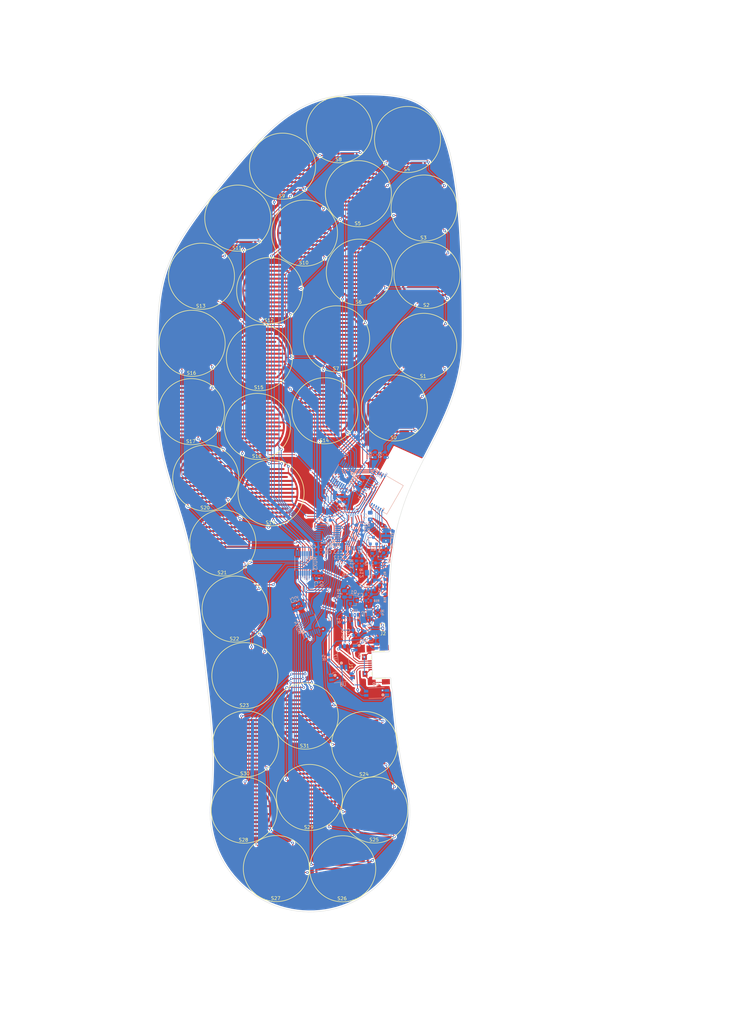
<source format=kicad_pcb>
(kicad_pcb (version 20171130) (host pcbnew "(5.0.0)")
  (layers (0 F.Cu signal) (31 B.Cu signal) (34 B.Paste user hide) (35 F.Paste user hide) (36 B.SilkS user) (37 F.SilkS user) (38 B.Mask user) (39 F.Mask user) (44 Edge.Cuts user))
  (net 0 "")
  (net 1 GND)
  (net 2 +3V3)
  (net 3 +5V)
  (net 4 +BATT)
  (net 5 /U1_A7)
  (net 6 /U1_A6)
  (net 7 /U1_A5)
  (net 8 /U1_A4)
  (net 9 /U1_A3)
  (net 10 /U1_A2)
  (net 11 /U1_A1)
  (net 12 /U1_A0)
  (net 13 /U2_A7)
  (net 14 /U2_A6)
  (net 15 /U2_A5)
  (net 16 /U2_A4)
  (net 17 /U2_A3)
  (net 18 /U2_A2)
  (net 19 /U2_A1)
  (net 20 /U2_A0)
  (net 21 /U1_Data)
  (net 22 /U2_Data)
  (net 23 /U3_Data)
  (net 24 /U4_Data)
  (net 25 /U3_A7)
  (net 26 /U3_A6)
  (net 27 /U3_A5)
  (net 28 /U3_A4)
  (net 29 /U3_A3)
  (net 30 /U3_A2)
  (net 31 /U3_A1)
  (net 32 /U3_A0)
  (net 33 /U4_A7)
  (net 34 /U4_A6)
  (net 35 /U4_A5)
  (net 36 /U4_A4)
  (net 37 /U4_A3)
  (net 38 /U4_A2)
  (net 39 /U4_A1)
  (net 40 /U4_A0)
  (net 41 "Net-(L3-Pad1)")
  (net 42 "Net-(R1-Pad1)")
  (net 43 /S0)
  (net 44 /S1)
  (net 45 /S2)
  (net 46 /MUX_E)
  (net 47 -BATT)
  (net 48 "Net-(C1-Pad1)")
  (net 49 Analog_Batt_Lvl)
  (net 50 Enable_Batt_Lvl)
  (net 51 "Net-(R5-Pad1)")
  (net 52 "Net-(R5-Pad2)")
  (net 53 "Net-(R10-Pad1)")
  (net 54 "Net-(R11-Pad1)")
  (net 55 XRES)
  (net 56 P0.6)
  (net 57 P0.7)
  (net 58 /P0.7_USB)
  (net 59 /P0.6_USB)
  (net 60 /XRES_USB)
  (net 61 "Net-(Q2-Pad3)")
  (net 62 /+3V3_VDDR)
  (net 63 /+3V3_VDD)
  (net 64 /+BATT_CUT)
  (net 65 "Net-(JP2-Pad2)")
  (net 66 "Net-(JP3-Pad1)")
  (net 67 /SCL)
  (net 68 /SDA)
  (net 69 "Net-(JP5-Pad1)")
  (net 70 P4.0)
  (net 71 P4.1)
  (module Connector_PinHeader_1.00mm:PinHeader_1x02_P1.00mm_Vertical (layer F.Cu) (at 191.779453 186.650707 4)
    (fp_text reference J2 (at 0 1.56 4) (layer F.SilkS))
    (fp_text value 3V7_Battery)
    (pad 2 thru_hole oval (at 0 -1 4) (size 0.85 0.85) (drill 0.5) (layers *.Cu *.Mask) (net 4 +BATT))
    (pad 1 thru_hole rect (at 0 0 4) (size 0.85 0.85) (drill 0.5) (layers *.Cu *.Mask) (net 47 -BATT))
  )
  (module Package_LGA:Bosch_LGA-14_3x2.5mm_P0.5mm (layer B.Cu) (at 182.889453 161.000707)
    (fp_text reference U2 (at 0 -2.5) (layer B.SilkS) (effects (justify mirror)))
    (fp_text value ISM330DLC)
    (pad 11 smd rect (at 1.2625 -0.75) (size 0.675 0.25) (layers B.Cu B.Paste B.Mask))
    (pad 10 smd rect (at 1.2625 -0.25) (size 0.675 0.25) (layers B.Cu B.Paste B.Mask))
    (pad 9 smd rect (at 1.2625 0.25) (size 0.675 0.25) (layers B.Cu B.Paste B.Mask))
    (pad 8 smd rect (at 1.2625 0.75) (size 0.675 0.25) (layers B.Cu B.Paste B.Mask) (net 2 +3V3))
    (pad 4 smd rect (at -1.2625 0.75) (size 0.675 0.25) (layers B.Cu B.Paste B.Mask))
    (pad 3 smd rect (at -1.2625 0.25) (size 0.675 0.25) (layers B.Cu B.Paste B.Mask) (net 1 GND))
    (pad 2 smd rect (at -1.2625 -0.25) (size 0.675 0.25) (layers B.Cu B.Paste B.Mask) (net 1 GND))
    (pad 1 smd rect (at -1.2625 -0.75) (size 0.675 0.25) (layers B.Cu B.Paste B.Mask) (net 1 GND))
    (pad 7 smd rect (at 0.5 1.0125) (size 0.25 0.675) (layers B.Cu B.Paste B.Mask) (net 1 GND))
    (pad 6 smd rect (at 0 1.0125) (size 0.25 0.675) (layers B.Cu B.Paste B.Mask) (net 1 GND))
    (pad 5 smd rect (at -0.5 1.0125) (size 0.25 0.675) (layers B.Cu B.Paste B.Mask) (net 2 +3V3))
    (pad 12 smd rect (at 0.5 -1.0125) (size 0.25 0.675) (layers B.Cu B.Paste B.Mask))
    (pad 14 smd rect (at -0.5 -1.0125) (size 0.25 0.675) (layers B.Cu B.Paste B.Mask) (net 68 /SDA))
    (pad 13 smd rect (at 0 -1.0125) (size 0.25 0.675) (layers B.Cu B.Paste B.Mask) (net 67 /SCL))
  )
  (module Capacitor_SMD:C_0603_1608Metric (layer B.Cu) (at 186.189453 186.700707 274)
    (fp_text reference C1 (at 0 -1.43 274) (layer B.SilkS) (effects (justify mirror)))
    (fp_text value 0.1uF)
    (pad 2 smd roundrect (at 0.7875 0 274) (size 0.875 0.95) (layers B.Cu B.Paste B.Mask) (net 47 -BATT))
    (pad 1 smd roundrect (at -0.7875 0 274) (size 0.875 0.95) (layers B.Cu B.Paste B.Mask) (net 48 "Net-(C1-Pad1)"))
  )
  (module Capacitor_SMD:C_0603_1608Metric (layer B.Cu) (at 165.239453 180.450707 290)
    (fp_text reference C2 (at -2.498995 -0.005009 290) (layer B.SilkS) (effects (justify mirror)))
    (fp_text value 1uF)
    (pad 2 smd roundrect (at 0.7875 0 290) (size 0.875 0.95) (layers B.Cu B.Paste B.Mask) (net 2 +3V3))
    (pad 1 smd roundrect (at -0.7875 0 290) (size 0.875 0.95) (layers B.Cu B.Paste B.Mask) (net 1 GND))
  )
  (module Capacitor_SMD:C_0603_1608Metric (layer B.Cu) (at 187.519453 176.320707 183)
    (fp_text reference C3 (at 2.530154 -0.127757 183) (layer B.SilkS) (effects (justify mirror)))
    (fp_text value 4.7uF)
    (pad 2 smd roundrect (at 0.7875 0 183) (size 0.875 0.95) (layers B.Cu B.Paste B.Mask) (net 64 /+BATT_CUT))
    (pad 1 smd roundrect (at -0.7875 0 183) (size 0.875 0.95) (layers B.Cu B.Paste B.Mask) (net 1 GND))
  )
  (module Capacitor_SMD:C_0603_1608Metric (layer B.Cu) (at 190.701453 172.788707 274)
    (fp_text reference C4 (at 2.313902 0.05354 274) (layer B.SilkS) (effects (font (size 0.6 0.6)) (justify mirror)))
    (fp_text value 10uF)
    (pad 2 smd roundrect (at 0.7875 0 274) (size 0.875 0.95) (layers B.Cu B.Paste B.Mask) (net 1 GND))
    (pad 1 smd roundrect (at -0.7875 0 274) (size 0.875 0.95) (layers B.Cu B.Paste B.Mask) (net 2 +3V3))
  )
  (module Capacitor_SMD:C_0603_1608Metric (layer B.Cu) (at 166.689453 179.900707 290)
    (fp_text reference C5 (at -2.392243 0.140264 290) (layer B.SilkS) (effects (justify mirror)))
    (fp_text value 0.1uF)
    (pad 2 smd roundrect (at 0.7875 0 290) (size 0.875 0.95) (layers B.Cu B.Paste B.Mask) (net 2 +3V3))
    (pad 1 smd roundrect (at -0.7875 0 290) (size 0.875 0.95) (layers B.Cu B.Paste B.Mask) (net 1 GND))
  )
  (module Capacitor_SMD:C_0603_1608Metric (layer B.Cu) (at 173.289453 170.688207 90)
    (fp_text reference C6 (at -2.5125 0 90) (layer B.SilkS) (effects (justify mirror)))
    (fp_text value 1uF)
    (pad 2 smd roundrect (at 0.7875 0 90) (size 0.875 0.95) (layers B.Cu B.Paste B.Mask) (net 2 +3V3))
    (pad 1 smd roundrect (at -0.7875 0 90) (size 0.875 0.95) (layers B.Cu B.Paste B.Mask) (net 1 GND))
  )
  (module Capacitor_SMD:C_0603_1608Metric (layer B.Cu) (at 171.689453 170.700707 90)
    (fp_text reference C7 (at -2.5 0 90) (layer B.SilkS) (effects (justify mirror)))
    (fp_text value 0.1uF)
    (pad 2 smd roundrect (at 0.7875 0 90) (size 0.875 0.95) (layers B.Cu B.Paste B.Mask) (net 2 +3V3))
    (pad 1 smd roundrect (at -0.7875 0 90) (size 0.875 0.95) (layers B.Cu B.Paste B.Mask) (net 1 GND))
  )
  (module Capacitor_SMD:C_0603_1608Metric (layer B.Cu) (at 173.076953 163.600707 180)
    (fp_text reference C8 (at -2.3125 0 180) (layer B.SilkS) (effects (justify mirror)))
    (fp_text value 1uF)
    (pad 2 smd roundrect (at 0.7875 0 180) (size 0.875 0.95) (layers B.Cu B.Paste B.Mask) (net 2 +3V3))
    (pad 1 smd roundrect (at -0.7875 0 180) (size 0.875 0.95) (layers B.Cu B.Paste B.Mask) (net 1 GND))
  )
  (module Capacitor_SMD:C_0603_1608Metric (layer B.Cu) (at 173.076953 162.000707 180)
    (fp_text reference C9 (at 2.3875 0 180) (layer B.SilkS) (effects (justify mirror)))
    (fp_text value 0.1uF)
    (pad 2 smd roundrect (at 0.7875 0 180) (size 0.875 0.95) (layers B.Cu B.Paste B.Mask) (net 2 +3V3))
    (pad 1 smd roundrect (at -0.7875 0 180) (size 0.875 0.95) (layers B.Cu B.Paste B.Mask) (net 1 GND))
  )
  (module Capacitor_SMD:C_0603_1608Metric (layer B.Cu) (at 178.664453 147.563207 90)
    (fp_text reference C10 (at -2.9375 -0.075 90) (layer B.SilkS) (effects (justify mirror)))
    (fp_text value 1uF)
    (pad 2 smd roundrect (at 0.7875 0 90) (size 0.875 0.95) (layers B.Cu B.Paste B.Mask) (net 2 +3V3))
    (pad 1 smd roundrect (at -0.7875 0 90) (size 0.875 0.95) (layers B.Cu B.Paste B.Mask) (net 1 GND))
  )
  (module Capacitor_SMD:C_0603_1608Metric (layer B.Cu) (at 180.289453 147.575707 90)
    (fp_text reference C11 (at -2.95 -0.075 90) (layer B.SilkS) (effects (justify mirror)))
    (fp_text value 0.1uF)
    (pad 2 smd roundrect (at 0.7875 0 90) (size 0.875 0.95) (layers B.Cu B.Paste B.Mask) (net 2 +3V3))
    (pad 1 smd roundrect (at -0.7875 0 90) (size 0.875 0.95) (layers B.Cu B.Paste B.Mask) (net 1 GND))
  )
  (module Capacitor_SMD:C_0603_1608Metric (layer B.Cu) (at 181.201953 165.100707)
    (fp_text reference C12 (at -2.9125 0.1) (layer B.SilkS) (effects (justify mirror)))
    (fp_text value 1uF)
    (pad 2 smd roundrect (at 0.7875 0) (size 0.875 0.95) (layers B.Cu B.Paste B.Mask) (net 2 +3V3))
    (pad 1 smd roundrect (at -0.7875 0) (size 0.875 0.95) (layers B.Cu B.Paste B.Mask) (net 1 GND))
  )
  (module Capacitor_SMD:C_0603_1608Metric (layer B.Cu) (at 181.201953 163.500707)
    (fp_text reference C13 (at -2.9225 0.03) (layer B.SilkS) (effects (justify mirror)))
    (fp_text value 0.1uF)
    (pad 2 smd roundrect (at 0.7875 0) (size 0.875 0.95) (layers B.Cu B.Paste B.Mask) (net 2 +3V3))
    (pad 1 smd roundrect (at -0.7875 0) (size 0.875 0.95) (layers B.Cu B.Paste B.Mask) (net 1 GND))
  )
  (module Capacitor_SMD:C_0603_1608Metric (layer B.Cu) (at 184.689453 164.700707 180)
    (fp_text reference C14 (at 0.22 1.35 180) (layer B.SilkS) (effects (justify mirror)))
    (fp_text value 0.1uF)
    (pad 2 smd roundrect (at 0.7875 0 180) (size 0.875 0.95) (layers B.Cu B.Paste B.Mask) (net 1 GND))
    (pad 1 smd roundrect (at -0.7875 0 180) (size 0.875 0.95) (layers B.Cu B.Paste B.Mask) (net 49 Analog_Batt_Lvl))
  )
  (module Inductor_SMD:L_0805_2012Metric_Pad1.15x1.40mm_HandSolder (layer B.Cu) (at 188.019453 152.645707 90)
    (fp_text reference L1 (at 0 -1.65 90) (layer B.SilkS) (effects (justify mirror)))
    (fp_text value "300ohm 100MHz")
    (pad 2 smd roundrect (at 1.025 0 90) (size 1.15 1.4) (layers B.Cu B.Paste B.Mask) (roundrect_rratio 0.217391) (net 62 /+3V3_VDDR))
    (pad 1 smd roundrect (at -1.025 0 90) (size 1.15 1.4) (layers B.Cu B.Paste B.Mask) (roundrect_rratio 0.217391) (net 2 +3V3))
  )
  (module Inductor_SMD:L_0805_2012Metric_Pad1.15x1.40mm_HandSolder (layer B.Cu) (at 185.339453 141.810707 60)
    (fp_text reference L2 (at 0 -1.65 60) (layer B.SilkS) (effects (justify mirror)))
    (fp_text value "300ohm 100MHz")
    (pad 2 smd roundrect (at 1.025 0 60) (size 1.15 1.4) (layers B.Cu B.Paste B.Mask) (roundrect_rratio 0.217391) (net 63 /+3V3_VDD))
    (pad 1 smd roundrect (at -1.025 0 60) (size 1.15 1.4) (layers B.Cu B.Paste B.Mask) (roundrect_rratio 0.217391) (net 2 +3V3))
  )
  (module Package_SO:TSSOP-16_4.4x5mm_P0.65mm (layer B.Cu) (at 179.789453 140.200707 240)
    (fp_text reference MUX1 (at 0 -3.55 240) (layer B.SilkS) (effects (justify mirror)))
    (fp_text value CD74HC4051)
    (pad 16 smd rect (at 2.95 -2.275 240) (size 1.5 0.45) (layers B.Cu B.Paste B.Mask) (net 2 +3V3))
    (pad 15 smd rect (at 2.95 -1.625 240) (size 1.5 0.45) (layers B.Cu B.Paste B.Mask) (net 10 /U1_A2))
    (pad 14 smd rect (at 2.95 -0.975 240) (size 1.5 0.45) (layers B.Cu B.Paste B.Mask) (net 11 /U1_A1))
    (pad 13 smd rect (at 2.95 -0.325 240) (size 1.5 0.45) (layers B.Cu B.Paste B.Mask) (net 12 /U1_A0))
    (pad 12 smd rect (at 2.95 0.325 240) (size 1.5 0.45) (layers B.Cu B.Paste B.Mask) (net 9 /U1_A3))
    (pad 11 smd rect (at 2.95 0.975 240) (size 1.5 0.45) (layers B.Cu B.Paste B.Mask) (net 43 /S0))
    (pad 10 smd rect (at 2.95 1.625 240) (size 1.5 0.45) (layers B.Cu B.Paste B.Mask) (net 44 /S1))
    (pad 9 smd rect (at 2.95 2.275 240) (size 1.5 0.45) (layers B.Cu B.Paste B.Mask) (net 45 /S2))
    (pad 8 smd rect (at -2.95 2.275 240) (size 1.5 0.45) (layers B.Cu B.Paste B.Mask) (net 1 GND))
    (pad 7 smd rect (at -2.95 1.625 240) (size 1.5 0.45) (layers B.Cu B.Paste B.Mask) (net 1 GND))
    (pad 6 smd rect (at -2.95 0.975 240) (size 1.5 0.45) (layers B.Cu B.Paste B.Mask) (net 46 /MUX_E))
    (pad 5 smd rect (at -2.95 0.325 240) (size 1.5 0.45) (layers B.Cu B.Paste B.Mask) (net 7 /U1_A5))
    (pad 4 smd rect (at -2.95 -0.325 240) (size 1.5 0.45) (layers B.Cu B.Paste B.Mask) (net 5 /U1_A7))
    (pad 3 smd rect (at -2.95 -0.975 240) (size 1.5 0.45) (layers B.Cu B.Paste B.Mask) (net 2 +3V3))
    (pad 2 smd rect (at -2.95 -1.625 240) (size 1.5 0.45) (layers B.Cu B.Paste B.Mask) (net 6 /U1_A6))
    (pad 1 smd rect (at -2.95 -2.275 240) (size 1.5 0.45) (layers B.Cu B.Paste B.Mask) (net 8 /U1_A4))
  )
  (module Package_SO:TSSOP-16_4.4x5mm_P0.65mm (layer B.Cu) (at 175.189453 158.000707 180)
    (fp_text reference MUX2 (at -1.7 -3.6 180) (layer B.SilkS) (effects (justify mirror)))
    (fp_text value CD74HC4051)
    (pad 16 smd rect (at 2.95 -2.275 180) (size 1.5 0.45) (layers B.Cu B.Paste B.Mask) (net 2 +3V3))
    (pad 15 smd rect (at 2.95 -1.625 180) (size 1.5 0.45) (layers B.Cu B.Paste B.Mask) (net 18 /U2_A2))
    (pad 14 smd rect (at 2.95 -0.975 180) (size 1.5 0.45) (layers B.Cu B.Paste B.Mask) (net 19 /U2_A1))
    (pad 13 smd rect (at 2.95 -0.325 180) (size 1.5 0.45) (layers B.Cu B.Paste B.Mask) (net 20 /U2_A0))
    (pad 12 smd rect (at 2.95 0.325 180) (size 1.5 0.45) (layers B.Cu B.Paste B.Mask) (net 17 /U2_A3))
    (pad 11 smd rect (at 2.95 0.975 180) (size 1.5 0.45) (layers B.Cu B.Paste B.Mask) (net 43 /S0))
    (pad 10 smd rect (at 2.95 1.625 180) (size 1.5 0.45) (layers B.Cu B.Paste B.Mask) (net 44 /S1))
    (pad 9 smd rect (at 2.95 2.275 180) (size 1.5 0.45) (layers B.Cu B.Paste B.Mask) (net 45 /S2))
    (pad 8 smd rect (at -2.95 2.275 180) (size 1.5 0.45) (layers B.Cu B.Paste B.Mask) (net 1 GND))
    (pad 7 smd rect (at -2.95 1.625 180) (size 1.5 0.45) (layers B.Cu B.Paste B.Mask) (net 1 GND))
    (pad 6 smd rect (at -2.95 0.975 180) (size 1.5 0.45) (layers B.Cu B.Paste B.Mask) (net 46 /MUX_E))
    (pad 5 smd rect (at -2.95 0.325 180) (size 1.5 0.45) (layers B.Cu B.Paste B.Mask) (net 15 /U2_A5))
    (pad 4 smd rect (at -2.95 -0.325 180) (size 1.5 0.45) (layers B.Cu B.Paste B.Mask) (net 13 /U2_A7))
    (pad 3 smd rect (at -2.95 -0.975 180) (size 1.5 0.45) (layers B.Cu B.Paste B.Mask) (net 2 +3V3))
    (pad 2 smd rect (at -2.95 -1.625 180) (size 1.5 0.45) (layers B.Cu B.Paste B.Mask) (net 14 /U2_A6))
    (pad 1 smd rect (at -2.95 -2.275 180) (size 1.5 0.45) (layers B.Cu B.Paste B.Mask) (net 16 /U2_A4))
  )
  (module Package_SO:TSSOP-16_4.4x5mm_P0.65mm (layer B.Cu) (at 167.889453 166.950707 270)
    (fp_text reference MUX3 (at 0 -3.55 270) (layer B.SilkS) (effects (justify mirror)))
    (fp_text value CD74HC4051)
    (pad 16 smd rect (at 2.95 -2.275 270) (size 1.5 0.45) (layers B.Cu B.Paste B.Mask) (net 2 +3V3))
    (pad 15 smd rect (at 2.95 -1.625 270) (size 1.5 0.45) (layers B.Cu B.Paste B.Mask) (net 30 /U3_A2))
    (pad 14 smd rect (at 2.95 -0.975 270) (size 1.5 0.45) (layers B.Cu B.Paste B.Mask) (net 31 /U3_A1))
    (pad 13 smd rect (at 2.95 -0.325 270) (size 1.5 0.45) (layers B.Cu B.Paste B.Mask) (net 32 /U3_A0))
    (pad 12 smd rect (at 2.95 0.325 270) (size 1.5 0.45) (layers B.Cu B.Paste B.Mask) (net 29 /U3_A3))
    (pad 11 smd rect (at 2.95 0.975 270) (size 1.5 0.45) (layers B.Cu B.Paste B.Mask) (net 43 /S0))
    (pad 10 smd rect (at 2.95 1.625 270) (size 1.5 0.45) (layers B.Cu B.Paste B.Mask) (net 44 /S1))
    (pad 9 smd rect (at 2.95 2.275 270) (size 1.5 0.45) (layers B.Cu B.Paste B.Mask) (net 45 /S2))
    (pad 8 smd rect (at -2.95 2.275 270) (size 1.5 0.45) (layers B.Cu B.Paste B.Mask) (net 1 GND))
    (pad 7 smd rect (at -2.95 1.625 270) (size 1.5 0.45) (layers B.Cu B.Paste B.Mask) (net 1 GND))
    (pad 6 smd rect (at -2.95 0.975 270) (size 1.5 0.45) (layers B.Cu B.Paste B.Mask) (net 46 /MUX_E))
    (pad 5 smd rect (at -2.95 0.325 270) (size 1.5 0.45) (layers B.Cu B.Paste B.Mask) (net 27 /U3_A5))
    (pad 4 smd rect (at -2.95 -0.325 270) (size 1.5 0.45) (layers B.Cu B.Paste B.Mask) (net 25 /U3_A7))
    (pad 3 smd rect (at -2.95 -0.975 270) (size 1.5 0.45) (layers B.Cu B.Paste B.Mask) (net 2 +3V3))
    (pad 2 smd rect (at -2.95 -1.625 270) (size 1.5 0.45) (layers B.Cu B.Paste B.Mask) (net 26 /U3_A6))
    (pad 1 smd rect (at -2.95 -2.275 270) (size 1.5 0.45) (layers B.Cu B.Paste B.Mask) (net 28 /U3_A4))
  )
  (module Package_SO:TSSOP-16_4.4x5mm_P0.65mm (layer B.Cu) (at 169.339453 185.250707 110)
    (fp_text reference MUX4 (at 0 -3.55 110) (layer B.SilkS) (effects (justify mirror)))
    (fp_text value CD74HC4051)
    (pad 16 smd rect (at 2.95 -2.275 110) (size 1.5 0.45) (layers B.Cu B.Paste B.Mask) (net 2 +3V3))
    (pad 15 smd rect (at 2.95 -1.625 110) (size 1.5 0.45) (layers B.Cu B.Paste B.Mask) (net 38 /U4_A2))
    (pad 14 smd rect (at 2.95 -0.975 110) (size 1.5 0.45) (layers B.Cu B.Paste B.Mask) (net 39 /U4_A1))
    (pad 13 smd rect (at 2.95 -0.325 110) (size 1.5 0.45) (layers B.Cu B.Paste B.Mask) (net 40 /U4_A0))
    (pad 12 smd rect (at 2.95 0.325 110) (size 1.5 0.45) (layers B.Cu B.Paste B.Mask) (net 37 /U4_A3))
    (pad 11 smd rect (at 2.95 0.975 110) (size 1.5 0.45) (layers B.Cu B.Paste B.Mask) (net 43 /S0))
    (pad 10 smd rect (at 2.95 1.625 110) (size 1.5 0.45) (layers B.Cu B.Paste B.Mask) (net 44 /S1))
    (pad 9 smd rect (at 2.95 2.275 110) (size 1.5 0.45) (layers B.Cu B.Paste B.Mask) (net 45 /S2))
    (pad 8 smd rect (at -2.95 2.275 110) (size 1.5 0.45) (layers B.Cu B.Paste B.Mask) (net 1 GND))
    (pad 7 smd rect (at -2.95 1.625 110) (size 1.5 0.45) (layers B.Cu B.Paste B.Mask) (net 1 GND))
    (pad 6 smd rect (at -2.95 0.975 110) (size 1.5 0.45) (layers B.Cu B.Paste B.Mask) (net 46 /MUX_E))
    (pad 5 smd rect (at -2.95 0.325 110) (size 1.5 0.45) (layers B.Cu B.Paste B.Mask) (net 35 /U4_A5))
    (pad 4 smd rect (at -2.95 -0.325 110) (size 1.5 0.45) (layers B.Cu B.Paste B.Mask) (net 33 /U4_A7))
    (pad 3 smd rect (at -2.95 -0.975 110) (size 1.5 0.45) (layers B.Cu B.Paste B.Mask) (net 2 +3V3))
    (pad 2 smd rect (at -2.95 -1.625 110) (size 1.5 0.45) (layers B.Cu B.Paste B.Mask) (net 34 /U4_A6))
    (pad 1 smd rect (at -2.95 -2.275 110) (size 1.5 0.45) (layers B.Cu B.Paste B.Mask) (net 36 /U4_A4))
  )
  (module Package_TO_SOT_SMD:SOT-23 (layer B.Cu) (at 188.989453 160.100707 90)
    (fp_text reference Q2 (at -2.43 -0.03) (layer B.SilkS) (effects (justify mirror)))
    (fp_text value Q_PMOS_GSD)
    (pad 3 smd rect (at 1 0 90) (size 0.9 0.8) (layers B.Cu B.Paste B.Mask) (net 61 "Net-(Q2-Pad3)"))
    (pad 2 smd rect (at -1 0.95 90) (size 0.9 0.8) (layers B.Cu B.Paste B.Mask) (net 64 /+BATT_CUT))
    (pad 1 smd rect (at -1 -0.95 90) (size 0.9 0.8) (layers B.Cu B.Paste B.Mask) (net 50 Enable_Batt_Lvl))
  )
  (module Resistor_SMD:R_0603_1608Metric (layer B.Cu) (at 179.808238 184.184286 93)
    (fp_text reference R1 (at 0 -1.43 93) (layer B.SilkS) (effects (justify mirror)))
    (fp_text value 10k)
    (pad 2 smd roundrect (at 0.7875 0 93) (size 0.875 0.95) (layers B.Cu B.Paste B.Mask) (net 47 -BATT))
    (pad 1 smd roundrect (at -0.7875 0 93) (size 0.875 0.95) (layers B.Cu B.Paste B.Mask) (net 42 "Net-(R1-Pad1)"))
  )
  (module Resistor_SMD:R_0603_1608Metric (layer B.Cu) (at 184.601953 155.400707 180)
    (fp_text reference R2 (at -2.4875 -0.1 180) (layer B.SilkS) (effects (justify mirror)))
    (fp_text value 10k)
    (pad 2 smd roundrect (at 0.7875 0 180) (size 0.875 0.95) (layers B.Cu B.Paste B.Mask) (net 68 /SDA))
    (pad 1 smd roundrect (at -0.7875 0 180) (size 0.875 0.95) (layers B.Cu B.Paste B.Mask) (net 2 +3V3))
  )
  (module Resistor_SMD:R_0603_1608Metric (layer B.Cu) (at 184.589453 157.000707 180)
    (fp_text reference R3 (at -2.4 0 180) (layer B.SilkS) (effects (justify mirror)))
    (fp_text value 10k)
    (pad 2 smd roundrect (at 0.7875 0 180) (size 0.875 0.95) (layers B.Cu B.Paste B.Mask) (net 67 /SCL))
    (pad 1 smd roundrect (at -0.7875 0 180) (size 0.875 0.95) (layers B.Cu B.Paste B.Mask) (net 2 +3V3))
  )
  (module Resistor_SMD:R_0603_1608Metric (layer B.Cu) (at 190.299453 181.870707 270)
    (fp_text reference R4 (at 0 -1.43 270) (layer B.SilkS) (effects (justify mirror)))
    (fp_text value "390 ohm")
    (pad 2 smd roundrect (at 0.7875 0 270) (size 0.875 0.95) (layers B.Cu B.Paste B.Mask) (net 48 "Net-(C1-Pad1)"))
    (pad 1 smd roundrect (at -0.7875 0 270) (size 0.875 0.95) (layers B.Cu B.Paste B.Mask) (net 4 +BATT))
  )
  (module Resistor_SMD:R_0603_1608Metric (layer B.Cu) (at 175.389453 195.400707 94)
    (fp_text reference R5 (at 0 -1.43 94) (layer B.SilkS) (effects (justify mirror)))
    (fp_text value 0-1k)
    (pad 2 smd roundrect (at 0.7875 0 94) (size 0.875 0.95) (layers B.Cu B.Paste B.Mask) (net 52 "Net-(R5-Pad2)"))
    (pad 1 smd roundrect (at -0.7875 0 94) (size 0.875 0.95) (layers B.Cu B.Paste B.Mask) (net 51 "Net-(R5-Pad1)"))
  )
  (module Resistor_SMD:R_0603_1608Metric (layer B.Cu) (at 183.001953 170.300707 180)
    (fp_text reference R6 (at 2.5125 0 180) (layer B.SilkS) (effects (justify mirror)))
    (fp_text value 10k)
    (pad 2 smd roundrect (at 0.7875 0 180) (size 0.875 0.95) (layers B.Cu B.Paste B.Mask) (net 24 /U4_Data))
    (pad 1 smd roundrect (at -0.7875 0 180) (size 0.875 0.95) (layers B.Cu B.Paste B.Mask) (net 1 GND))
  )
  (module Resistor_SMD:R_0603_1608Metric (layer B.Cu) (at 175.089453 153.850707 180)
    (fp_text reference R7 (at 2.5 -0.05 180) (layer B.SilkS) (effects (justify mirror)))
    (fp_text value 10k)
    (pad 2 smd roundrect (at 0.7875 0 180) (size 0.875 0.95) (layers B.Cu B.Paste B.Mask) (net 23 /U3_Data))
    (pad 1 smd roundrect (at -0.7875 0 180) (size 0.875 0.95) (layers B.Cu B.Paste B.Mask) (net 1 GND))
  )
  (module Resistor_SMD:R_0603_1608Metric (layer B.Cu) (at 189.489453 134.088207 90)
    (fp_text reference R8 (at 0 -1.43 90) (layer B.SilkS) (effects (justify mirror)))
    (fp_text value 10k)
    (pad 2 smd roundrect (at 0.7875 0 90) (size 0.875 0.95) (layers B.Cu B.Paste B.Mask) (net 22 /U2_Data))
    (pad 1 smd roundrect (at -0.7875 0 90) (size 0.875 0.95) (layers B.Cu B.Paste B.Mask) (net 1 GND))
  )
  (module Resistor_SMD:R_0603_1608Metric (layer B.Cu) (at 192.489453 134.100707 90)
    (fp_text reference R9 (at 0 -1.43 90) (layer B.SilkS) (effects (justify mirror)))
    (fp_text value 10k)
    (pad 2 smd roundrect (at 0.7875 0 90) (size 0.875 0.95) (layers B.Cu B.Paste B.Mask) (net 21 /U1_Data))
    (pad 1 smd roundrect (at -0.7875 0 90) (size 0.875 0.95) (layers B.Cu B.Paste B.Mask) (net 1 GND))
  )
  (module Resistor_SMD:R_0603_1608Metric (layer B.Cu) (at 187.454953 178.242707 180)
    (fp_text reference R10 (at -2.4645 -0.058 180) (layer B.SilkS) (effects (font (size 0.6 0.6)) (justify mirror)))
    (fp_text value 2.7k)
    (pad 2 smd roundrect (at 0.7875 0 180) (size 0.875 0.95) (layers B.Cu B.Paste B.Mask) (net 1 GND))
    (pad 1 smd roundrect (at -0.7875 0 180) (size 0.875 0.95) (layers B.Cu B.Paste B.Mask) (net 53 "Net-(R10-Pad1)"))
  )
  (module Resistor_SMD:R_0603_1608Metric (layer B.Cu) (at 188.90495 189.600707 5)
    (fp_text reference R11 (at -2.848361 0.252711 5) (layer B.SilkS) (effects (justify mirror)))
    (fp_text value "100-500 ohm")
    (pad 2 smd roundrect (at 0.7875 0 5) (size 0.875 0.95) (layers B.Cu B.Paste B.Mask) (net 2 +3V3))
    (pad 1 smd roundrect (at -0.7875 0 5) (size 0.875 0.95) (layers B.Cu B.Paste B.Mask) (net 54 "Net-(R11-Pad1)"))
  )
  (module Resistor_SMD:R_0603_1608Metric (layer B.Cu) (at 185.489453 166.988207 90)
    (fp_text reference R12 (at -2.9125 -0.1 90) (layer B.SilkS) (effects (justify mirror)))
    (fp_text value 10k)
    (pad 2 smd roundrect (at 0.7875 0 90) (size 0.875 0.95) (layers B.Cu B.Paste B.Mask) (net 49 Analog_Batt_Lvl))
    (pad 1 smd roundrect (at -0.7875 0 90) (size 0.875 0.95) (layers B.Cu B.Paste B.Mask) (net 61 "Net-(Q2-Pad3)"))
  )
  (module Resistor_SMD:R_0603_1608Metric (layer B.Cu) (at 183.789453 167.000707 270)
    (fp_text reference R13 (at 0.1 1.4 270) (layer B.SilkS) (effects (justify mirror)))
    (fp_text value 10k)
    (pad 2 smd roundrect (at 0.7875 0 270) (size 0.875 0.95) (layers B.Cu B.Paste B.Mask) (net 1 GND))
    (pad 1 smd roundrect (at -0.7875 0 270) (size 0.875 0.95) (layers B.Cu B.Paste B.Mask) (net 49 Analog_Batt_Lvl))
  )
  (module Resistor_SMD:R_0603_1608Metric (layer B.Cu) (at 188.589453 164.713207 90)
    (fp_text reference R14 (at 0 -1.56 90) (layer B.SilkS) (effects (font (size 0.6 0.6)) (justify mirror)))
    (fp_text value 100k)
    (pad 2 smd roundrect (at 0.7875 0 90) (size 0.875 0.95) (layers B.Cu B.Paste B.Mask) (net 50 Enable_Batt_Lvl))
    (pad 1 smd roundrect (at -0.7875 0 90) (size 0.875 0.95) (layers B.Cu B.Paste B.Mask) (net 64 /+BATT_CUT))
  )
  (module Package_TO_SOT_SMD:TSOT-23-5 (layer B.Cu) (at 183.389453 183.900707 273)
    (fp_text reference U1 (at -2.60167 -0.036211 183) (layer B.SilkS) (effects (font (size 0.9 0.9)) (justify mirror)))
    (fp_text value STC4054-4.2)
    (pad 5 smd rect (at 1.31 -0.95 273) (size 1.22 0.65) (layers B.Cu B.Paste B.Mask) (net 42 "Net-(R1-Pad1)"))
    (pad 4 smd rect (at 1.31 0.95 273) (size 1.22 0.65) (layers B.Cu B.Paste B.Mask) (net 3 +5V))
    (pad 3 smd rect (at -1.31 0.95 273) (size 1.22 0.65) (layers B.Cu B.Paste B.Mask) (net 4 +BATT))
    (pad 2 smd rect (at -1.31 0 273) (size 1.22 0.65) (layers B.Cu B.Paste B.Mask) (net 47 -BATT))
    (pad 1 smd rect (at -1.31 -0.95 273) (size 1.22 0.65) (layers B.Cu B.Paste B.Mask))
  )
  (module Package_TO_SOT_SMD:TSOT-23-5 (layer B.Cu) (at 188.309453 173.530707 93)
    (fp_text reference U3 (at 0.142354 -2.716272 3) (layer B.SilkS) (effects (font (size 0.9 0.9)) (justify mirror)))
    (fp_text value ADP2108AUJ-3.3)
    (pad 5 smd rect (at 1.31 -0.95 93) (size 1.22 0.65) (layers B.Cu B.Paste B.Mask) (net 41 "Net-(L3-Pad1)"))
    (pad 4 smd rect (at 1.31 0.95 93) (size 1.22 0.65) (layers B.Cu B.Paste B.Mask) (net 2 +3V3))
    (pad 3 smd rect (at -1.31 0.95 93) (size 1.22 0.65) (layers B.Cu B.Paste B.Mask) (net 64 /+BATT_CUT))
    (pad 2 smd rect (at -1.31 0 93) (size 1.22 0.65) (layers B.Cu B.Paste B.Mask) (net 1 GND))
    (pad 1 smd rect (at -1.31 -0.95 93) (size 1.22 0.65) (layers B.Cu B.Paste B.Mask) (net 64 /+BATT_CUT))
  )
  (module Digikey_EZ_BLE:CYBLE-222014-01 (layer B.Cu) (at 189.919453 144.340707 240)
    (fp_text reference U4 (at -4 13 240) (layer B.SilkS) (effects (justify mirror)))
    (fp_text value CYBLE-222014-01)
    (pad 1 smd rect (at 4.89 -4.91 240) (size 1 0.41) (layers B.Cu B.Paste B.Mask) (net 1 GND))
    (pad 2 smd rect (at 4.89 -4.14 240) (size 1 0.41) (layers B.Cu B.Paste B.Mask) (net 71 P4.1))
    (pad 3 smd rect (at 4.89 -3.38 240) (size 1 0.41) (layers B.Cu B.Paste B.Mask) (net 50 Enable_Batt_Lvl))
    (pad 4 smd rect (at 4.89 -2.62 240) (size 1 0.41) (layers B.Cu B.Paste B.Mask) (net 49 Analog_Batt_Lvl))
    (pad 5 smd rect (at 4.89 -1.86 240) (size 1 0.41) (layers B.Cu B.Paste B.Mask) (net 62 /+3V3_VDDR))
    (pad 7 smd rect (at 4.34 3.19 330) (size 1 0.41) (layers B.Cu B.Paste B.Mask) (net 46 /MUX_E))
    (pad 8 smd rect (at 3.58 3.19 330) (size 1 0.41) (layers B.Cu B.Paste B.Mask) (net 57 P0.7))
    (pad 9 smd rect (at 2.81 3.19 330) (size 1 0.41) (layers B.Cu B.Paste B.Mask) (net 68 /SDA))
    (pad 10 smd rect (at 2.05 3.19 330) (size 1 0.41) (layers B.Cu B.Paste B.Mask) (net 67 /SCL))
    (pad 11 smd rect (at 1.29 3.19 330) (size 1 0.41) (layers B.Cu B.Paste B.Mask) (net 1 GND))
    (pad 12 smd rect (at 0.53 3.19 330) (size 1 0.41) (layers B.Cu B.Paste B.Mask) (net 56 P0.6))
    (pad 13 smd rect (at -0.23 3.19 330) (size 1 0.41) (layers B.Cu B.Paste B.Mask) (net 24 /U4_Data))
    (pad 14 smd rect (at -1 3.19 330) (size 1 0.41) (layers B.Cu B.Paste B.Mask) (net 63 /+3V3_VDD))
    (pad 15 smd rect (at -1.76 3.19 330) (size 1 0.41) (layers B.Cu B.Paste B.Mask) (net 55 XRES))
    (pad 16 smd rect (at -2.52 3.19 330) (size 1 0.41) (layers B.Cu B.Paste B.Mask) (net 23 /U3_Data))
    (pad 17 smd rect (at -3.28 3.19 330) (size 1 0.41) (layers B.Cu B.Paste B.Mask) (net 22 /U2_Data))
    (pad 18 smd rect (at -4.04 3.19 330) (size 1 0.41) (layers B.Cu B.Paste B.Mask) (net 21 /U1_Data))
    (pad 19 smd rect (at -4.6 1.95 240) (size 1 0.41) (layers B.Cu B.Paste B.Mask) (net 43 /S0))
    (pad 20 smd rect (at -4.6 1.19 240) (size 1 0.41) (layers B.Cu B.Paste B.Mask) (net 44 /S1))
    (pad 21 smd rect (at -4.6 0.43 240) (size 1 0.41) (layers B.Cu B.Paste B.Mask) (net 45 /S2))
    (pad 22 smd rect (at -4.6 -0.33 240) (size 1 0.41) (layers B.Cu B.Paste B.Mask) (net 70 P4.0))
    (pad 6 smd rect (at 4.89 -1.1 240) (size 1 0.41) (layers B.Cu B.Paste B.Mask))
  )
  (module SamacSys_Parts:AP9211SAACHAC7 (layer B.Cu) (at 187.839453 182.050707 4)
    (fp_text reference U5 (at -1.955713 0.013605 -86) (layer B.SilkS) (effects (font (size 0.9 0.9)) (justify mirror)))
    (fp_text value AP9211SA-AN-HAC-7 hide)
    (pad 7 smd rect (at 0 0 94) (size 1.8 1.8) (layers B.Cu B.Paste B.Mask))
    (pad 6 smd rect (at -0.599 -1.35 94) (size 0.5 0.75) (layers B.Cu B.Paste B.Mask) (net 1 GND))
    (pad 5 smd rect (at 0.176 -1.35 4) (size 0.4 0.5) (layers B.Cu B.Paste B.Mask) (net 53 "Net-(R10-Pad1)"))
    (pad 4 smd rect (at 0.776 -1.35 4) (size 0.4 0.5) (layers B.Cu B.Paste B.Mask))
    (pad 3 smd rect (at 0.776 1.35 4) (size 0.4 0.5) (layers B.Cu B.Paste B.Mask) (net 48 "Net-(C1-Pad1)"))
    (pad 2 smd rect (at 0.176004 1.35 4) (size 0.4 0.5) (layers B.Cu B.Paste B.Mask) (net 47 -BATT))
    (pad 1 smd rect (at -0.599 1.35 94) (size 0.5 0.75) (layers B.Cu B.Paste B.Mask) (net 47 -BATT))
  )
  (module Package_SO:SOP-4_4.4x2.8mm_P1.27mm (layer B.Cu) (at 186.589453 192.300707 5)
    (fp_text reference U6 (at -1.521658 2.476804 5) (layer B.SilkS) (effects (justify mirror)))
    (fp_text value TCMT1100)
    (pad 4 smd rect (at 3.15 -0.64 5) (size 1.3 0.8) (layers B.Cu B.Paste B.Mask) (net 2 +3V3))
    (pad 3 smd rect (at 3.15 0.64 5) (size 1.3 0.8) (layers B.Cu B.Paste B.Mask) (net 52 "Net-(R5-Pad2)"))
    (pad 2 smd rect (at -3.15 0.64 5) (size 1.3 0.8) (layers B.Cu B.Paste B.Mask) (net 3 +5V))
    (pad 1 smd rect (at -3.15 -0.64 5) (size 1.3 0.8) (layers B.Cu B.Paste B.Mask) (net 54 "Net-(R11-Pad1)"))
  )
  (module Package_SO:SOP-4_4.4x2.8mm_P1.27mm (layer B.Cu) (at 179.789453 195.200707 94)
    (fp_text reference U7 (at 0 -2.4 94) (layer B.SilkS) (effects (justify mirror)))
    (fp_text value TCMT1100)
    (pad 4 smd rect (at 3.15 -0.64 94) (size 1.3 0.8) (layers B.Cu B.Paste B.Mask) (net 60 /XRES_USB))
    (pad 3 smd rect (at 3.15 0.64 94) (size 1.3 0.8) (layers B.Cu B.Paste B.Mask) (net 55 XRES))
    (pad 2 smd rect (at -3.15 0.64 94) (size 1.3 0.8) (layers B.Cu B.Paste B.Mask) (net 1 GND))
    (pad 1 smd rect (at -3.15 -0.64 94) (size 1.3 0.8) (layers B.Cu B.Paste B.Mask) (net 51 "Net-(R5-Pad1)"))
  )
  (module Package_SO:SOP-4_4.4x2.8mm_P1.27mm (layer B.Cu) (at 179.289453 201.300707 6)
    (fp_text reference U8 (at 0.246393 2.439117 6) (layer B.SilkS) (effects (justify mirror)))
    (fp_text value TCMT1100)
    (pad 4 smd rect (at 3.15 -0.64 6) (size 1.3 0.8) (layers B.Cu B.Paste B.Mask) (net 59 /P0.6_USB))
    (pad 3 smd rect (at 3.15 0.64 6) (size 1.3 0.8) (layers B.Cu B.Paste B.Mask) (net 56 P0.6))
    (pad 2 smd rect (at -3.15 0.64 6) (size 1.3 0.8) (layers B.Cu B.Paste B.Mask) (net 1 GND))
    (pad 1 smd rect (at -3.15 -0.64 6) (size 1.3 0.8) (layers B.Cu B.Paste B.Mask) (net 51 "Net-(R5-Pad1)"))
  )
  (module Package_SO:SOP-4_4.4x2.8mm_P1.27mm (layer B.Cu) (at 189.919453 206.210707 182)
    (fp_text reference U9 (at 0.157364 2.657111 182) (layer B.SilkS) (effects (justify mirror)))
    (fp_text value TCMT1100)
    (pad 4 smd rect (at 3.15 -0.64 182) (size 1.3 0.8) (layers B.Cu B.Paste B.Mask) (net 58 /P0.7_USB))
    (pad 3 smd rect (at 3.15 0.64 182) (size 1.3 0.8) (layers B.Cu B.Paste B.Mask) (net 57 P0.7))
    (pad 2 smd rect (at -3.15 0.64 182) (size 1.3 0.8) (layers B.Cu B.Paste B.Mask) (net 1 GND))
    (pad 1 smd rect (at -3.15 -0.64 182) (size 1.3 0.8) (layers B.Cu B.Paste B.Mask) (net 51 "Net-(R5-Pad1)"))
  )
  (module Capacitor_SMD:C_0603_1608Metric (layer B.Cu) (at 183.703871 188.70564 184)
    (fp_text reference C15 (at 3.094999 -0.155001 184) (layer B.SilkS) (effects (justify mirror)))
    (fp_text value 1uF)
    (pad 2 smd roundrect (at 0.7875 0 184) (size 0.875 0.95) (layers B.Cu B.Paste B.Mask) (net 3 +5V))
    (pad 1 smd roundrect (at -0.7875 0 184) (size 0.875 0.95) (layers B.Cu B.Paste B.Mask) (net 47 -BATT))
  )
  (module Capacitor_SMD:C_0603_1608Metric (layer B.Cu) (at 183.584452 187.135706 184)
    (fp_text reference C16 (at 3.044999 -0.015001 184) (layer B.SilkS) (effects (justify mirror)))
    (fp_text value 0.1uF)
    (pad 2 smd roundrect (at 0.7875 0 184) (size 0.875 0.95) (layers B.Cu B.Paste B.Mask) (net 3 +5V))
    (pad 1 smd roundrect (at -0.7875 0 184) (size 0.875 0.95) (layers B.Cu B.Paste B.Mask) (net 47 -BATT))
  )
  (module Connector_USB:USB_Micro_CustomV2 (layer F.Cu) (at 190.869453 197.720707 272)
    (fp_text reference J1 (at 0 8.7 272) (layer F.SilkS))
    (fp_text value Conn_Micro_USB)
    (pad 6 smd custom (at -5.2 2.6 272) (size 1.6 2.4) (layers F.Cu F.Paste F.Mask) (net 47 -BATT) (options (clearance outline) (anchor rect)) (primitives (gr_poly (pts (xy 0.8 1.2) (xy 1.025 1.2) (xy 1.75 0.6) (xy 1.75 -0.2) (xy 0.8 -0.2)) (width 0))))
    (pad 6 smd custom (at 5.2 2.6 272) (size 1.6 2.4) (layers F.Cu F.Paste F.Mask) (net 47 -BATT) (options (clearance outline) (anchor rect)) (primitives (gr_poly (pts (xy -0.8 1.2) (xy -1.025 1.2) (xy -1.75 0.6) (xy -1.75 -0.2) (xy -0.8 -0.2)) (width 0))))
    (pad 6 smd rect (at 2.55 4.55 272) (size 1.8 1.5) (layers F.Cu F.Paste F.Mask) (net 47 -BATT))
    (pad 6 smd rect (at -2.55 4.55 272) (size 1.8 1.5) (layers F.Cu F.Paste F.Mask) (net 47 -BATT))
    (pad 6 smd rect (at 5.15 -1.7 272) (size 1.6 2.4) (layers F.Cu F.Paste F.Mask) (net 47 -BATT))
    (pad 6 smd rect (at -5.15 -1.7 272) (size 1.6 2.4) (layers F.Cu F.Paste F.Mask) (net 47 -BATT))
    (pad 5 smd rect (at 1.3 2.925 272) (size 0.4 1.05) (layers F.Cu F.Paste F.Mask) (net 47 -BATT))
    (pad 4 smd rect (at 0.65 2.925 272) (size 0.4 1.05) (layers F.Cu F.Paste F.Mask) (net 58 /P0.7_USB))
    (pad 3 smd rect (at 0 2.925 272) (size 0.4 1.05) (layers F.Cu F.Paste F.Mask) (net 59 /P0.6_USB))
    (pad 2 smd rect (at -0.65 2.925 272) (size 0.4 1.05) (layers F.Cu F.Paste F.Mask) (net 60 /XRES_USB))
    (pad 1 smd rect (at -1.3 2.925 272) (size 0.4 1.05) (layers F.Cu F.Paste F.Mask) (net 3 +5V))
  )
  (module Capacitor_Tantalum_SMD:CP_EIA-3528-12_Kemet-T (layer B.Cu) (at 192.739453 158.590707 270)
    (fp_text reference C17 (at -0.01 -2.05 270) (layer B.SilkS) (effects (font (size 0.6 0.6)) (justify mirror)))
    (fp_text value 100uF)
    (pad 2 smd roundrect (at 1.5375 0 270) (size 1.325 2.35) (layers B.Cu B.Paste B.Mask) (roundrect_rratio 0.188679) (net 1 GND))
    (pad 1 smd roundrect (at -1.5375 0 270) (size 1.325 2.35) (layers B.Cu B.Paste B.Mask) (roundrect_rratio 0.188679) (net 2 +3V3))
  )
  (module Inductor_SMD:L_1206_3216Metric (layer B.Cu) (at 188.415453 169.740707 3)
    (fp_text reference L3 (at 0.069372 -1.438341 3) (layer B.SilkS) (effects (font (size 0.6 0.6)) (justify mirror)))
    (fp_text value 1uH)
    (pad 1 smd roundrect (at -1.4 0 3) (size 1.25 1.75) (layers B.Cu B.Paste B.Mask) (roundrect_rratio 0.2) (net 41 "Net-(L3-Pad1)"))
    (pad 2 smd roundrect (at 1.4 0 3) (size 1.25 1.75) (layers B.Cu B.Paste B.Mask) (roundrect_rratio 0.2) (net 2 +3V3))
  )
  (module Package_TO_SOT_SMD:SOT-23 (layer B.Cu) (at 182.989453 178.160707)
    (fp_text reference Q1 (at 0 -2.5) (layer B.SilkS) (effects (justify mirror)))
    (fp_text value Q_PMOS_GSD)
    (pad 1 smd rect (at -1 -0.95) (size 0.9 0.8) (layers B.Cu B.Paste B.Mask) (net 3 +5V))
    (pad 2 smd rect (at -1 0.95) (size 0.9 0.8) (layers B.Cu B.Paste B.Mask) (net 4 +BATT))
    (pad 3 smd rect (at 1 0) (size 0.9 0.8) (layers B.Cu B.Paste B.Mask) (net 64 /+BATT_CUT))
  )
  (module Resistor_SMD:R_0805_2012Metric (layer B.Cu) (at 180.199453 176.223207 270)
    (fp_text reference R15 (at -0.1625 1.61 270) (layer B.SilkS) (effects (justify mirror)))
    (fp_text value 10k)
    (pad 1 smd roundrect (at -0.9375 0 270) (size 0.975 1.4) (layers B.Cu B.Paste B.Mask) (net 1 GND))
    (pad 2 smd roundrect (at 0.9375 0 270) (size 0.975 1.4) (layers B.Cu B.Paste B.Mask) (net 3 +5V))
  )
  (module fsr_footprints:FSR_Circle_8mm (layer F.Cu) (at 195.294453 119.910707 180)
    (fp_text reference S0 (at 0.2 -9) (layer F.SilkS))
    (fp_text value FSR)
    (pad 2 smd custom (at 8 0 180) (size 0.5 0.5) (layers F.Cu F.Mask) (net 12 /U1_A0) (options (clearance outline) (anchor circle)) (primitives (gr_line (start -12.8 -4.8) (end -1.7 -4.8) (width 0.6)) (gr_line (start -11.8 7.2) (end -4.5 7.2) (width 0.6)) (gr_line (start -14.4 -2.4) (end -0.5 -2.4) (width 0.6)) (gr_arc (start -8 0) (end -4.5 -7.2) (angle 128.1) (width 0.6)) (gr_line (start -14.4 2.4) (end -0.4 2.4) (width 0.6)) (gr_line (start -12.2 -7.2) (end -4.5 -7.2) (width 0.6)) (gr_line (start -12.8 4.8) (end -1.7 4.8) (width 0.6)) (gr_line (start -14.8 0) (end -0.1 0) (width 0.6))))
    (pad 1 smd custom (at -8 0 180) (size 0.5 0.5) (layers F.Cu F.Mask) (net 21 /U1_Data) (options (clearance outline) (anchor circle)) (primitives (gr_line (start 14.7 -1.2) (end 0.2 -1.2) (width 0.6)) (gr_arc (start 8 0) (end 2.7 6) (angle 97) (width 0.6)) (gr_line (start 11.2 6) (end 2.7 6) (width 0.6)) (gr_line (start 11.2 -6) (end 2.7 -6) (width 0.6)) (gr_line (start 13.8 -3.6) (end 1 -3.6) (width 0.6)) (gr_line (start 13.8 3.6) (end 0.9 3.6) (width 0.6)) (gr_line (start 14.7 1.2) (end 0.2 1.2) (width 0.6))))
  )
  (module fsr_footprints:FSR_Circle_8mm (layer F.Cu) (at 204.209453 101.260707 180)
    (fp_text reference S1 (at 0.2 -9) (layer F.SilkS))
    (fp_text value FSR)
    (pad 1 smd custom (at -8 0 180) (size 0.5 0.5) (layers F.Cu F.Mask) (net 21 /U1_Data) (options (clearance outline) (anchor circle)) (primitives (gr_line (start 14.7 -1.2) (end 0.2 -1.2) (width 0.6)) (gr_arc (start 8 0) (end 2.7 6) (angle 97) (width 0.6)) (gr_line (start 11.2 6) (end 2.7 6) (width 0.6)) (gr_line (start 11.2 -6) (end 2.7 -6) (width 0.6)) (gr_line (start 13.8 -3.6) (end 1 -3.6) (width 0.6)) (gr_line (start 13.8 3.6) (end 0.9 3.6) (width 0.6)) (gr_line (start 14.7 1.2) (end 0.2 1.2) (width 0.6))))
    (pad 2 smd custom (at 8 0 180) (size 0.5 0.5) (layers F.Cu F.Mask) (net 11 /U1_A1) (options (clearance outline) (anchor circle)) (primitives (gr_line (start -12.8 -4.8) (end -1.7 -4.8) (width 0.6)) (gr_line (start -11.8 7.2) (end -4.5 7.2) (width 0.6)) (gr_line (start -14.4 -2.4) (end -0.5 -2.4) (width 0.6)) (gr_arc (start -8 0) (end -4.5 -7.2) (angle 128.1) (width 0.6)) (gr_line (start -14.4 2.4) (end -0.4 2.4) (width 0.6)) (gr_line (start -12.2 -7.2) (end -4.5 -7.2) (width 0.6)) (gr_line (start -12.8 4.8) (end -1.7 4.8) (width 0.6)) (gr_line (start -14.8 0) (end -0.1 0) (width 0.6))))
  )
  (module fsr_footprints:FSR_Circle_8mm (layer F.Cu) (at 205.194453 79.785707 180)
    (fp_text reference S2 (at 0.2 -9) (layer F.SilkS))
    (fp_text value FSR)
    (pad 2 smd custom (at 8 0 180) (size 0.5 0.5) (layers F.Cu F.Mask) (net 10 /U1_A2) (options (clearance outline) (anchor circle)) (primitives (gr_line (start -12.8 -4.8) (end -1.7 -4.8) (width 0.6)) (gr_line (start -11.8 7.2) (end -4.5 7.2) (width 0.6)) (gr_line (start -14.4 -2.4) (end -0.5 -2.4) (width 0.6)) (gr_arc (start -8 0) (end -4.5 -7.2) (angle 128.1) (width 0.6)) (gr_line (start -14.4 2.4) (end -0.4 2.4) (width 0.6)) (gr_line (start -12.2 -7.2) (end -4.5 -7.2) (width 0.6)) (gr_line (start -12.8 4.8) (end -1.7 4.8) (width 0.6)) (gr_line (start -14.8 0) (end -0.1 0) (width 0.6))))
    (pad 1 smd custom (at -8 0 180) (size 0.5 0.5) (layers F.Cu F.Mask) (net 21 /U1_Data) (options (clearance outline) (anchor circle)) (primitives (gr_line (start 14.7 -1.2) (end 0.2 -1.2) (width 0.6)) (gr_arc (start 8 0) (end 2.7 6) (angle 97) (width 0.6)) (gr_line (start 11.2 6) (end 2.7 6) (width 0.6)) (gr_line (start 11.2 -6) (end 2.7 -6) (width 0.6)) (gr_line (start 13.8 -3.6) (end 1 -3.6) (width 0.6)) (gr_line (start 13.8 3.6) (end 0.9 3.6) (width 0.6)) (gr_line (start 14.7 1.2) (end 0.2 1.2) (width 0.6))))
  )
  (module fsr_footprints:FSR_Circle_8mm (layer F.Cu) (at 204.319453 59.385707 180)
    (fp_text reference S3 (at 0.2 -9) (layer F.SilkS))
    (fp_text value FSR)
    (pad 1 smd custom (at -8 0 180) (size 0.5 0.5) (layers F.Cu F.Mask) (net 21 /U1_Data) (options (clearance outline) (anchor circle)) (primitives (gr_line (start 14.7 -1.2) (end 0.2 -1.2) (width 0.6)) (gr_arc (start 8 0) (end 2.7 6) (angle 97) (width 0.6)) (gr_line (start 11.2 6) (end 2.7 6) (width 0.6)) (gr_line (start 11.2 -6) (end 2.7 -6) (width 0.6)) (gr_line (start 13.8 -3.6) (end 1 -3.6) (width 0.6)) (gr_line (start 13.8 3.6) (end 0.9 3.6) (width 0.6)) (gr_line (start 14.7 1.2) (end 0.2 1.2) (width 0.6))))
    (pad 2 smd custom (at 8 0 180) (size 0.5 0.5) (layers F.Cu F.Mask) (net 9 /U1_A3) (options (clearance outline) (anchor circle)) (primitives (gr_line (start -12.8 -4.8) (end -1.7 -4.8) (width 0.6)) (gr_line (start -11.8 7.2) (end -4.5 7.2) (width 0.6)) (gr_line (start -14.4 -2.4) (end -0.5 -2.4) (width 0.6)) (gr_arc (start -8 0) (end -4.5 -7.2) (angle 128.1) (width 0.6)) (gr_line (start -14.4 2.4) (end -0.4 2.4) (width 0.6)) (gr_line (start -12.2 -7.2) (end -4.5 -7.2) (width 0.6)) (gr_line (start -12.8 4.8) (end -1.7 4.8) (width 0.6)) (gr_line (start -14.8 0) (end -0.1 0) (width 0.6))))
  )
  (module fsr_footprints:FSR_Circle_8mm (layer F.Cu) (at 199.294453 38.635707 180)
    (fp_text reference S4 (at 0.2 -9) (layer F.SilkS))
    (fp_text value FSR)
    (pad 2 smd custom (at 8 0 180) (size 0.5 0.5) (layers F.Cu F.Mask) (net 8 /U1_A4) (options (clearance outline) (anchor circle)) (primitives (gr_line (start -12.8 -4.8) (end -1.7 -4.8) (width 0.6)) (gr_line (start -11.8 7.2) (end -4.5 7.2) (width 0.6)) (gr_line (start -14.4 -2.4) (end -0.5 -2.4) (width 0.6)) (gr_arc (start -8 0) (end -4.5 -7.2) (angle 128.1) (width 0.6)) (gr_line (start -14.4 2.4) (end -0.4 2.4) (width 0.6)) (gr_line (start -12.2 -7.2) (end -4.5 -7.2) (width 0.6)) (gr_line (start -12.8 4.8) (end -1.7 4.8) (width 0.6)) (gr_line (start -14.8 0) (end -0.1 0) (width 0.6))))
    (pad 1 smd custom (at -8 0 180) (size 0.5 0.5) (layers F.Cu F.Mask) (net 21 /U1_Data) (options (clearance outline) (anchor circle)) (primitives (gr_line (start 14.7 -1.2) (end 0.2 -1.2) (width 0.6)) (gr_arc (start 8 0) (end 2.7 6) (angle 97) (width 0.6)) (gr_line (start 11.2 6) (end 2.7 6) (width 0.6)) (gr_line (start 11.2 -6) (end 2.7 -6) (width 0.6)) (gr_line (start 13.8 -3.6) (end 1 -3.6) (width 0.6)) (gr_line (start 13.8 3.6) (end 0.9 3.6) (width 0.6)) (gr_line (start 14.7 1.2) (end 0.2 1.2) (width 0.6))))
  )
  (module fsr_footprints:FSR_Circle_8mm (layer F.Cu) (at 184.419453 55.035707 180)
    (fp_text reference S5 (at 0.2 -9) (layer F.SilkS))
    (fp_text value FSR)
    (pad 1 smd custom (at -8 0 180) (size 0.5 0.5) (layers F.Cu F.Mask) (net 21 /U1_Data) (options (clearance outline) (anchor circle)) (primitives (gr_line (start 14.7 -1.2) (end 0.2 -1.2) (width 0.6)) (gr_arc (start 8 0) (end 2.7 6) (angle 97) (width 0.6)) (gr_line (start 11.2 6) (end 2.7 6) (width 0.6)) (gr_line (start 11.2 -6) (end 2.7 -6) (width 0.6)) (gr_line (start 13.8 -3.6) (end 1 -3.6) (width 0.6)) (gr_line (start 13.8 3.6) (end 0.9 3.6) (width 0.6)) (gr_line (start 14.7 1.2) (end 0.2 1.2) (width 0.6))))
    (pad 2 smd custom (at 8 0 180) (size 0.5 0.5) (layers F.Cu F.Mask) (net 7 /U1_A5) (options (clearance outline) (anchor circle)) (primitives (gr_line (start -12.8 -4.8) (end -1.7 -4.8) (width 0.6)) (gr_line (start -11.8 7.2) (end -4.5 7.2) (width 0.6)) (gr_line (start -14.4 -2.4) (end -0.5 -2.4) (width 0.6)) (gr_arc (start -8 0) (end -4.5 -7.2) (angle 128.1) (width 0.6)) (gr_line (start -14.4 2.4) (end -0.4 2.4) (width 0.6)) (gr_line (start -12.2 -7.2) (end -4.5 -7.2) (width 0.6)) (gr_line (start -12.8 4.8) (end -1.7 4.8) (width 0.6)) (gr_line (start -14.8 0) (end -0.1 0) (width 0.6))))
  )
  (module fsr_footprints:FSR_Circle_8mm (layer F.Cu) (at 184.694453 78.810707 180)
    (fp_text reference S6 (at 0.2 -9) (layer F.SilkS))
    (fp_text value FSR)
    (pad 2 smd custom (at 8 0 180) (size 0.5 0.5) (layers F.Cu F.Mask) (net 6 /U1_A6) (options (clearance outline) (anchor circle)) (primitives (gr_line (start -12.8 -4.8) (end -1.7 -4.8) (width 0.6)) (gr_line (start -11.8 7.2) (end -4.5 7.2) (width 0.6)) (gr_line (start -14.4 -2.4) (end -0.5 -2.4) (width 0.6)) (gr_arc (start -8 0) (end -4.5 -7.2) (angle 128.1) (width 0.6)) (gr_line (start -14.4 2.4) (end -0.4 2.4) (width 0.6)) (gr_line (start -12.2 -7.2) (end -4.5 -7.2) (width 0.6)) (gr_line (start -12.8 4.8) (end -1.7 4.8) (width 0.6)) (gr_line (start -14.8 0) (end -0.1 0) (width 0.6))))
    (pad 1 smd custom (at -8 0 180) (size 0.5 0.5) (layers F.Cu F.Mask) (net 21 /U1_Data) (options (clearance outline) (anchor circle)) (primitives (gr_line (start 14.7 -1.2) (end 0.2 -1.2) (width 0.6)) (gr_arc (start 8 0) (end 2.7 6) (angle 97) (width 0.6)) (gr_line (start 11.2 6) (end 2.7 6) (width 0.6)) (gr_line (start 11.2 -6) (end 2.7 -6) (width 0.6)) (gr_line (start 13.8 -3.6) (end 1 -3.6) (width 0.6)) (gr_line (start 13.8 3.6) (end 0.9 3.6) (width 0.6)) (gr_line (start 14.7 1.2) (end 0.2 1.2) (width 0.6))))
  )
  (module fsr_footprints:FSR_Circle_8mm (layer F.Cu) (at 177.819453 98.985707 180)
    (fp_text reference S7 (at 0.2 -9) (layer F.SilkS))
    (fp_text value FSR)
    (pad 1 smd custom (at -8 0 180) (size 0.5 0.5) (layers F.Cu F.Mask) (net 21 /U1_Data) (options (clearance outline) (anchor circle)) (primitives (gr_line (start 14.7 -1.2) (end 0.2 -1.2) (width 0.6)) (gr_arc (start 8 0) (end 2.7 6) (angle 97) (width 0.6)) (gr_line (start 11.2 6) (end 2.7 6) (width 0.6)) (gr_line (start 11.2 -6) (end 2.7 -6) (width 0.6)) (gr_line (start 13.8 -3.6) (end 1 -3.6) (width 0.6)) (gr_line (start 13.8 3.6) (end 0.9 3.6) (width 0.6)) (gr_line (start 14.7 1.2) (end 0.2 1.2) (width 0.6))))
    (pad 2 smd custom (at 8 0 180) (size 0.5 0.5) (layers F.Cu F.Mask) (net 5 /U1_A7) (options (clearance outline) (anchor circle)) (primitives (gr_line (start -12.8 -4.8) (end -1.7 -4.8) (width 0.6)) (gr_line (start -11.8 7.2) (end -4.5 7.2) (width 0.6)) (gr_line (start -14.4 -2.4) (end -0.5 -2.4) (width 0.6)) (gr_arc (start -8 0) (end -4.5 -7.2) (angle 128.1) (width 0.6)) (gr_line (start -14.4 2.4) (end -0.4 2.4) (width 0.6)) (gr_line (start -12.2 -7.2) (end -4.5 -7.2) (width 0.6)) (gr_line (start -12.8 4.8) (end -1.7 4.8) (width 0.6)) (gr_line (start -14.8 0) (end -0.1 0) (width 0.6))))
  )
  (module fsr_footprints:FSR_Circle_8mm (layer F.Cu) (at 178.644453 35.685707 180)
    (fp_text reference S8 (at 0.2 -9) (layer F.SilkS))
    (fp_text value FSR)
    (pad 2 smd custom (at 8 0 180) (size 0.5 0.5) (layers F.Cu F.Mask) (net 20 /U2_A0) (options (clearance outline) (anchor circle)) (primitives (gr_line (start -12.8 -4.8) (end -1.7 -4.8) (width 0.6)) (gr_line (start -11.8 7.2) (end -4.5 7.2) (width 0.6)) (gr_line (start -14.4 -2.4) (end -0.5 -2.4) (width 0.6)) (gr_arc (start -8 0) (end -4.5 -7.2) (angle 128.1) (width 0.6)) (gr_line (start -14.4 2.4) (end -0.4 2.4) (width 0.6)) (gr_line (start -12.2 -7.2) (end -4.5 -7.2) (width 0.6)) (gr_line (start -12.8 4.8) (end -1.7 4.8) (width 0.6)) (gr_line (start -14.8 0) (end -0.1 0) (width 0.6))))
    (pad 1 smd custom (at -8 0 180) (size 0.5 0.5) (layers F.Cu F.Mask) (net 22 /U2_Data) (options (clearance outline) (anchor circle)) (primitives (gr_line (start 14.7 -1.2) (end 0.2 -1.2) (width 0.6)) (gr_arc (start 8 0) (end 2.7 6) (angle 97) (width 0.6)) (gr_line (start 11.2 6) (end 2.7 6) (width 0.6)) (gr_line (start 11.2 -6) (end 2.7 -6) (width 0.6)) (gr_line (start 13.8 -3.6) (end 1 -3.6) (width 0.6)) (gr_line (start 13.8 3.6) (end 0.9 3.6) (width 0.6)) (gr_line (start 14.7 1.2) (end 0.2 1.2) (width 0.6))))
  )
  (module fsr_footprints:FSR_Circle_8mm (layer F.Cu) (at 161.444453 46.710707 180)
    (fp_text reference S9 (at 0.2 -9) (layer F.SilkS))
    (fp_text value FSR)
    (pad 2 smd custom (at 8 0 180) (size 0.5 0.5) (layers F.Cu F.Mask) (net 19 /U2_A1) (options (clearance outline) (anchor circle)) (primitives (gr_line (start -12.8 -4.8) (end -1.7 -4.8) (width 0.6)) (gr_line (start -11.8 7.2) (end -4.5 7.2) (width 0.6)) (gr_line (start -14.4 -2.4) (end -0.5 -2.4) (width 0.6)) (gr_arc (start -8 0) (end -4.5 -7.2) (angle 128.1) (width 0.6)) (gr_line (start -14.4 2.4) (end -0.4 2.4) (width 0.6)) (gr_line (start -12.2 -7.2) (end -4.5 -7.2) (width 0.6)) (gr_line (start -12.8 4.8) (end -1.7 4.8) (width 0.6)) (gr_line (start -14.8 0) (end -0.1 0) (width 0.6))))
    (pad 1 smd custom (at -8 0 180) (size 0.5 0.5) (layers F.Cu F.Mask) (net 22 /U2_Data) (options (clearance outline) (anchor circle)) (primitives (gr_line (start 14.7 -1.2) (end 0.2 -1.2) (width 0.6)) (gr_arc (start 8 0) (end 2.7 6) (angle 97) (width 0.6)) (gr_line (start 11.2 6) (end 2.7 6) (width 0.6)) (gr_line (start 11.2 -6) (end 2.7 -6) (width 0.6)) (gr_line (start 13.8 -3.6) (end 1 -3.6) (width 0.6)) (gr_line (start 13.8 3.6) (end 0.9 3.6) (width 0.6)) (gr_line (start 14.7 1.2) (end 0.2 1.2) (width 0.6))))
  )
  (module fsr_footprints:FSR_Circle_8mm (layer F.Cu) (at 168.094453 66.960707 180)
    (fp_text reference S10 (at 0.2 -9) (layer F.SilkS))
    (fp_text value FSR)
    (pad 2 smd custom (at 8 0 180) (size 0.5 0.5) (layers F.Cu F.Mask) (net 18 /U2_A2) (options (clearance outline) (anchor circle)) (primitives (gr_line (start -12.8 -4.8) (end -1.7 -4.8) (width 0.6)) (gr_line (start -11.8 7.2) (end -4.5 7.2) (width 0.6)) (gr_line (start -14.4 -2.4) (end -0.5 -2.4) (width 0.6)) (gr_arc (start -8 0) (end -4.5 -7.2) (angle 128.1) (width 0.6)) (gr_line (start -14.4 2.4) (end -0.4 2.4) (width 0.6)) (gr_line (start -12.2 -7.2) (end -4.5 -7.2) (width 0.6)) (gr_line (start -12.8 4.8) (end -1.7 4.8) (width 0.6)) (gr_line (start -14.8 0) (end -0.1 0) (width 0.6))))
    (pad 1 smd custom (at -8 0 180) (size 0.5 0.5) (layers F.Cu F.Mask) (net 22 /U2_Data) (options (clearance outline) (anchor circle)) (primitives (gr_line (start 14.7 -1.2) (end 0.2 -1.2) (width 0.6)) (gr_arc (start 8 0) (end 2.7 6) (angle 97) (width 0.6)) (gr_line (start 11.2 6) (end 2.7 6) (width 0.6)) (gr_line (start 11.2 -6) (end 2.7 -6) (width 0.6)) (gr_line (start 13.8 -3.6) (end 1 -3.6) (width 0.6)) (gr_line (start 13.8 3.6) (end 0.9 3.6) (width 0.6)) (gr_line (start 14.7 1.2) (end 0.2 1.2) (width 0.6))))
  )
  (module fsr_footprints:FSR_Circle_8mm (layer F.Cu) (at 147.894453 62.435707 180)
    (fp_text reference S11 (at 0.2 -9) (layer F.SilkS))
    (fp_text value FSR)
    (pad 1 smd custom (at -8 0 180) (size 0.5 0.5) (layers F.Cu F.Mask) (net 22 /U2_Data) (options (clearance outline) (anchor circle)) (primitives (gr_line (start 14.7 -1.2) (end 0.2 -1.2) (width 0.6)) (gr_arc (start 8 0) (end 2.7 6) (angle 97) (width 0.6)) (gr_line (start 11.2 6) (end 2.7 6) (width 0.6)) (gr_line (start 11.2 -6) (end 2.7 -6) (width 0.6)) (gr_line (start 13.8 -3.6) (end 1 -3.6) (width 0.6)) (gr_line (start 13.8 3.6) (end 0.9 3.6) (width 0.6)) (gr_line (start 14.7 1.2) (end 0.2 1.2) (width 0.6))))
    (pad 2 smd custom (at 8 0 180) (size 0.5 0.5) (layers F.Cu F.Mask) (net 17 /U2_A3) (options (clearance outline) (anchor circle)) (primitives (gr_line (start -12.8 -4.8) (end -1.7 -4.8) (width 0.6)) (gr_line (start -11.8 7.2) (end -4.5 7.2) (width 0.6)) (gr_line (start -14.4 -2.4) (end -0.5 -2.4) (width 0.6)) (gr_arc (start -8 0) (end -4.5 -7.2) (angle 128.1) (width 0.6)) (gr_line (start -14.4 2.4) (end -0.4 2.4) (width 0.6)) (gr_line (start -12.2 -7.2) (end -4.5 -7.2) (width 0.6)) (gr_line (start -12.8 4.8) (end -1.7 4.8) (width 0.6)) (gr_line (start -14.8 0) (end -0.1 0) (width 0.6))))
  )
  (module fsr_footprints:FSR_Circle_8mm (layer F.Cu) (at 157.544453 84.360707 180)
    (fp_text reference S12 (at 0.2 -9) (layer F.SilkS))
    (fp_text value FSR)
    (pad 2 smd custom (at 8 0 180) (size 0.5 0.5) (layers F.Cu F.Mask) (net 16 /U2_A4) (options (clearance outline) (anchor circle)) (primitives (gr_line (start -12.8 -4.8) (end -1.7 -4.8) (width 0.6)) (gr_line (start -11.8 7.2) (end -4.5 7.2) (width 0.6)) (gr_line (start -14.4 -2.4) (end -0.5 -2.4) (width 0.6)) (gr_arc (start -8 0) (end -4.5 -7.2) (angle 128.1) (width 0.6)) (gr_line (start -14.4 2.4) (end -0.4 2.4) (width 0.6)) (gr_line (start -12.2 -7.2) (end -4.5 -7.2) (width 0.6)) (gr_line (start -12.8 4.8) (end -1.7 4.8) (width 0.6)) (gr_line (start -14.8 0) (end -0.1 0) (width 0.6))))
    (pad 1 smd custom (at -8 0 180) (size 0.5 0.5) (layers F.Cu F.Mask) (net 22 /U2_Data) (options (clearance outline) (anchor circle)) (primitives (gr_line (start 14.7 -1.2) (end 0.2 -1.2) (width 0.6)) (gr_arc (start 8 0) (end 2.7 6) (angle 97) (width 0.6)) (gr_line (start 11.2 6) (end 2.7 6) (width 0.6)) (gr_line (start 11.2 -6) (end 2.7 -6) (width 0.6)) (gr_line (start 13.8 -3.6) (end 1 -3.6) (width 0.6)) (gr_line (start 13.8 3.6) (end 0.9 3.6) (width 0.6)) (gr_line (start 14.7 1.2) (end 0.2 1.2) (width 0.6))))
  )
  (module fsr_footprints:FSR_Circle_8mm (layer F.Cu) (at 136.894453 80.035707 180)
    (fp_text reference S13 (at 0.2 -9) (layer F.SilkS))
    (fp_text value FSR)
    (pad 1 smd custom (at -8 0 180) (size 0.5 0.5) (layers F.Cu F.Mask) (net 22 /U2_Data) (options (clearance outline) (anchor circle)) (primitives (gr_line (start 14.7 -1.2) (end 0.2 -1.2) (width 0.6)) (gr_arc (start 8 0) (end 2.7 6) (angle 97) (width 0.6)) (gr_line (start 11.2 6) (end 2.7 6) (width 0.6)) (gr_line (start 11.2 -6) (end 2.7 -6) (width 0.6)) (gr_line (start 13.8 -3.6) (end 1 -3.6) (width 0.6)) (gr_line (start 13.8 3.6) (end 0.9 3.6) (width 0.6)) (gr_line (start 14.7 1.2) (end 0.2 1.2) (width 0.6))))
    (pad 2 smd custom (at 8 0 180) (size 0.5 0.5) (layers F.Cu F.Mask) (net 15 /U2_A5) (options (clearance outline) (anchor circle)) (primitives (gr_line (start -12.8 -4.8) (end -1.7 -4.8) (width 0.6)) (gr_line (start -11.8 7.2) (end -4.5 7.2) (width 0.6)) (gr_line (start -14.4 -2.4) (end -0.5 -2.4) (width 0.6)) (gr_arc (start -8 0) (end -4.5 -7.2) (angle 128.1) (width 0.6)) (gr_line (start -14.4 2.4) (end -0.4 2.4) (width 0.6)) (gr_line (start -12.2 -7.2) (end -4.5 -7.2) (width 0.6)) (gr_line (start -12.8 4.8) (end -1.7 4.8) (width 0.6)) (gr_line (start -14.8 0) (end -0.1 0) (width 0.6))))
  )
  (module fsr_footprints:FSR_Circle_8mm (layer F.Cu) (at 174.269453 120.760707 180)
    (fp_text reference S14 (at 0.2 -9) (layer F.SilkS))
    (fp_text value FSR)
    (pad 2 smd custom (at 8 0 180) (size 0.5 0.5) (layers F.Cu F.Mask) (net 14 /U2_A6) (options (clearance outline) (anchor circle)) (primitives (gr_line (start -12.8 -4.8) (end -1.7 -4.8) (width 0.6)) (gr_line (start -11.8 7.2) (end -4.5 7.2) (width 0.6)) (gr_line (start -14.4 -2.4) (end -0.5 -2.4) (width 0.6)) (gr_arc (start -8 0) (end -4.5 -7.2) (angle 128.1) (width 0.6)) (gr_line (start -14.4 2.4) (end -0.4 2.4) (width 0.6)) (gr_line (start -12.2 -7.2) (end -4.5 -7.2) (width 0.6)) (gr_line (start -12.8 4.8) (end -1.7 4.8) (width 0.6)) (gr_line (start -14.8 0) (end -0.1 0) (width 0.6))))
    (pad 1 smd custom (at -8 0 180) (size 0.5 0.5) (layers F.Cu F.Mask) (net 22 /U2_Data) (options (clearance outline) (anchor circle)) (primitives (gr_line (start 14.7 -1.2) (end 0.2 -1.2) (width 0.6)) (gr_arc (start 8 0) (end 2.7 6) (angle 97) (width 0.6)) (gr_line (start 11.2 6) (end 2.7 6) (width 0.6)) (gr_line (start 11.2 -6) (end 2.7 -6) (width 0.6)) (gr_line (start 13.8 -3.6) (end 1 -3.6) (width 0.6)) (gr_line (start 13.8 3.6) (end 0.9 3.6) (width 0.6)) (gr_line (start 14.7 1.2) (end 0.2 1.2) (width 0.6))))
  )
  (module fsr_footprints:FSR_Circle_8mm (layer F.Cu) (at 154.444453 104.685707 180)
    (fp_text reference S15 (at 0.2 -9) (layer F.SilkS))
    (fp_text value FSR)
    (pad 1 smd custom (at -8 0 180) (size 0.5 0.5) (layers F.Cu F.Mask) (net 22 /U2_Data) (options (clearance outline) (anchor circle)) (primitives (gr_line (start 14.7 -1.2) (end 0.2 -1.2) (width 0.6)) (gr_arc (start 8 0) (end 2.7 6) (angle 97) (width 0.6)) (gr_line (start 11.2 6) (end 2.7 6) (width 0.6)) (gr_line (start 11.2 -6) (end 2.7 -6) (width 0.6)) (gr_line (start 13.8 -3.6) (end 1 -3.6) (width 0.6)) (gr_line (start 13.8 3.6) (end 0.9 3.6) (width 0.6)) (gr_line (start 14.7 1.2) (end 0.2 1.2) (width 0.6))))
    (pad 2 smd custom (at 8 0 180) (size 0.5 0.5) (layers F.Cu F.Mask) (net 13 /U2_A7) (options (clearance outline) (anchor circle)) (primitives (gr_line (start -12.8 -4.8) (end -1.7 -4.8) (width 0.6)) (gr_line (start -11.8 7.2) (end -4.5 7.2) (width 0.6)) (gr_line (start -14.4 -2.4) (end -0.5 -2.4) (width 0.6)) (gr_arc (start -8 0) (end -4.5 -7.2) (angle 128.1) (width 0.6)) (gr_line (start -14.4 2.4) (end -0.4 2.4) (width 0.6)) (gr_line (start -12.2 -7.2) (end -4.5 -7.2) (width 0.6)) (gr_line (start -12.8 4.8) (end -1.7 4.8) (width 0.6)) (gr_line (start -14.8 0) (end -0.1 0) (width 0.6))))
  )
  (module fsr_footprints:FSR_Circle_8mm (layer F.Cu) (at 134.069453 100.335707 180)
    (fp_text reference S16 (at 0.2 -9) (layer F.SilkS))
    (fp_text value FSR)
    (pad 1 smd custom (at -8 0 180) (size 0.5 0.5) (layers F.Cu F.Mask) (net 23 /U3_Data) (options (clearance outline) (anchor circle)) (primitives (gr_line (start 14.7 -1.2) (end 0.2 -1.2) (width 0.6)) (gr_arc (start 8 0) (end 2.7 6) (angle 97) (width 0.6)) (gr_line (start 11.2 6) (end 2.7 6) (width 0.6)) (gr_line (start 11.2 -6) (end 2.7 -6) (width 0.6)) (gr_line (start 13.8 -3.6) (end 1 -3.6) (width 0.6)) (gr_line (start 13.8 3.6) (end 0.9 3.6) (width 0.6)) (gr_line (start 14.7 1.2) (end 0.2 1.2) (width 0.6))))
    (pad 2 smd custom (at 8 0 180) (size 0.5 0.5) (layers F.Cu F.Mask) (net 32 /U3_A0) (options (clearance outline) (anchor circle)) (primitives (gr_line (start -12.8 -4.8) (end -1.7 -4.8) (width 0.6)) (gr_line (start -11.8 7.2) (end -4.5 7.2) (width 0.6)) (gr_line (start -14.4 -2.4) (end -0.5 -2.4) (width 0.6)) (gr_arc (start -8 0) (end -4.5 -7.2) (angle 128.1) (width 0.6)) (gr_line (start -14.4 2.4) (end -0.4 2.4) (width 0.6)) (gr_line (start -12.2 -7.2) (end -4.5 -7.2) (width 0.6)) (gr_line (start -12.8 4.8) (end -1.7 4.8) (width 0.6)) (gr_line (start -14.8 0) (end -0.1 0) (width 0.6))))
  )
  (module fsr_footprints:FSR_Circle_8mm (layer F.Cu) (at 133.869453 121.035707 180)
    (fp_text reference S17 (at 0.2 -9) (layer F.SilkS))
    (fp_text value FSR)
    (pad 2 smd custom (at 8 0 180) (size 0.5 0.5) (layers F.Cu F.Mask) (net 31 /U3_A1) (options (clearance outline) (anchor circle)) (primitives (gr_line (start -12.8 -4.8) (end -1.7 -4.8) (width 0.6)) (gr_line (start -11.8 7.2) (end -4.5 7.2) (width 0.6)) (gr_line (start -14.4 -2.4) (end -0.5 -2.4) (width 0.6)) (gr_arc (start -8 0) (end -4.5 -7.2) (angle 128.1) (width 0.6)) (gr_line (start -14.4 2.4) (end -0.4 2.4) (width 0.6)) (gr_line (start -12.2 -7.2) (end -4.5 -7.2) (width 0.6)) (gr_line (start -12.8 4.8) (end -1.7 4.8) (width 0.6)) (gr_line (start -14.8 0) (end -0.1 0) (width 0.6))))
    (pad 1 smd custom (at -8 0 180) (size 0.5 0.5) (layers F.Cu F.Mask) (net 23 /U3_Data) (options (clearance outline) (anchor circle)) (primitives (gr_line (start 14.7 -1.2) (end 0.2 -1.2) (width 0.6)) (gr_arc (start 8 0) (end 2.7 6) (angle 97) (width 0.6)) (gr_line (start 11.2 6) (end 2.7 6) (width 0.6)) (gr_line (start 11.2 -6) (end 2.7 -6) (width 0.6)) (gr_line (start 13.8 -3.6) (end 1 -3.6) (width 0.6)) (gr_line (start 13.8 3.6) (end 0.9 3.6) (width 0.6)) (gr_line (start 14.7 1.2) (end 0.2 1.2) (width 0.6))))
  )
  (module fsr_footprints:FSR_Circle_8mm (layer F.Cu) (at 153.844453 125.510707 180)
    (fp_text reference S18 (at 0.2 -9) (layer F.SilkS))
    (fp_text value FSR)
    (pad 1 smd custom (at -8 0 180) (size 0.5 0.5) (layers F.Cu F.Mask) (net 23 /U3_Data) (options (clearance outline) (anchor circle)) (primitives (gr_line (start 14.7 -1.2) (end 0.2 -1.2) (width 0.6)) (gr_arc (start 8 0) (end 2.7 6) (angle 97) (width 0.6)) (gr_line (start 11.2 6) (end 2.7 6) (width 0.6)) (gr_line (start 11.2 -6) (end 2.7 -6) (width 0.6)) (gr_line (start 13.8 -3.6) (end 1 -3.6) (width 0.6)) (gr_line (start 13.8 3.6) (end 0.9 3.6) (width 0.6)) (gr_line (start 14.7 1.2) (end 0.2 1.2) (width 0.6))))
    (pad 2 smd custom (at 8 0 180) (size 0.5 0.5) (layers F.Cu F.Mask) (net 30 /U3_A2) (options (clearance outline) (anchor circle)) (primitives (gr_line (start -12.8 -4.8) (end -1.7 -4.8) (width 0.6)) (gr_line (start -11.8 7.2) (end -4.5 7.2) (width 0.6)) (gr_line (start -14.4 -2.4) (end -0.5 -2.4) (width 0.6)) (gr_arc (start -8 0) (end -4.5 -7.2) (angle 128.1) (width 0.6)) (gr_line (start -14.4 2.4) (end -0.4 2.4) (width 0.6)) (gr_line (start -12.2 -7.2) (end -4.5 -7.2) (width 0.6)) (gr_line (start -12.8 4.8) (end -1.7 4.8) (width 0.6)) (gr_line (start -14.8 0) (end -0.1 0) (width 0.6))))
  )
  (module fsr_footprints:FSR_Circle_8mm (layer F.Cu) (at 157.969453 145.610707 180)
    (fp_text reference S19 (at 0.2 -9) (layer F.SilkS))
    (fp_text value FSR)
    (pad 2 smd custom (at 8 0 180) (size 0.5 0.5) (layers F.Cu F.Mask) (net 29 /U3_A3) (options (clearance outline) (anchor circle)) (primitives (gr_line (start -12.8 -4.8) (end -1.7 -4.8) (width 0.6)) (gr_line (start -11.8 7.2) (end -4.5 7.2) (width 0.6)) (gr_line (start -14.4 -2.4) (end -0.5 -2.4) (width 0.6)) (gr_arc (start -8 0) (end -4.5 -7.2) (angle 128.1) (width 0.6)) (gr_line (start -14.4 2.4) (end -0.4 2.4) (width 0.6)) (gr_line (start -12.2 -7.2) (end -4.5 -7.2) (width 0.6)) (gr_line (start -12.8 4.8) (end -1.7 4.8) (width 0.6)) (gr_line (start -14.8 0) (end -0.1 0) (width 0.6))))
    (pad 1 smd custom (at -8 0 180) (size 0.5 0.5) (layers F.Cu F.Mask) (net 23 /U3_Data) (options (clearance outline) (anchor circle)) (primitives (gr_line (start 14.7 -1.2) (end 0.2 -1.2) (width 0.6)) (gr_arc (start 8 0) (end 2.7 6) (angle 97) (width 0.6)) (gr_line (start 11.2 6) (end 2.7 6) (width 0.6)) (gr_line (start 11.2 -6) (end 2.7 -6) (width 0.6)) (gr_line (start 13.8 -3.6) (end 1 -3.6) (width 0.6)) (gr_line (start 13.8 3.6) (end 0.9 3.6) (width 0.6)) (gr_line (start 14.7 1.2) (end 0.2 1.2) (width 0.6))))
  )
  (module fsr_footprints:FSR_Circle_8mm (layer F.Cu) (at 138.194453 141.135707 180)
    (fp_text reference S20 (at 0.2 -9) (layer F.SilkS))
    (fp_text value FSR)
    (pad 1 smd custom (at -8 0 180) (size 0.5 0.5) (layers F.Cu F.Mask) (net 23 /U3_Data) (options (clearance outline) (anchor circle)) (primitives (gr_line (start 14.7 -1.2) (end 0.2 -1.2) (width 0.6)) (gr_arc (start 8 0) (end 2.7 6) (angle 97) (width 0.6)) (gr_line (start 11.2 6) (end 2.7 6) (width 0.6)) (gr_line (start 11.2 -6) (end 2.7 -6) (width 0.6)) (gr_line (start 13.8 -3.6) (end 1 -3.6) (width 0.6)) (gr_line (start 13.8 3.6) (end 0.9 3.6) (width 0.6)) (gr_line (start 14.7 1.2) (end 0.2 1.2) (width 0.6))))
    (pad 2 smd custom (at 8 0 180) (size 0.5 0.5) (layers F.Cu F.Mask) (net 28 /U3_A4) (options (clearance outline) (anchor circle)) (primitives (gr_line (start -12.8 -4.8) (end -1.7 -4.8) (width 0.6)) (gr_line (start -11.8 7.2) (end -4.5 7.2) (width 0.6)) (gr_line (start -14.4 -2.4) (end -0.5 -2.4) (width 0.6)) (gr_arc (start -8 0) (end -4.5 -7.2) (angle 128.1) (width 0.6)) (gr_line (start -14.4 2.4) (end -0.4 2.4) (width 0.6)) (gr_line (start -12.2 -7.2) (end -4.5 -7.2) (width 0.6)) (gr_line (start -12.8 4.8) (end -1.7 4.8) (width 0.6)) (gr_line (start -14.8 0) (end -0.1 0) (width 0.6))))
  )
  (module fsr_footprints:FSR_Circle_8mm (layer F.Cu) (at 143.369453 160.785707 180)
    (fp_text reference S21 (at 0.2 -9) (layer F.SilkS))
    (fp_text value FSR)
    (pad 2 smd custom (at 8 0 180) (size 0.5 0.5) (layers F.Cu F.Mask) (net 27 /U3_A5) (options (clearance outline) (anchor circle)) (primitives (gr_line (start -12.8 -4.8) (end -1.7 -4.8) (width 0.6)) (gr_line (start -11.8 7.2) (end -4.5 7.2) (width 0.6)) (gr_line (start -14.4 -2.4) (end -0.5 -2.4) (width 0.6)) (gr_arc (start -8 0) (end -4.5 -7.2) (angle 128.1) (width 0.6)) (gr_line (start -14.4 2.4) (end -0.4 2.4) (width 0.6)) (gr_line (start -12.2 -7.2) (end -4.5 -7.2) (width 0.6)) (gr_line (start -12.8 4.8) (end -1.7 4.8) (width 0.6)) (gr_line (start -14.8 0) (end -0.1 0) (width 0.6))))
    (pad 1 smd custom (at -8 0 180) (size 0.5 0.5) (layers F.Cu F.Mask) (net 23 /U3_Data) (options (clearance outline) (anchor circle)) (primitives (gr_line (start 14.7 -1.2) (end 0.2 -1.2) (width 0.6)) (gr_arc (start 8 0) (end 2.7 6) (angle 97) (width 0.6)) (gr_line (start 11.2 6) (end 2.7 6) (width 0.6)) (gr_line (start 11.2 -6) (end 2.7 -6) (width 0.6)) (gr_line (start 13.8 -3.6) (end 1 -3.6) (width 0.6)) (gr_line (start 13.8 3.6) (end 0.9 3.6) (width 0.6)) (gr_line (start 14.7 1.2) (end 0.2 1.2) (width 0.6))))
  )
  (module fsr_footprints:FSR_Circle_8mm (layer F.Cu) (at 147.069453 180.810707 180)
    (fp_text reference S22 (at 0.2 -9) (layer F.SilkS))
    (fp_text value FSR)
    (pad 1 smd custom (at -8 0 180) (size 0.5 0.5) (layers F.Cu F.Mask) (net 23 /U3_Data) (options (clearance outline) (anchor circle)) (primitives (gr_line (start 14.7 -1.2) (end 0.2 -1.2) (width 0.6)) (gr_arc (start 8 0) (end 2.7 6) (angle 97) (width 0.6)) (gr_line (start 11.2 6) (end 2.7 6) (width 0.6)) (gr_line (start 11.2 -6) (end 2.7 -6) (width 0.6)) (gr_line (start 13.8 -3.6) (end 1 -3.6) (width 0.6)) (gr_line (start 13.8 3.6) (end 0.9 3.6) (width 0.6)) (gr_line (start 14.7 1.2) (end 0.2 1.2) (width 0.6))))
    (pad 2 smd custom (at 8 0 180) (size 0.5 0.5) (layers F.Cu F.Mask) (net 26 /U3_A6) (options (clearance outline) (anchor circle)) (primitives (gr_line (start -12.8 -4.8) (end -1.7 -4.8) (width 0.6)) (gr_line (start -11.8 7.2) (end -4.5 7.2) (width 0.6)) (gr_line (start -14.4 -2.4) (end -0.5 -2.4) (width 0.6)) (gr_arc (start -8 0) (end -4.5 -7.2) (angle 128.1) (width 0.6)) (gr_line (start -14.4 2.4) (end -0.4 2.4) (width 0.6)) (gr_line (start -12.2 -7.2) (end -4.5 -7.2) (width 0.6)) (gr_line (start -12.8 4.8) (end -1.7 4.8) (width 0.6)) (gr_line (start -14.8 0) (end -0.1 0) (width 0.6))))
  )
  (module fsr_footprints:FSR_Circle_8mm (layer F.Cu) (at 150.044453 200.960707 180)
    (fp_text reference S23 (at 0.2 -9) (layer F.SilkS))
    (fp_text value FSR)
    (pad 2 smd custom (at 8 0 180) (size 0.5 0.5) (layers F.Cu F.Mask) (net 25 /U3_A7) (options (clearance outline) (anchor circle)) (primitives (gr_line (start -12.8 -4.8) (end -1.7 -4.8) (width 0.6)) (gr_line (start -11.8 7.2) (end -4.5 7.2) (width 0.6)) (gr_line (start -14.4 -2.4) (end -0.5 -2.4) (width 0.6)) (gr_arc (start -8 0) (end -4.5 -7.2) (angle 128.1) (width 0.6)) (gr_line (start -14.4 2.4) (end -0.4 2.4) (width 0.6)) (gr_line (start -12.2 -7.2) (end -4.5 -7.2) (width 0.6)) (gr_line (start -12.8 4.8) (end -1.7 4.8) (width 0.6)) (gr_line (start -14.8 0) (end -0.1 0) (width 0.6))))
    (pad 1 smd custom (at -8 0 180) (size 0.5 0.5) (layers F.Cu F.Mask) (net 23 /U3_Data) (options (clearance outline) (anchor circle)) (primitives (gr_line (start 14.7 -1.2) (end 0.2 -1.2) (width 0.6)) (gr_arc (start 8 0) (end 2.7 6) (angle 97) (width 0.6)) (gr_line (start 11.2 6) (end 2.7 6) (width 0.6)) (gr_line (start 11.2 -6) (end 2.7 -6) (width 0.6)) (gr_line (start 13.8 -3.6) (end 1 -3.6) (width 0.6)) (gr_line (start 13.8 3.6) (end 0.9 3.6) (width 0.6)) (gr_line (start 14.7 1.2) (end 0.2 1.2) (width 0.6))))
  )
  (module fsr_footprints:FSR_Circle_8mm (layer F.Cu) (at 186.319453 221.810707 180)
    (fp_text reference S24 (at 0.2 -9) (layer F.SilkS))
    (fp_text value FSR)
    (pad 1 smd custom (at -8 0 180) (size 0.5 0.5) (layers F.Cu F.Mask) (net 24 /U4_Data) (options (clearance outline) (anchor circle)) (primitives (gr_line (start 14.7 -1.2) (end 0.2 -1.2) (width 0.6)) (gr_arc (start 8 0) (end 2.7 6) (angle 97) (width 0.6)) (gr_line (start 11.2 6) (end 2.7 6) (width 0.6)) (gr_line (start 11.2 -6) (end 2.7 -6) (width 0.6)) (gr_line (start 13.8 -3.6) (end 1 -3.6) (width 0.6)) (gr_line (start 13.8 3.6) (end 0.9 3.6) (width 0.6)) (gr_line (start 14.7 1.2) (end 0.2 1.2) (width 0.6))))
    (pad 2 smd custom (at 8 0 180) (size 0.5 0.5) (layers F.Cu F.Mask) (net 40 /U4_A0) (options (clearance outline) (anchor circle)) (primitives (gr_line (start -12.8 -4.8) (end -1.7 -4.8) (width 0.6)) (gr_line (start -11.8 7.2) (end -4.5 7.2) (width 0.6)) (gr_line (start -14.4 -2.4) (end -0.5 -2.4) (width 0.6)) (gr_arc (start -8 0) (end -4.5 -7.2) (angle 128.1) (width 0.6)) (gr_line (start -14.4 2.4) (end -0.4 2.4) (width 0.6)) (gr_line (start -12.2 -7.2) (end -4.5 -7.2) (width 0.6)) (gr_line (start -12.8 4.8) (end -1.7 4.8) (width 0.6)) (gr_line (start -14.8 0) (end -0.1 0) (width 0.6))))
  )
  (module fsr_footprints:FSR_Circle_8mm (layer F.Cu) (at 189.369453 241.635707 180)
    (fp_text reference S25 (at 0.2 -9) (layer F.SilkS))
    (fp_text value FSR)
    (pad 2 smd custom (at 8 0 180) (size 0.5 0.5) (layers F.Cu F.Mask) (net 39 /U4_A1) (options (clearance outline) (anchor circle)) (primitives (gr_line (start -12.8 -4.8) (end -1.7 -4.8) (width 0.6)) (gr_line (start -11.8 7.2) (end -4.5 7.2) (width 0.6)) (gr_line (start -14.4 -2.4) (end -0.5 -2.4) (width 0.6)) (gr_arc (start -8 0) (end -4.5 -7.2) (angle 128.1) (width 0.6)) (gr_line (start -14.4 2.4) (end -0.4 2.4) (width 0.6)) (gr_line (start -12.2 -7.2) (end -4.5 -7.2) (width 0.6)) (gr_line (start -12.8 4.8) (end -1.7 4.8) (width 0.6)) (gr_line (start -14.8 0) (end -0.1 0) (width 0.6))))
    (pad 1 smd custom (at -8 0 180) (size 0.5 0.5) (layers F.Cu F.Mask) (net 24 /U4_Data) (options (clearance outline) (anchor circle)) (primitives (gr_line (start 14.7 -1.2) (end 0.2 -1.2) (width 0.6)) (gr_arc (start 8 0) (end 2.7 6) (angle 97) (width 0.6)) (gr_line (start 11.2 6) (end 2.7 6) (width 0.6)) (gr_line (start 11.2 -6) (end 2.7 -6) (width 0.6)) (gr_line (start 13.8 -3.6) (end 1 -3.6) (width 0.6)) (gr_line (start 13.8 3.6) (end 0.9 3.6) (width 0.6)) (gr_line (start 14.7 1.2) (end 0.2 1.2) (width 0.6))))
  )
  (module fsr_footprints:FSR_Circle_8mm (layer F.Cu) (at 179.669453 259.435707 180)
    (fp_text reference S26 (at 0.2 -9) (layer F.SilkS))
    (fp_text value FSR)
    (pad 1 smd custom (at -8 0 180) (size 0.5 0.5) (layers F.Cu F.Mask) (net 24 /U4_Data) (options (clearance outline) (anchor circle)) (primitives (gr_line (start 14.7 -1.2) (end 0.2 -1.2) (width 0.6)) (gr_arc (start 8 0) (end 2.7 6) (angle 97) (width 0.6)) (gr_line (start 11.2 6) (end 2.7 6) (width 0.6)) (gr_line (start 11.2 -6) (end 2.7 -6) (width 0.6)) (gr_line (start 13.8 -3.6) (end 1 -3.6) (width 0.6)) (gr_line (start 13.8 3.6) (end 0.9 3.6) (width 0.6)) (gr_line (start 14.7 1.2) (end 0.2 1.2) (width 0.6))))
    (pad 2 smd custom (at 8 0 180) (size 0.5 0.5) (layers F.Cu F.Mask) (net 38 /U4_A2) (options (clearance outline) (anchor circle)) (primitives (gr_line (start -12.8 -4.8) (end -1.7 -4.8) (width 0.6)) (gr_line (start -11.8 7.2) (end -4.5 7.2) (width 0.6)) (gr_line (start -14.4 -2.4) (end -0.5 -2.4) (width 0.6)) (gr_arc (start -8 0) (end -4.5 -7.2) (angle 128.1) (width 0.6)) (gr_line (start -14.4 2.4) (end -0.4 2.4) (width 0.6)) (gr_line (start -12.2 -7.2) (end -4.5 -7.2) (width 0.6)) (gr_line (start -12.8 4.8) (end -1.7 4.8) (width 0.6)) (gr_line (start -14.8 0) (end -0.1 0) (width 0.6))))
  )
  (module fsr_footprints:FSR_Circle_8mm (layer F.Cu) (at 159.569453 259.360707 180)
    (fp_text reference S27 (at 0.2 -9) (layer F.SilkS))
    (fp_text value FSR)
    (pad 2 smd custom (at 8 0 180) (size 0.5 0.5) (layers F.Cu F.Mask) (net 37 /U4_A3) (options (clearance outline) (anchor circle)) (primitives (gr_line (start -12.8 -4.8) (end -1.7 -4.8) (width 0.6)) (gr_line (start -11.8 7.2) (end -4.5 7.2) (width 0.6)) (gr_line (start -14.4 -2.4) (end -0.5 -2.4) (width 0.6)) (gr_arc (start -8 0) (end -4.5 -7.2) (angle 128.1) (width 0.6)) (gr_line (start -14.4 2.4) (end -0.4 2.4) (width 0.6)) (gr_line (start -12.2 -7.2) (end -4.5 -7.2) (width 0.6)) (gr_line (start -12.8 4.8) (end -1.7 4.8) (width 0.6)) (gr_line (start -14.8 0) (end -0.1 0) (width 0.6))))
    (pad 1 smd custom (at -8 0 180) (size 0.5 0.5) (layers F.Cu F.Mask) (net 24 /U4_Data) (options (clearance outline) (anchor circle)) (primitives (gr_line (start 14.7 -1.2) (end 0.2 -1.2) (width 0.6)) (gr_arc (start 8 0) (end 2.7 6) (angle 97) (width 0.6)) (gr_line (start 11.2 6) (end 2.7 6) (width 0.6)) (gr_line (start 11.2 -6) (end 2.7 -6) (width 0.6)) (gr_line (start 13.8 -3.6) (end 1 -3.6) (width 0.6)) (gr_line (start 13.8 3.6) (end 0.9 3.6) (width 0.6)) (gr_line (start 14.7 1.2) (end 0.2 1.2) (width 0.6))))
  )
  (module fsr_footprints:FSR_Circle_8mm (layer F.Cu) (at 149.819453 241.685707 180)
    (fp_text reference S28 (at 0.2 -9) (layer F.SilkS))
    (fp_text value FSR)
    (pad 1 smd custom (at -8 0 180) (size 0.5 0.5) (layers F.Cu F.Mask) (net 24 /U4_Data) (options (clearance outline) (anchor circle)) (primitives (gr_line (start 14.7 -1.2) (end 0.2 -1.2) (width 0.6)) (gr_arc (start 8 0) (end 2.7 6) (angle 97) (width 0.6)) (gr_line (start 11.2 6) (end 2.7 6) (width 0.6)) (gr_line (start 11.2 -6) (end 2.7 -6) (width 0.6)) (gr_line (start 13.8 -3.6) (end 1 -3.6) (width 0.6)) (gr_line (start 13.8 3.6) (end 0.9 3.6) (width 0.6)) (gr_line (start 14.7 1.2) (end 0.2 1.2) (width 0.6))))
    (pad 2 smd custom (at 8 0 180) (size 0.5 0.5) (layers F.Cu F.Mask) (net 36 /U4_A4) (options (clearance outline) (anchor circle)) (primitives (gr_line (start -12.8 -4.8) (end -1.7 -4.8) (width 0.6)) (gr_line (start -11.8 7.2) (end -4.5 7.2) (width 0.6)) (gr_line (start -14.4 -2.4) (end -0.5 -2.4) (width 0.6)) (gr_arc (start -8 0) (end -4.5 -7.2) (angle 128.1) (width 0.6)) (gr_line (start -14.4 2.4) (end -0.4 2.4) (width 0.6)) (gr_line (start -12.2 -7.2) (end -4.5 -7.2) (width 0.6)) (gr_line (start -12.8 4.8) (end -1.7 4.8) (width 0.6)) (gr_line (start -14.8 0) (end -0.1 0) (width 0.6))))
  )
  (module fsr_footprints:FSR_Circle_8mm (layer F.Cu) (at 169.594453 237.835707 180)
    (fp_text reference S29 (at 0.2 -9) (layer F.SilkS))
    (fp_text value FSR)
    (pad 1 smd custom (at -8 0 180) (size 0.5 0.5) (layers F.Cu F.Mask) (net 24 /U4_Data) (options (clearance outline) (anchor circle)) (primitives (gr_line (start 14.7 -1.2) (end 0.2 -1.2) (width 0.6)) (gr_arc (start 8 0) (end 2.7 6) (angle 97) (width 0.6)) (gr_line (start 11.2 6) (end 2.7 6) (width 0.6)) (gr_line (start 11.2 -6) (end 2.7 -6) (width 0.6)) (gr_line (start 13.8 -3.6) (end 1 -3.6) (width 0.6)) (gr_line (start 13.8 3.6) (end 0.9 3.6) (width 0.6)) (gr_line (start 14.7 1.2) (end 0.2 1.2) (width 0.6))))
    (pad 2 smd custom (at 8 0 180) (size 0.5 0.5) (layers F.Cu F.Mask) (net 35 /U4_A5) (options (clearance outline) (anchor circle)) (primitives (gr_line (start -12.8 -4.8) (end -1.7 -4.8) (width 0.6)) (gr_line (start -11.8 7.2) (end -4.5 7.2) (width 0.6)) (gr_line (start -14.4 -2.4) (end -0.5 -2.4) (width 0.6)) (gr_arc (start -8 0) (end -4.5 -7.2) (angle 128.1) (width 0.6)) (gr_line (start -14.4 2.4) (end -0.4 2.4) (width 0.6)) (gr_line (start -12.2 -7.2) (end -4.5 -7.2) (width 0.6)) (gr_line (start -12.8 4.8) (end -1.7 4.8) (width 0.6)) (gr_line (start -14.8 0) (end -0.1 0) (width 0.6))))
  )
  (module fsr_footprints:FSR_Circle_8mm (layer F.Cu) (at 150.244453 221.610707 180)
    (fp_text reference S30 (at 0.2 -9) (layer F.SilkS))
    (fp_text value FSR)
    (pad 1 smd custom (at -8 0 180) (size 0.5 0.5) (layers F.Cu F.Mask) (net 24 /U4_Data) (options (clearance outline) (anchor circle)) (primitives (gr_line (start 14.7 -1.2) (end 0.2 -1.2) (width 0.6)) (gr_arc (start 8 0) (end 2.7 6) (angle 97) (width 0.6)) (gr_line (start 11.2 6) (end 2.7 6) (width 0.6)) (gr_line (start 11.2 -6) (end 2.7 -6) (width 0.6)) (gr_line (start 13.8 -3.6) (end 1 -3.6) (width 0.6)) (gr_line (start 13.8 3.6) (end 0.9 3.6) (width 0.6)) (gr_line (start 14.7 1.2) (end 0.2 1.2) (width 0.6))))
    (pad 2 smd custom (at 8 0 180) (size 0.5 0.5) (layers F.Cu F.Mask) (net 34 /U4_A6) (options (clearance outline) (anchor circle)) (primitives (gr_line (start -12.8 -4.8) (end -1.7 -4.8) (width 0.6)) (gr_line (start -11.8 7.2) (end -4.5 7.2) (width 0.6)) (gr_line (start -14.4 -2.4) (end -0.5 -2.4) (width 0.6)) (gr_arc (start -8 0) (end -4.5 -7.2) (angle 128.1) (width 0.6)) (gr_line (start -14.4 2.4) (end -0.4 2.4) (width 0.6)) (gr_line (start -12.2 -7.2) (end -4.5 -7.2) (width 0.6)) (gr_line (start -12.8 4.8) (end -1.7 4.8) (width 0.6)) (gr_line (start -14.8 0) (end -0.1 0) (width 0.6))))
  )
  (module fsr_footprints:FSR_Circle_8mm (layer F.Cu) (at 168.319453 213.210707 180)
    (fp_text reference S31 (at 0.2 -9) (layer F.SilkS))
    (fp_text value FSR)
    (pad 2 smd custom (at 8 0 180) (size 0.5 0.5) (layers F.Cu F.Mask) (net 33 /U4_A7) (options (clearance outline) (anchor circle)) (primitives (gr_line (start -12.8 -4.8) (end -1.7 -4.8) (width 0.6)) (gr_line (start -11.8 7.2) (end -4.5 7.2) (width 0.6)) (gr_line (start -14.4 -2.4) (end -0.5 -2.4) (width 0.6)) (gr_arc (start -8 0) (end -4.5 -7.2) (angle 128.1) (width 0.6)) (gr_line (start -14.4 2.4) (end -0.4 2.4) (width 0.6)) (gr_line (start -12.2 -7.2) (end -4.5 -7.2) (width 0.6)) (gr_line (start -12.8 4.8) (end -1.7 4.8) (width 0.6)) (gr_line (start -14.8 0) (end -0.1 0) (width 0.6))))
    (pad 1 smd custom (at -8 0 180) (size 0.5 0.5) (layers F.Cu F.Mask) (net 24 /U4_Data) (options (clearance outline) (anchor circle)) (primitives (gr_line (start 14.7 -1.2) (end 0.2 -1.2) (width 0.6)) (gr_arc (start 8 0) (end 2.7 6) (angle 97) (width 0.6)) (gr_line (start 11.2 6) (end 2.7 6) (width 0.6)) (gr_line (start 11.2 -6) (end 2.7 -6) (width 0.6)) (gr_line (start 13.8 -3.6) (end 1 -3.6) (width 0.6)) (gr_line (start 13.8 3.6) (end 0.9 3.6) (width 0.6)) (gr_line (start 14.7 1.2) (end 0.2 1.2) (width 0.6))))
  )
  (module Resistor_SMD:R_0603_1608Metric (layer B.Cu) (at 188.819453 166.840707)
    (fp_text reference JP2 (at -2.03 0 -90) (layer B.SilkS) (effects (font (size 0.6 0.6)) (justify mirror)))
    (fp_text value Jumper)
    (pad 1 smd roundrect (at -0.7875 0) (size 0.875 0.95) (layers B.Cu B.Paste B.Mask) (net 64 /+BATT_CUT))
    (pad 2 smd roundrect (at 0.7875 0) (size 0.875 0.95) (layers B.Cu B.Paste B.Mask) (net 65 "Net-(JP2-Pad2)"))
  )
  (module Resistor_SMD:R_0603_1608Metric (layer B.Cu) (at 193.559453 162.930707 90)
    (fp_text reference JP3 (at 1.2 0.89 90) (layer B.SilkS) (effects (font (size 0.6 0.6)) (justify mirror)))
    (fp_text value Jumper)
    (pad 1 smd roundrect (at -0.7875 0 90) (size 0.875 0.95) (layers B.Cu B.Paste B.Mask) (net 66 "Net-(JP3-Pad1)"))
    (pad 2 smd roundrect (at 0.7875 0 90) (size 0.875 0.95) (layers B.Cu B.Paste B.Mask) (net 67 /SCL))
  )
  (module Resistor_SMD:R_0603_1608Metric (layer B.Cu) (at 192.069453 162.950707 90)
    (fp_text reference JP5 (at 0.06 -1.13 90) (layer B.SilkS) (effects (font (size 0.6 0.6)) (justify mirror)))
    (fp_text value Jumper)
    (pad 2 smd roundrect (at 0.7875 0 90) (size 0.875 0.95) (layers B.Cu B.Paste B.Mask) (net 68 /SDA))
    (pad 1 smd roundrect (at -0.7875 0 90) (size 0.875 0.95) (layers B.Cu B.Paste B.Mask) (net 69 "Net-(JP5-Pad1)"))
  )
  (module Resistor_SMD:R_0603_1608Metric (layer B.Cu) (at 192.469453 175.520707 270)
    (fp_text reference R16 (at 2.47 0.01 270) (layer B.SilkS) (effects (font (size 0.6 0.6)) (justify mirror)))
    (fp_text value 10k)
    (pad 1 smd roundrect (at -0.7875 0 270) (size 0.875 0.95) (layers B.Cu B.Paste B.Mask) (net 2 +3V3))
    (pad 2 smd roundrect (at 0.7875 0 270) (size 0.875 0.95) (layers B.Cu B.Paste B.Mask) (net 70 P4.0))
  )
  (module Resistor_SMD:R_0603_1608Metric (layer B.Cu) (at 192.479453 172.660707 90)
    (fp_text reference R17 (at 2.37 -0.02 90) (layer B.SilkS) (effects (font (size 0.6 0.6)) (justify mirror)))
    (fp_text value 10k)
    (pad 2 smd roundrect (at 0.7875 0 90) (size 0.875 0.95) (layers B.Cu B.Paste B.Mask) (net 56 P0.6))
    (pad 1 smd roundrect (at -0.7875 0 90) (size 0.875 0.95) (layers B.Cu B.Paste B.Mask) (net 2 +3V3))
  )
  (module SamacSys_Parts:RV-8803-C7 (layer B.Cu) (at 191.799453 166.270707 270)
    (fp_text reference U10 (at -0.352 -2.034 270) (layer B.SilkS) (effects (font (size 0.6 0.6)) (justify mirror)))
    (fp_text value RV8803 hide)
    (pad 1 smd rect (at -1.35 0.6 270) (size 0.5 0.8) (layers B.Cu B.Paste B.Mask) (net 69 "Net-(JP5-Pad1)"))
    (pad 2 smd rect (at -0.45 0.6 270) (size 0.5 0.8) (layers B.Cu B.Paste B.Mask) (net 71 P4.1))
    (pad 3 smd rect (at 0.45 0.6 270) (size 0.5 0.8) (layers B.Cu B.Paste B.Mask) (net 65 "Net-(JP2-Pad2)"))
    (pad 4 smd rect (at 1.35 0.6 270) (size 0.5 0.8) (layers B.Cu B.Paste B.Mask) (net 65 "Net-(JP2-Pad2)"))
    (pad 5 smd rect (at 1.35 -0.6 270) (size 0.5 0.8) (layers B.Cu B.Paste B.Mask) (net 1 GND))
    (pad 6 smd rect (at 0.45 -0.6 270) (size 0.5 0.8) (layers B.Cu B.Paste B.Mask) (net 70 P4.0))
    (pad 7 smd rect (at -0.45 -0.6 270) (size 0.5 0.8) (layers B.Cu B.Paste B.Mask) (net 56 P0.6))
    (pad 8 smd rect (at -1.35 -0.6 270) (size 0.5 0.8) (layers B.Cu B.Paste B.Mask) (net 66 "Net-(JP3-Pad1)"))
  )
  (gr_line (start 124.822224 132.579395) (end 124.490904 130.7332) (layer Edge.Cuts) (width 0.1))
  (gr_line (start 125.584346 136.096733) (end 125.187716 134.364257) (layer Edge.Cuts) (width 0.1))
  (gr_line (start 123.730009 124.746098) (end 123.562328 122.578257) (layer Edge.Cuts) (width 0.1))
  (gr_line (start 123.942188 126.823821) (end 123.730009 124.746098) (layer Edge.Cuts) (width 0.1))
  (gr_line (start 124.19665 128.817244) (end 123.942188 126.823821) (layer Edge.Cuts) (width 0.1))
  (gr_line (start 124.490904 130.7332) (end 124.19665 128.817244) (layer Edge.Cuts) (width 0.1))
  (gr_line (start 126.008966 137.786087) (end 125.584346 136.096733) (layer Edge.Cuts) (width 0.1))
  (gr_line (start 125.187716 134.364257) (end 124.822224 132.579395) (layer Edge.Cuts) (width 0.1))
  (gr_line (start 137.25017 191.724565) (end 137.011024 189.581776) (layer Edge.Cuts) (width 0.1))
  (gr_line (start 138.406022 201.949793) (end 138.181482 199.971595) (layer Edge.Cuts) (width 0.1))
  (gr_line (start 138.625759 203.900899) (end 138.625422 203.897599) (layer Edge.Cuts) (width 0.1))
  (gr_line (start 141.329619 252.63731) (end 140.779202 250.9937) (layer Edge.Cuts) (width 0.1))
  (gr_line (start 140.779202 250.9937) (end 140.323785 249.32127) (layer Edge.Cuts) (width 0.1))
  (gr_line (start 140.119818 220.463121) (end 139.89669 216.910735) (layer Edge.Cuts) (width 0.1))
  (gr_line (start 139.477209 242.454159) (end 139.512819 240.721201) (layer Edge.Cuts) (width 0.1))
  (gr_line (start 137.486766 193.836303) (end 137.25017 191.724565) (layer Edge.Cuts) (width 0.1))
  (gr_line (start 143.531288 257.34192) (end 142.707923 255.81664) (layer Edge.Cuts) (width 0.1))
  (gr_line (start 137.721047 195.914982) (end 137.486766 193.836303) (layer Edge.Cuts) (width 0.1))
  (gr_line (start 138.181422 199.971293) (end 137.952812 197.959912) (layer Edge.Cuts) (width 0.1))
  (gr_line (start 138.181482 199.971595) (end 138.181422 199.971293) (layer Edge.Cuts) (width 0.1))
  (gr_line (start 138.406196 201.951493) (end 138.406022 201.949793) (layer Edge.Cuts) (width 0.1))
  (gr_line (start 139.89379 216.871725) (end 139.597626 213.280698) (layer Edge.Cuts) (width 0.1))
  (gr_line (start 139.043322 207.709664) (end 138.838869 205.821885) (layer Edge.Cuts) (width 0.1))
  (gr_line (start 140.290999 227.697615) (end 140.288599 225.909334) (layer Edge.Cuts) (width 0.1))
  (gr_line (start 150.16319 265.28835) (end 148.874016 264.12971) (layer Edge.Cuts) (width 0.1))
  (gr_line (start 139.703606 245.911986) (end 139.540879 244.186314) (layer Edge.Cuts) (width 0.1))
  (gr_line (start 146.505011 261.60075) (end 145.432951 260.23873) (layer Edge.Cuts) (width 0.1))
  (gr_line (start 140.323785 249.32127) (end 139.96486 247.625507) (layer Edge.Cuts) (width 0.1))
  (gr_line (start 139.595126 213.252128) (end 139.240522 209.594054) (layer Edge.Cuts) (width 0.1))
  (gr_line (start 136.00485 180.776303) (end 135.450322 176.362849) (layer Edge.Cuts) (width 0.1))
  (gr_line (start 140.117323 233.247915) (end 140.205493 231.413582) (layer Edge.Cuts) (width 0.1))
  (gr_line (start 138.625422 203.897599) (end 138.406196 201.951493) (layer Edge.Cuts) (width 0.1))
  (gr_line (start 134.491503 169.808396) (end 134.138082 167.721589) (layer Edge.Cuts) (width 0.1))
  (gr_line (start 145.432951 260.23873) (end 144.440627 258.81756) (layer Edge.Cuts) (width 0.1))
  (gr_line (start 137.011024 189.581776) (end 137.010922 189.580576) (layer Edge.Cuts) (width 0.1))
  (gr_line (start 126.458328 139.44171) (end 126.008966 137.786087) (layer Edge.Cuts) (width 0.1))
  (gr_line (start 126.929063 141.072917) (end 126.458328 139.44171) (layer Edge.Cuts) (width 0.1))
  (gr_line (start 147.653291 262.89916) (end 146.505011 261.60075) (layer Edge.Cuts) (width 0.1))
  (gr_line (start 127.416897 142.686062) (end 126.929063 141.072917) (layer Edge.Cuts) (width 0.1))
  (gr_line (start 131.028759 154.244567) (end 130.524375 152.535404) (layer Edge.Cuts) (width 0.1))
  (gr_line (start 128.435561 145.912646) (end 127.416897 142.686062) (layer Edge.Cuts) (width 0.1))
  (gr_line (start 139.540879 244.186314) (end 139.477209 242.454159) (layer Edge.Cuts) (width 0.1))
  (gr_line (start 142.707923 255.81664) (end 141.973231 254.24671) (layer Edge.Cuts) (width 0.1))
  (gr_line (start 129.477352 149.163014) (end 128.435561 145.912646) (layer Edge.Cuts) (width 0.1))
  (gr_line (start 135.146824 174.139096) (end 134.832048 171.979987) (layer Edge.Cuts) (width 0.1))
  (gr_line (start 139.838676 237.045411) (end 139.992369 235.169493) (layer Edge.Cuts) (width 0.1))
  (gr_line (start 137.010922 189.580576) (end 136.521719 185.220205) (layer Edge.Cuts) (width 0.1))
  (gr_line (start 132.011777 157.835347) (end 131.535206 156.044016) (layer Edge.Cuts) (width 0.1))
  (gr_line (start 137.952812 197.959912) (end 137.721047 195.914982) (layer Edge.Cuts) (width 0.1))
  (gr_line (start 139.994869 235.136013) (end 140.115423 233.281625) (layer Edge.Cuts) (width 0.1))
  (gr_line (start 140.257296 224.057019) (end 140.119453 220.460707) (layer Edge.Cuts) (width 0.1))
  (gr_line (start 130.516175 152.508387) (end 129.482852 149.180379) (layer Edge.Cuts) (width 0.1))
  (gr_line (start 140.288316 225.878514) (end 140.258496 224.099549) (layer Edge.Cuts) (width 0.1))
  (gr_line (start 141.973231 254.24671) (end 141.329619 252.63731) (layer Edge.Cuts) (width 0.1))
  (gr_line (start 131.527706 156.016357) (end 131.035759 154.268739) (layer Edge.Cuts) (width 0.1))
  (gr_line (start 132.478389 159.704706) (end 132.019577 157.865449) (layer Edge.Cuts) (width 0.1))
  (gr_line (start 148.874016 264.12971) (end 147.653291 262.89916) (layer Edge.Cuts) (width 0.1))
  (gr_line (start 144.440627 258.81756) (end 143.531288 257.34192) (layer Edge.Cuts) (width 0.1))
  (gr_line (start 139.239022 209.578824) (end 139.044097 207.716764) (layer Edge.Cuts) (width 0.1))
  (gr_line (start 132.925171 161.626002) (end 132.485989 159.736096) (layer Edge.Cuts) (width 0.1))
  (gr_line (start 136.520822 185.212205) (end 136.00705 180.794603) (layer Edge.Cuts) (width 0.1))
  (gr_line (start 133.350396 163.599498) (end 132.932271 161.657682) (layer Edge.Cuts) (width 0.1))
  (gr_line (start 140.264297 229.530612) (end 140.290807 227.729735) (layer Edge.Cuts) (width 0.1))
  (gr_line (start 139.512819 240.721201) (end 139.650437 238.956424) (layer Edge.Cuts) (width 0.1))
  (gr_line (start 135.447522 176.341799) (end 135.149424 174.157206) (layer Edge.Cuts) (width 0.1))
  (gr_line (start 139.96486 247.625507) (end 139.703606 245.911986) (layer Edge.Cuts) (width 0.1))
  (gr_line (start 134.133282 167.694699) (end 133.758712 165.652705) (layer Edge.Cuts) (width 0.1))
  (gr_line (start 138.838322 205.816785) (end 138.625759 203.900899) (layer Edge.Cuts) (width 0.1))
  (gr_line (start 139.650437 238.956424) (end 139.835676 237.078381) (layer Edge.Cuts) (width 0.1))
  (gr_line (start 133.753112 165.623495) (end 133.356796 163.630378) (layer Edge.Cuts) (width 0.1))
  (gr_line (start 140.206793 231.380012) (end 140.263563 229.563652) (layer Edge.Cuts) (width 0.1))
  (gr_line (start 134.828848 171.958797) (end 134.495503 169.832576) (layer Edge.Cuts) (width 0.1))
  (gr_line (start 159.084889 270.53538) (end 157.480687 269.87889) (layer Edge.Cuts) (width 0.1))
  (gr_line (start 164.085592 271.94024) (end 162.39276 271.56774) (layer Edge.Cuts) (width 0.1))
  (gr_line (start 170.986061 272.44756) (end 169.252871 272.46926) (layer Edge.Cuts) (width 0.1))
  (gr_line (start 167.521279 272.39176) (end 165.796968 272.21521) (layer Edge.Cuts) (width 0.1))
  (gr_line (start 181.102385 270.25942) (end 179.477873 270.86389) (layer Edge.Cuts) (width 0.1))
  (gr_line (start 191.149513 263.59986) (end 189.889779 264.79045) (layer Edge.Cuts) (width 0.1))
  (gr_line (start 198.912575 250.26511) (end 198.403522 251.922) (layer Edge.Cuts) (width 0.1))
  (gr_line (start 199.860476 245.158039) (end 199.642248 246.877571) (layer Edge.Cuts) (width 0.1))
  (gr_line (start 199.743089 238.239933) (end 199.921113 239.964098) (layer Edge.Cuts) (width 0.1))
  (gr_line (start 199.642248 246.877571) (end 199.325936 248.581789) (layer Edge.Cuts) (width 0.1))
  (gr_line (start 174.43451 272.10694) (end 172.715163 272.32664) (layer Edge.Cuts) (width 0.1))
  (gr_line (start 151.516583 266.37129) (end 150.16319 265.28835) (layer Edge.Cuts) (width 0.1))
  (gr_line (start 169.252871 272.46926) (end 167.521279 272.39176) (layer Edge.Cuts) (width 0.1))
  (gr_line (start 176.138458 271.78917) (end 174.43451 272.10694) (layer Edge.Cuts) (width 0.1))
  (gr_line (start 194.491982 259.62386) (end 193.454392 261.01232) (layer Edge.Cuts) (width 0.1))
  (gr_line (start 189.889779 264.79045) (end 188.56395 265.90696) (layer Edge.Cuts) (width 0.1))
  (gr_line (start 198.403522 251.922) (end 197.800448 253.54703) (layer Edge.Cuts) (width 0.1))
  (gr_line (start 199.466651 236.528796) (end 199.743089 238.239933) (layer Edge.Cuts) (width 0.1))
  (gr_line (start 154.398067 268.29609) (end 152.929751 267.37496) (layer Edge.Cuts) (width 0.1))
  (gr_line (start 162.39276 271.56774) (end 160.724036 271.09895) (layer Edge.Cuts) (width 0.1))
  (gr_line (start 179.477873 270.86389) (end 177.82142 271.37436) (layer Edge.Cuts) (width 0.1))
  (gr_line (start 199.979903 243.428829) (end 199.860476 245.158039) (layer Edge.Cuts) (width 0.1))
  (gr_line (start 182.689628 269.56294) (end 181.102385 270.25942) (layer Edge.Cuts) (width 0.1))
  (gr_line (start 197.800448 253.54703) (end 197.10533 255.13486) (layer Edge.Cuts) (width 0.1))
  (gr_line (start 185.731614 267.90338) (end 184.234391 268.77674) (layer Edge.Cuts) (width 0.1))
  (gr_line (start 187.176381 266.94574) (end 185.731614 267.90338) (layer Edge.Cuts) (width 0.1))
  (gr_line (start 188.56395 265.90696) (end 187.176381 266.94574) (layer Edge.Cuts) (width 0.1))
  (gr_line (start 192.339017 262.33911) (end 191.149513 263.59986) (layer Edge.Cuts) (width 0.1))
  (gr_line (start 199.921113 239.964098) (end 200.000143 241.695623) (layer Edge.Cuts) (width 0.1))
  (gr_line (start 195.448379 258.17827) (end 194.491982 259.62386) (layer Edge.Cuts) (width 0.1))
  (gr_line (start 197.10533 255.13486) (end 196.320449 256.68031) (layer Edge.Cuts) (width 0.1))
  (gr_line (start 196.320449 256.68031) (end 195.448379 258.17827) (layer Edge.Cuts) (width 0.1))
  (gr_line (start 200.000143 241.695623) (end 199.979903 243.428829) (layer Edge.Cuts) (width 0.1))
  (gr_line (start 152.929751 267.37496) (end 151.516583 266.37129) (layer Edge.Cuts) (width 0.1))
  (gr_line (start 172.715163 272.32664) (end 170.986061 272.44756) (layer Edge.Cuts) (width 0.1))
  (gr_line (start 199.325936 248.581789) (end 198.912575 250.26511) (layer Edge.Cuts) (width 0.1))
  (gr_line (start 157.480687 269.87889) (end 155.916705 269.13165) (layer Edge.Cuts) (width 0.1))
  (gr_line (start 165.796968 272.21521) (end 164.085592 271.94024) (layer Edge.Cuts) (width 0.1))
  (gr_line (start 155.916705 269.13165) (end 154.398067 268.29609) (layer Edge.Cuts) (width 0.1))
  (gr_line (start 177.82142 271.37436) (end 176.138458 271.78917) (layer Edge.Cuts) (width 0.1))
  (gr_line (start 184.234391 268.77674) (end 182.689628 269.56294) (layer Edge.Cuts) (width 0.1))
  (gr_line (start 160.724036 271.09895) (end 159.084889 270.53538) (layer Edge.Cuts) (width 0.1))
  (gr_line (start 193.454392 261.01232) (end 192.339017 262.33911) (layer Edge.Cuts) (width 0.1))
  (gr_line (start 193.148194 25.070957) (end 194.077814 25.164257) (layer Edge.Cuts) (width 0.1))
  (gr_line (start 170.207515 27.512247) (end 171.157091 27.150267) (layer Edge.Cuts) (width 0.1))
  (gr_line (start 166.699929 29.146437) (end 167.537207 28.711847) (layer Edge.Cuts) (width 0.1))
  (gr_line (start 149.154159 44.717057) (end 151.426263 42.150497) (layer Edge.Cuts) (width 0.1))
  (gr_line (start 154.957899 38.387777) (end 156.178724 37.170637) (layer Edge.Cuts) (width 0.1))
  (gr_line (start 181.498676 24.978257) (end 182.895659 24.884757) (layer Edge.Cuts) (width 0.1))
  (gr_line (start 173.158547 26.489487) (end 174.215129 26.193067) (layer Edge.Cuts) (width 0.1))
  (gr_line (start 167.537207 28.711847) (end 168.399621 28.294017) (layer Edge.Cuts) (width 0.1))
  (gr_line (start 201.905058 27.200147) (end 202.551643 27.534227) (layer Edge.Cuts) (width 0.1))
  (gr_line (start 157.428333 35.978087) (end 158.711898 34.814397) (layer Edge.Cuts) (width 0.1))
  (gr_line (start 138.508883 57.681062) (end 140.530564 55.101345) (layer Edge.Cuts) (width 0.1))
  (gr_line (start 191.20665 24.931857) (end 192.191148 24.993857) (layer Edge.Cuts) (width 0.1))
  (gr_line (start 201.236143 26.892767) (end 201.905058 27.200147) (layer Edge.Cuts) (width 0.1))
  (gr_line (start 200.543796 26.610947) (end 201.236143 26.892767) (layer Edge.Cuts) (width 0.1))
  (gr_line (start 190.200627 24.884057) (end 191.20665 24.931857) (layer Edge.Cuts) (width 0.1))
  (gr_line (start 168.399621 28.294017) (end 169.289062 27.893827) (layer Edge.Cuts) (width 0.1))
  (gr_line (start 199.82707 26.353637) (end 200.543796 26.610947) (layer Edge.Cuts) (width 0.1))
  (gr_line (start 161.405895 32.592117) (end 162.83131 31.543457) (layer Edge.Cuts) (width 0.1))
  (gr_line (start 174.215129 26.193067) (end 175.31225 25.921017) (layer Edge.Cuts) (width 0.1))
  (gr_line (start 156.178724 37.170637) (end 157.428333 35.978087) (layer Edge.Cuts) (width 0.1))
  (gr_line (start 194.980039 25.274817) (end 195.854951 25.403637) (layer Edge.Cuts) (width 0.1))
  (gr_line (start 151.426263 42.150497) (end 153.76595 39.620907) (layer Edge.Cuts) (width 0.1))
  (gr_line (start 177.638483 25.455697) (end 178.872976 25.265487) (layer Edge.Cuts) (width 0.1))
  (gr_line (start 146.930431 47.307977) (end 149.154159 44.717057) (layer Edge.Cuts) (width 0.1))
  (gr_line (start 182.895659 24.884757) (end 184.352685 24.827257) (layer Edge.Cuts) (width 0.1))
  (gr_line (start 172.140001 26.808967) (end 173.158547 26.489487) (layer Edge.Cuts) (width 0.1))
  (gr_line (start 180.158756 25.105757) (end 181.498676 24.978257) (layer Edge.Cuts) (width 0.1))
  (gr_line (start 153.76595 39.620907) (end 154.957899 38.387777) (layer Edge.Cuts) (width 0.1))
  (gr_line (start 175.31225 25.921017) (end 176.452485 25.674727) (layer Edge.Cuts) (width 0.1))
  (gr_line (start 142.614491 52.508929) (end 144.750035 49.908741) (layer Edge.Cuts) (width 0.1))
  (gr_line (start 199.085181 26.119927) (end 199.82707 26.353637) (layer Edge.Cuts) (width 0.1))
  (gr_line (start 184.352685 24.827257) (end 185.87772 24.807557) (layer Edge.Cuts) (width 0.1))
  (gr_line (start 164.320901 30.543507) (end 165.896802 29.590967) (layer Edge.Cuts) (width 0.1))
  (gr_line (start 198.317469 25.908927) (end 199.085181 26.119927) (layer Edge.Cuts) (width 0.1))
  (gr_line (start 178.872976 25.265487) (end 180.158756 25.105757) (layer Edge.Cuts) (width 0.1))
  (gr_line (start 197.523439 25.719797) (end 198.317469 25.908927) (layer Edge.Cuts) (width 0.1))
  (gr_line (start 169.289062 27.893827) (end 170.207515 27.512247) (layer Edge.Cuts) (width 0.1))
  (gr_line (start 144.750035 49.908741) (end 146.930431 47.307977) (layer Edge.Cuts) (width 0.1))
  (gr_line (start 140.530564 55.101345) (end 142.614491 52.508929) (layer Edge.Cuts) (width 0.1))
  (gr_line (start 176.452485 25.674727) (end 177.638483 25.455697) (layer Edge.Cuts) (width 0.1))
  (gr_line (start 136.562669 60.244319) (end 138.508883 57.681062) (layer Edge.Cuts) (width 0.1))
  (gr_line (start 196.702696 25.551657) (end 197.523439 25.719797) (layer Edge.Cuts) (width 0.1))
  (gr_line (start 195.854951 25.403637) (end 196.702696 25.551657) (layer Edge.Cuts) (width 0.1))
  (gr_line (start 171.157091 27.150267) (end 172.140001 26.808967) (layer Edge.Cuts) (width 0.1))
  (gr_line (start 162.83131 31.543457) (end 164.320901 30.543507) (layer Edge.Cuts) (width 0.1))
  (gr_line (start 194.077814 25.164257) (end 194.980039 25.274817) (layer Edge.Cuts) (width 0.1))
  (gr_line (start 185.87772 24.807557) (end 188.08685 24.824957) (layer Edge.Cuts) (width 0.1))
  (gr_line (start 192.191148 24.993857) (end 193.148194 25.070957) (layer Edge.Cuts) (width 0.1))
  (gr_line (start 188.08685 24.824957) (end 190.200627 24.884057) (layer Edge.Cuts) (width 0.1))
  (gr_line (start 165.896802 29.590967) (end 166.699929 29.146437) (layer Edge.Cuts) (width 0.1))
  (gr_line (start 160.035432 33.684117) (end 161.405895 32.592117) (layer Edge.Cuts) (width 0.1))
  (gr_line (start 158.711898 34.814397) (end 160.035432 33.684117) (layer Edge.Cuts) (width 0.1))
  (gr_line (start 132.956119 65.311094) (end 133.816749 64.052606) (layer Edge.Cuts) (width 0.1))
  (gr_line (start 132.126073 66.564662) (end 132.956119 65.311094) (layer Edge.Cuts) (width 0.1))
  (gr_line (start 129.838302 70.30663) (end 130.565406 69.060818) (layer Edge.Cuts) (width 0.1))
  (gr_line (start 125.440828 80.766479) (end 125.848828 79.346045) (layer Edge.Cuts) (width 0.1))
  (gr_line (start 131.328558 67.814132) (end 132.126073 66.564662) (layer Edge.Cuts) (width 0.1))
  (gr_line (start 130.565406 69.060818) (end 131.328558 67.814132) (layer Edge.Cuts) (width 0.1))
  (gr_line (start 127.886861 74.069414) (end 128.497924 72.806986) (layer Edge.Cuts) (width 0.1))
  (gr_line (start 127.316192 75.347056) (end 127.886861 74.069414) (layer Edge.Cuts) (width 0.1))
  (gr_line (start 126.786278 76.646683) (end 127.316192 75.347056) (layer Edge.Cuts) (width 0.1))
  (gr_line (start 123.343902 111.413483) (end 123.346402 109.509945) (layer Edge.Cuts) (width 0.1))
  (gr_line (start 123.349012 116.736679) (end 123.342812 115.488412) (layer Edge.Cuts) (width 0.1))
  (gr_line (start 123.504832 97.02109) (end 123.550382 95.747705) (layer Edge.Cuts) (width 0.1))
  (gr_line (start 126.297209 77.976478) (end 126.786278 76.646683) (layer Edge.Cuts) (width 0.1))
  (gr_line (start 123.562328 122.578257) (end 123.440722 120.310088) (layer Edge.Cuts) (width 0.1))
  (gr_line (start 123.987702 89.118) (end 124.090511 88.15595) (layer Edge.Cuts) (width 0.1))
  (gr_line (start 123.342812 115.488412) (end 123.342949 113.406511) (layer Edge.Cuts) (width 0.1))
  (gr_line (start 125.848828 79.346045) (end 126.297209 77.976478) (layer Edge.Cuts) (width 0.1))
  (gr_line (start 125.072773 82.250326) (end 125.440828 80.766479) (layer Edge.Cuts) (width 0.1))
  (gr_line (start 123.407592 101.190347) (end 123.433892 99.739146) (layer Edge.Cuts) (width 0.1))
  (gr_line (start 124.744143 83.811562) (end 125.072773 82.250326) (layer Edge.Cuts) (width 0.1))
  (gr_line (start 124.452985 85.473013) (end 124.744143 83.811562) (layer Edge.Cuts) (width 0.1))
  (gr_line (start 123.550382 95.747705) (end 123.603202 94.527246) (layer Edge.Cuts) (width 0.1))
  (gr_line (start 123.346402 109.509945) (end 123.351302 107.691631) (layer Edge.Cuts) (width 0.1))
  (gr_line (start 124.090511 88.15595) (end 124.202434 87.227978) (layer Edge.Cuts) (width 0.1))
  (gr_line (start 123.893822 90.116561) (end 123.987702 89.118) (layer Edge.Cuts) (width 0.1))
  (gr_line (start 123.367472 117.954814) (end 123.349012 116.736679) (layer Edge.Cuts) (width 0.1))
  (gr_line (start 123.732042 92.233283) (end 123.808682 91.154123) (layer Edge.Cuts) (width 0.1))
  (gr_line (start 123.351302 107.691631) (end 123.359202 105.954425) (layer Edge.Cuts) (width 0.1))
  (gr_line (start 123.663642 93.356734) (end 123.732042 92.233283) (layer Edge.Cuts) (width 0.1))
  (gr_line (start 123.603202 94.527246) (end 123.663642 93.356734) (layer Edge.Cuts) (width 0.1))
  (gr_line (start 123.466142 98.350502) (end 123.504832 97.02109) (layer Edge.Cuts) (width 0.1))
  (gr_line (start 123.440722 120.310088) (end 123.398152 119.147774) (layer Edge.Cuts) (width 0.1))
  (gr_line (start 123.386752 102.707557) (end 123.407592 101.190347) (layer Edge.Cuts) (width 0.1))
  (gr_line (start 123.359202 105.954425) (end 123.370812 104.294345) (layer Edge.Cuts) (width 0.1))
  (gr_line (start 123.370812 104.294345) (end 123.386752 102.707557) (layer Edge.Cuts) (width 0.1))
  (gr_line (start 123.398152 119.147774) (end 123.367472 117.954814) (layer Edge.Cuts) (width 0.1))
  (gr_line (start 129.148728 71.554195) (end 129.838302 70.30663) (layer Edge.Cuts) (width 0.1))
  (gr_line (start 123.342949 113.406511) (end 123.343902 111.413483) (layer Edge.Cuts) (width 0.1))
  (gr_line (start 134.702887 62.793162) (end 136.562669 60.244319) (layer Edge.Cuts) (width 0.1))
  (gr_line (start 133.816749 64.052606) (end 134.702887 62.793162) (layer Edge.Cuts) (width 0.1))
  (gr_line (start 128.497924 72.806986) (end 129.148728 71.554195) (layer Edge.Cuts) (width 0.1))
  (gr_line (start 124.202434 87.227978) (end 124.323619 86.331735) (layer Edge.Cuts) (width 0.1))
  (gr_line (start 123.808682 91.154123) (end 123.893822 90.116561) (layer Edge.Cuts) (width 0.1))
  (gr_line (start 124.323619 86.331735) (end 124.452985 85.473013) (layer Edge.Cuts) (width 0.1))
  (gr_line (start 123.433892 99.739146) (end 123.466142 98.350502) (layer Edge.Cuts) (width 0.1))
  (gr_line (start 198.637252 232.955686) (end 199.084426 234.800309) (layer Edge.Cuts) (width 0.1))
  (gr_line (start 194.080354 171.068891) (end 193.961571 173.334851) (layer Edge.Cuts) (width 0.1))
  (gr_line (start 195.569701 214.532288) (end 195.821069 216.667989) (layer Edge.Cuts) (width 0.1))
  (gr_line (start 198.144453 149.160707) (end 197.444453 151.310707) (layer Edge.Cuts) (width 0.1))
  (gr_line (start 195.019453 162.010707) (end 194.694453 164.260707) (layer Edge.Cuts) (width 0.1))
  (gr_line (start 195.117344 210.150492) (end 195.332668 212.334289) (layer Edge.Cuts) (width 0.1))
  (gr_line (start 200.519453 143.110707) (end 199.68728 145.057439) (layer Edge.Cuts) (width 0.1))
  (gr_line (start 197.045575 225.054781) (end 197.401946 227.047906) (layer Edge.Cuts) (width 0.1))
  (gr_line (start 195.794453 157.635707) (end 195.369453 159.785707) (layer Edge.Cuts) (width 0.1))
  (gr_line (start 195.334568 212.352389) (end 195.567501 214.512918) (layer Edge.Cuts) (width 0.1))
  (gr_line (start 194.694453 164.260707) (end 194.444453 166.485707) (layer Edge.Cuts) (width 0.1))
  (gr_line (start 198.894453 147.085707) (end 198.144453 149.160707) (layer Edge.Cuts) (width 0.1))
  (gr_line (start 196.097123 218.820386) (end 196.387959 220.902425) (layer Edge.Cuts) (width 0.1))
  (gr_line (start 206.232042 131.522789) (end 204.271657 135.324125) (layer Edge.Cuts) (width 0.1))
  (gr_line (start 193.960171 173.365691) (end 193.875891 175.646204) (layer Edge.Cuts) (width 0.1))
  (gr_line (start 196.391459 220.926085) (end 196.703308 222.979453) (layer Edge.Cuts) (width 0.1))
  (gr_line (start 195.369453 159.785707) (end 195.019453 162.010707) (layer Edge.Cuts) (width 0.1))
  (gr_line (start 199.084426 234.800309) (end 199.466651 236.528796) (layer Edge.Cuts) (width 0.1))
  (gr_line (start 198.202471 231.026891) (end 198.629952 232.924146) (layer Edge.Cuts) (width 0.1))
  (gr_line (start 204.259917 135.347285) (end 202.344453 139.185707) (layer Edge.Cuts) (width 0.1))
  (gr_line (start 194.240301 168.78509) (end 194.082554 171.033621) (layer Edge.Cuts) (width 0.1))
  (gr_line (start 195.823569 216.688689) (end 196.094223 218.798236) (layer Edge.Cuts) (width 0.1))
  (gr_line (start 194.719453 205.635707) (end 195.115044 210.125402) (layer Edge.Cuts) (width 0.1))
  (gr_line (start 202.340121 139.192555) (end 201.444453 141.110707) (layer Edge.Cuts) (width 0.1))
  (gr_line (start 193.820469 177.998495) (end 193.788459 182.607269) (layer Edge.Cuts) (width 0.1))
  (gr_line (start 196.707308 223.004583) (end 197.041075 225.028261) (layer Edge.Cuts) (width 0.1))
  (gr_line (start 196.843331 153.353554) (end 196.294453 155.435707) (layer Edge.Cuts) (width 0.1))
  (gr_line (start 197.792496 229.066788) (end 198.195871 230.996491) (layer Edge.Cuts) (width 0.1))
  (gr_line (start 193.875068 175.672894) (end 193.820968 177.965215) (layer Edge.Cuts) (width 0.1))
  (gr_line (start 196.294453 155.435707) (end 195.794453 157.635707) (layer Edge.Cuts) (width 0.1))
  (gr_line (start 199.694453 145.060707) (end 198.894453 147.085707) (layer Edge.Cuts) (width 0.1))
  (gr_line (start 197.407146 227.075886) (end 197.786696 229.037558) (layer Edge.Cuts) (width 0.1))
  (gr_line (start 201.444453 141.110707) (end 200.519453 143.110707) (layer Edge.Cuts) (width 0.1))
  (gr_line (start 193.788564 182.643899) (end 193.844453 187.285707) (layer Edge.Cuts) (width 0.1))
  (gr_line (start 194.444453 166.485707) (end 194.243501 168.74511) (layer Edge.Cuts) (width 0.1))
  (gr_line (start 197.444957 151.310965) (end 196.843331 153.353554) (layer Edge.Cuts) (width 0.1))
  (gr_line (start 215.926692 79.978199) (end 215.991972 82.734961) (layer Edge.Cuts) (width 0.1))
  (gr_line (start 216.029142 101.524225) (end 215.945292 102.711885) (layer Edge.Cuts) (width 0.1))
  (gr_line (start 215.538668 69.806346) (end 215.655087 72.22359) (layer Edge.Cuts) (width 0.1))
  (gr_line (start 212.763383 45.364217) (end 213.063335 46.815807) (layer Edge.Cuts) (width 0.1))
  (gr_line (start 213.619125 49.92123) (end 213.875059 51.577448) (layer Edge.Cuts) (width 0.1))
  (gr_line (start 207.062705 31.363227) (end 207.558615 32.016897) (layer Edge.Cuts) (width 0.1))
  (gr_line (start 216.131932 94.65583) (end 216.137632 97.857923) (layer Edge.Cuts) (width 0.1))
  (gr_line (start 216.125462 99.10143) (end 216.089272 100.320829) (layer Edge.Cuts) (width 0.1))
  (gr_line (start 204.938915 29.166567) (end 205.492087 29.657547) (layer Edge.Cuts) (width 0.1))
  (gr_line (start 215.409004 67.470794) (end 215.538668 69.806346) (layer Edge.Cuts) (width 0.1))
  (gr_line (start 214.116453 53.304271) (end 214.343401 55.102894) (layer Edge.Cuts) (width 0.1))
  (gr_line (start 208.510671 33.464987) (end 208.966856 34.263437) (layer Edge.Cuts) (width 0.1))
  (gr_line (start 211.416606 40.204137) (end 211.775247 41.399637) (layer Edge.Cuts) (width 0.1))
  (gr_line (start 205.492087 29.657547) (end 206.029944 30.185817) (layer Edge.Cuts) (width 0.1))
  (gr_line (start 215.655087 72.22359) (end 215.758442 74.723804) (layer Edge.Cuts) (width 0.1))
  (gr_line (start 214.938795 60.941725) (end 215.109233 63.039738) (layer Edge.Cuts) (width 0.1))
  (gr_line (start 213.875059 51.577448) (end 214.116453 53.304271) (layer Edge.Cuts) (width 0.1))
  (gr_line (start 214.754441 58.920398) (end 214.938795 60.941725) (layer Edge.Cuts) (width 0.1))
  (gr_line (start 214.556021 56.974536) (end 214.754441 58.920398) (layer Edge.Cuts) (width 0.1))
  (gr_line (start 213.348572 48.334417) (end 213.619125 49.92123) (layer Edge.Cuts) (width 0.1))
  (gr_line (start 215.758442 74.723804) (end 215.848912 77.308245) (layer Edge.Cuts) (width 0.1))
  (gr_line (start 213.063335 46.815807) (end 213.348572 48.334417) (layer Edge.Cuts) (width 0.1))
  (gr_line (start 206.029944 30.185817) (end 206.553286 30.753617) (layer Edge.Cuts) (width 0.1))
  (gr_line (start 202.551643 27.534227) (end 203.177063 27.896317) (layer Edge.Cuts) (width 0.1))
  (gr_line (start 216.044932 85.579809) (end 216.085782 88.514038) (layer Edge.Cuts) (width 0.1))
  (gr_line (start 215.109233 63.039738) (end 215.265917 65.215677) (layer Edge.Cuts) (width 0.1))
  (gr_line (start 208.966856 34.263437) (end 209.409672 35.113977) (layer Edge.Cuts) (width 0.1))
  (gr_line (start 208.180831 127.701513) (end 206.232042 131.522789) (layer Edge.Cuts) (width 0.1))
  (gr_line (start 209.123301 125.785406) (end 208.180831 127.701513) (layer Edge.Cuts) (width 0.1))
  (gr_line (start 210.037185 123.852151) (end 209.123301 125.785406) (layer Edge.Cuts) (width 0.1))
  (gr_line (start 210.913014 121.90007) (end 210.037185 123.852151) (layer Edge.Cuts) (width 0.1))
  (gr_line (start 210.254483 36.978037) (end 210.656065 37.994657) (layer Edge.Cuts) (width 0.1))
  (gr_line (start 215.991972 82.734961) (end 216.044932 85.579809) (layer Edge.Cuts) (width 0.1))
  (gr_line (start 211.743044 119.924448) (end 210.913014 121.90007) (layer Edge.Cuts) (width 0.1))
  (gr_line (start 208.041244 32.716797) (end 208.510671 33.464987) (layer Edge.Cuts) (width 0.1))
  (gr_line (start 216.089272 100.320829) (end 216.029142 101.524225) (layer Edge.Cuts) (width 0.1))
  (gr_line (start 215.265917 65.215677) (end 215.409004 67.470794) (layer Edge.Cuts) (width 0.1))
  (gr_line (start 211.775247 41.399637) (end 212.119302 42.657337) (layer Edge.Cuts) (width 0.1))
  (gr_line (start 211.043496 39.069567) (end 211.416606 40.204137) (layer Edge.Cuts) (width 0.1))
  (gr_line (start 209.409672 35.113977) (end 209.838952 36.018317) (layer Edge.Cuts) (width 0.1))
  (gr_line (start 214.343401 55.102894) (end 214.556021 56.974536) (layer Edge.Cuts) (width 0.1))
  (gr_line (start 212.119302 42.657337) (end 212.448699 43.978467) (layer Edge.Cuts) (width 0.1))
  (gr_line (start 203.782574 28.287907) (end 204.369453 28.710707) (layer Edge.Cuts) (width 0.1))
  (gr_line (start 214.962647 109.527455) (end 214.463631 111.691639) (layer Edge.Cuts) (width 0.1))
  (gr_line (start 215.554428 106.183666) (end 215.380555 107.301593) (layer Edge.Cuts) (width 0.1))
  (gr_line (start 212.519871 117.920536) (end 211.743044 119.924448) (layer Edge.Cuts) (width 0.1))
  (gr_line (start 210.656065 37.994657) (end 211.043496 39.069567) (layer Edge.Cuts) (width 0.1))
  (gr_line (start 213.236504 115.883577) (end 212.519871 117.920536) (layer Edge.Cuts) (width 0.1))
  (gr_line (start 206.553286 30.753617) (end 207.062705 31.363227) (layer Edge.Cuts) (width 0.1))
  (gr_line (start 213.886429 113.808834) (end 213.236504 115.883577) (layer Edge.Cuts) (width 0.1))
  (gr_line (start 215.848912 77.308245) (end 215.926692 79.978199) (layer Edge.Cuts) (width 0.1))
  (gr_line (start 216.085782 88.514038) (end 216.114712 91.538946) (layer Edge.Cuts) (width 0.1))
  (gr_line (start 209.838952 36.018317) (end 210.254483 36.978037) (layer Edge.Cuts) (width 0.1))
  (gr_line (start 214.463631 111.691639) (end 213.886429 113.808834) (layer Edge.Cuts) (width 0.1))
  (gr_line (start 215.380555 107.301593) (end 214.962647 109.527455) (layer Edge.Cuts) (width 0.1))
  (gr_line (start 215.70758 105.041235) (end 215.554428 106.183666) (layer Edge.Cuts) (width 0.1))
  (gr_line (start 203.177063 27.896317) (end 203.782574 28.287907) (layer Edge.Cuts) (width 0.1))
  (gr_line (start 207.558615 32.016897) (end 208.041244 32.716797) (layer Edge.Cuts) (width 0.1))
  (gr_line (start 215.837995 103.884103) (end 215.70758 105.041235) (layer Edge.Cuts) (width 0.1))
  (gr_line (start 216.137632 97.857923) (end 216.125462 99.10143) (layer Edge.Cuts) (width 0.1))
  (gr_line (start 212.448699 43.978467) (end 212.763383 45.364217) (layer Edge.Cuts) (width 0.1))
  (gr_line (start 215.945292 102.711885) (end 215.837995 103.884103) (layer Edge.Cuts) (width 0.1))
  (gr_line (start 216.114712 91.538946) (end 216.131932 94.65583) (layer Edge.Cuts) (width 0.1))
  (gr_line (start 204.369453 28.710707) (end 204.938915 29.166567) (layer Edge.Cuts) (width 0.1))
  (gr_line (start 188.729453 201.320707) (end 188.479453 194.190707) (layer Edge.Cuts) (width 0.1))
  (gr_arc (start 189.130515 201.280281) (end 189.175647 201.680707) (angle 90.86524726) (layer Edge.Cuts) (width 0.1))
  (gr_line (start 193.919453 201.510707) (end 189.169453 201.680707) (layer Edge.Cuts) (width 0.1))
  (gr_arc (start 188.786398 194.199145) (end 188.479453 194.180707) (angle 81.56973778) (layer Edge.Cuts) (width 0.1))
  (gr_arc (start 193.949453 201.830707) (end 193.919453 201.510707) (angle 91.0584055) (layer Edge.Cuts) (width 0.1))
  (gr_arc (start 193.599453 193.400207) (end 193.919453 193.370207) (angle 91.0584055) (layer Edge.Cuts) (width 0.1))
  (gr_line (start 194.269453 201.810707) (end 194.366773 204.063976) (layer Edge.Cuts) (width 0.1))
  (gr_line (start 194.366773 204.063976) (end 194.719453 205.635707) (layer Edge.Cuts) (width 0.1))
  (gr_line (start 193.619453 193.720707) (end 188.759453 193.890707) (layer Edge.Cuts) (width 0.1))
  (gr_line (start 193.844453 187.285707) (end 193.919453 193.360707) (layer Edge.Cuts) (width 0.1))
  (via (at 180.789453 199.250707) (size 0.8) (drill 0.4) (layers F.Cu B.Cu) (net 1))
  (segment (start 180.647627 198.29839) (end 180.647627 199.108881) (width 0.25) (layer B.Cu) (net 1))
  (segment (start 180.647627 199.108881) (end 180.789453 199.250707) (width 0.25) (layer B.Cu) (net 1))
  (via (at 178.089453 201.600707) (size 0.8) (drill 0.4) (layers F.Cu B.Cu) (net 1))
  (segment (start 177.273694 202.266466) (end 176.223607 202.266466) (width 0.25) (layer B.Cu) (net 1))
  (segment (start 178.089453 201.600707) (end 177.273694 202.266466) (width 0.25) (layer B.Cu) (net 1))
  (via (at 186.839453 179.850707) (size 0.8) (drill 0.4) (layers F.Cu B.Cu) (net 1))
  (segment (start 187.147741 180.74578) (end 187.147741 180.158995) (width 0.25) (layer B.Cu) (net 1))
  (segment (start 187.147741 180.158995) (end 186.839453 179.850707) (width 0.25) (layer B.Cu) (net 1))
  (segment (start 186.667453 179.678707) (end 186.839453 179.850707) (width 0.16) (layer B.Cu) (net 1))
  (segment (start 186.667453 178.242707) (end 186.667453 179.678707) (width 0.16) (layer B.Cu) (net 1))
  (via (at 183.789453 168.800707) (size 0.5) (drill 0.37) (layers F.Cu B.Cu) (net 1))
  (segment (start 183.789453 167.788207) (end 183.789453 168.800707) (width 0.16) (layer B.Cu) (net 1))
  (segment (start 165.689453 179.450707) (end 166.420112 179.160699) (width 0.25) (layer B.Cu) (net 1))
  (segment (start 164.970112 179.710699) (end 165.689453 179.450707) (width 0.25) (layer B.Cu) (net 1))
  (via (at 165.689453 179.450707) (size 0.5) (drill 0.37) (layers F.Cu B.Cu) (net 1))
  (segment (start 172.789453 188.100707) (end 172.489453 187.250707) (width 0.25) (layer B.Cu) (net 1))
  (segment (start 172.889453 188.350707) (end 172.789453 188.100707) (width 0.25) (layer B.Cu) (net 1))
  (segment (start 172.689453 188.700707) (end 172.889453 188.350707) (width 0.25) (layer B.Cu) (net 1))
  (segment (start 171.889453 187.500707) (end 172.289453 188.550707) (width 0.25) (layer B.Cu) (net 1))
  (segment (start 172.289453 188.550707) (end 172.689453 188.700707) (width 0.25) (layer B.Cu) (net 1))
  (via (at 173.739453 186.900707) (size 0.8) (drill 0.4) (layers F.Cu B.Cu) (net 1))
  (segment (start 173.189453 187.050707) (end 173.739453 186.900707) (width 0.25) (layer B.Cu) (net 1))
  (segment (start 172.486214 187.244704) (end 173.189453 187.050707) (width 0.25) (layer B.Cu) (net 1))
  (segment (start 173.276953 171.488207) (end 173.289453 171.475707) (width 0.25) (layer B.Cu) (net 1))
  (via (at 172.489453 171.488207) (size 0.5) (drill 0.37) (layers F.Cu B.Cu) (net 1))
  (segment (start 172.489453 171.488207) (end 173.276953 171.488207) (width 0.25) (layer B.Cu) (net 1))
  (segment (start 171.689453 171.488207) (end 172.489453 171.488207) (width 0.25) (layer B.Cu) (net 1))
  (segment (start 166.264453 162.950707) (end 166.264453 164.000707) (width 0.25) (layer B.Cu) (net 1))
  (segment (start 165.939453 162.600707) (end 166.264453 162.950707) (width 0.25) (layer B.Cu) (net 1))
  (segment (start 165.614453 164.000707) (end 165.614453 163.000707) (width 0.25) (layer B.Cu) (net 1))
  (segment (start 165.614453 163.000707) (end 165.939453 162.600707) (width 0.25) (layer B.Cu) (net 1))
  (via (at 165.939453 162.600707) (size 0.5) (drill 0.37) (layers F.Cu B.Cu) (net 1))
  (segment (start 173.864453 163.600707) (end 173.864453 162.000707) (width 0.25) (layer B.Cu) (net 1))
  (via (at 173.889453 164.450707) (size 0.5) (drill 0.37) (layers F.Cu B.Cu) (net 1))
  (segment (start 173.864453 163.600707) (end 173.864453 164.425707) (width 0.25) (layer B.Cu) (net 1))
  (segment (start 173.864453 164.425707) (end 173.889453 164.450707) (width 0.25) (layer B.Cu) (net 1))
  (segment (start 178.676953 148.363207) (end 178.664453 148.350707) (width 0.25) (layer B.Cu) (net 1))
  (segment (start 180.289453 148.363207) (end 178.676953 148.363207) (width 0.25) (layer B.Cu) (net 1))
  (via (at 177.839453 148.300707) (size 0.5) (drill 0.37) (layers F.Cu B.Cu) (net 1))
  (segment (start 178.664453 148.350707) (end 177.889453 148.350707) (width 0.25) (layer B.Cu) (net 1))
  (segment (start 177.889453 148.350707) (end 177.839453 148.300707) (width 0.25) (layer B.Cu) (net 1))
  (via (at 193.189453 134.900707) (size 0.8) (drill 0.4) (layers F.Cu B.Cu) (net 1))
  (segment (start 192.489453 134.888207) (end 193.176953 134.888207) (width 0.25) (layer B.Cu) (net 1))
  (segment (start 193.176953 134.888207) (end 193.189453 134.900707) (width 0.25) (layer B.Cu) (net 1))
  (segment (start 188.614453 134.875707) (end 189.489453 134.875707) (width 0.25) (layer B.Cu) (net 1))
  (via (at 188.689453 134.900707) (size 0.8) (drill 0.4) (layers F.Cu B.Cu) (net 1))
  (segment (start 180.389453 135.800707) (end 179.889453 136.800707) (width 0.25) (layer B.Cu) (net 1))
  (segment (start 180.389453 135.300707) (end 180.389453 135.800707) (width 0.25) (layer B.Cu) (net 1))
  (segment (start 179.294244 136.508432) (end 179.889453 135.500707) (width 0.25) (layer B.Cu) (net 1))
  (segment (start 179.889453 135.500707) (end 180.389453 135.300707) (width 0.25) (layer B.Cu) (net 1))
  (segment (start 181.039453 161.250707) (end 181.626953 161.250707) (width 0.25) (layer B.Cu) (net 1))
  (segment (start 180.689453 161.100707) (end 181.039453 161.250707) (width 0.25) (layer B.Cu) (net 1))
  (segment (start 180.414453 164.300707) (end 180.414453 165.100707) (width 0.25) (layer B.Cu) (net 1))
  (segment (start 180.414453 163.500707) (end 180.414453 164.300707) (width 0.25) (layer B.Cu) (net 1))
  (segment (start 183.789453 170.300707) (end 183.789453 168.800707) (width 0.25) (layer B.Cu) (net 1))
  (segment (start 180.414453 161.375707) (end 180.689453 161.100707) (width 0.25) (layer B.Cu) (net 1))
  (segment (start 180.414453 163.500707) (end 180.414453 161.375707) (width 0.25) (layer B.Cu) (net 1))
  (via (at 179.939453 156.190707) (size 0.5) (drill 0.37) (layers F.Cu B.Cu) (net 1))
  (segment (start 179.139453 155.725707) (end 178.139453 155.725707) (width 0.25) (layer B.Cu) (net 1))
  (segment (start 179.929453 156.190707) (end 179.139453 155.725707) (width 0.25) (layer B.Cu) (net 1))
  (segment (start 178.139453 156.375707) (end 179.139453 156.375707) (width 0.25) (layer B.Cu) (net 1))
  (segment (start 179.139453 156.375707) (end 179.929453 156.190707) (width 0.25) (layer B.Cu) (net 1))
  (segment (start 180.459453 160.680707) (end 180.739453 160.750707) (width 0.25) (layer B.Cu) (net 1))
  (segment (start 180.739453 160.750707) (end 181.626953 160.750707) (width 0.25) (layer B.Cu) (net 1))
  (segment (start 180.459453 160.680707) (end 180.689453 161.100707) (width 0.25) (layer B.Cu) (net 1))
  (segment (start 180.939453 160.250707) (end 181.626953 160.250707) (width 0.25) (layer B.Cu) (net 1))
  (segment (start 180.459453 160.680707) (end 180.689453 160.400707) (width 0.25) (layer B.Cu) (net 1))
  (segment (start 180.689453 160.400707) (end 180.939453 160.250707) (width 0.25) (layer B.Cu) (net 1))
  (via (at 180.459453 160.680707) (size 0.5) (drill 0.37) (layers F.Cu B.Cu) (net 1))
  (segment (start 183.901953 163.613207) (end 183.901953 164.700707) (width 0.25) (layer B.Cu) (net 1))
  (segment (start 183.489453 163.230707) (end 183.901953 163.613207) (width 0.25) (layer B.Cu) (net 1))
  (segment (start 182.889453 162.700707) (end 182.889453 162.013207) (width 0.25) (layer B.Cu) (net 1))
  (segment (start 183.489453 163.230707) (end 182.989453 162.900707) (width 0.25) (layer B.Cu) (net 1))
  (segment (start 182.989453 162.900707) (end 182.889453 162.700707) (width 0.25) (layer B.Cu) (net 1))
  (via (at 183.489453 163.230707) (size 0.5) (drill 0.37) (layers F.Cu B.Cu) (net 1))
  (segment (start 183.389453 162.700707) (end 183.389453 162.013207) (width 0.25) (layer B.Cu) (net 1))
  (segment (start 183.489453 163.230707) (end 183.389453 162.700707) (width 0.25) (layer B.Cu) (net 1))
  (via (at 176.869453 153.410707) (size 0.5) (drill 0.37) (layers F.Cu B.Cu) (net 1))
  (segment (start 176.714453 153.850707) (end 175.876953 153.850707) (width 0.25) (layer B.Cu) (net 1))
  (segment (start 176.869453 153.410707) (end 176.714453 153.850707) (width 0.25) (layer B.Cu) (net 1))
  (via (at 191.719453 205.410707) (size 0.8) (drill 0.4) (layers F.Cu B.Cu) (net 1))
  (segment (start 193.045198 205.461163) (end 191.769909 205.461163) (width 0.25) (layer B.Cu) (net 1))
  (segment (start 191.769909 205.461163) (end 191.719453 205.410707) (width 0.25) (layer B.Cu) (net 1))
  (segment (start 186.511832 143.86288) (end 187.469453 144.400707) (width 0.25) (layer B.Cu) (net 1))
  (via (at 187.469453 144.400707) (size 0.6) (drill 0.37) (layers F.Cu B.Cu) (net 1))
  (via (at 192.739453 160.128207) (size 0.8) (drill 0.4) (layers F.Cu B.Cu) (net 1))
  (segment (start 178.139453 155.250707) (end 178.139453 155.725707) (width 0.25) (layer B.Cu) (net 1))
  (segment (start 176.739453 153.850707) (end 178.139453 155.250707) (width 0.25) (layer B.Cu) (net 1))
  (segment (start 176.714453 153.850707) (end 176.739453 153.850707) (width 0.25) (layer B.Cu) (net 1))
  (via (at 180.389453 135.300707) (size 0.5) (drill 0.37) (layers F.Cu B.Cu) (net 1))
  (via (at 181.239453 174.300707) (size 0.8) (drill 0.4) (layers F.Cu B.Cu) (net 1))
  (segment (start 180.199453 175.285707) (end 180.254453 175.285707) (width 0.25) (layer B.Cu) (net 1))
  (segment (start 180.254453 175.285707) (end 181.239453 174.300707) (width 0.25) (layer B.Cu) (net 1))
  (segment (start 188.305874 174.911051) (end 188.378013 174.838912) (width 0.25) (layer B.Cu) (net 1))
  (segment (start 188.399453 176.270707) (end 188.305874 174.911051) (width 0.25) (layer B.Cu) (net 1))
  (segment (start 188.305874 176.604286) (end 188.305874 176.279492) (width 0.25) (layer B.Cu) (net 1))
  (segment (start 186.667453 178.242707) (end 188.305874 176.604286) (width 0.25) (layer B.Cu) (net 1))
  (segment (start 188.843973 176.279492) (end 188.305874 176.279492) (width 0.25) (layer B.Cu) (net 1))
  (segment (start 189.909453 176.260707) (end 188.843973 176.279492) (width 0.25) (layer B.Cu) (net 1))
  (segment (start 190.756386 173.574289) (end 190.599453 175.490707) (width 0.25) (layer B.Cu) (net 1))
  (segment (start 190.599453 175.490707) (end 189.909453 176.260707) (width 0.25) (layer B.Cu) (net 1))
  (via (at 189.669453 168.210707) (size 0.5) (drill 0.37) (layers F.Cu B.Cu) (net 1))
  (segment (start 191.659453 168.210707) (end 189.669453 168.210707) (width 0.25) (layer B.Cu) (net 1))
  (segment (start 192.399453 167.620707) (end 192.249453 167.620707) (width 0.25) (layer B.Cu) (net 1))
  (segment (start 192.249453 167.620707) (end 191.659453 168.210707) (width 0.25) (layer B.Cu) (net 1))
  (via (at 191.619453 155.460707) (size 0.5) (drill 0.37) (layers F.Cu B.Cu) (net 1))
  (segment (start 191.469453 151.510707) (end 191.718624 151.034833) (width 0.25) (layer B.Cu) (net 1))
  (segment (start 191.619453 155.460707) (end 191.469453 151.510707) (width 0.25) (layer B.Cu) (net 1))
  (segment (start 189.671687 189.549838) (end 189.689453 189.532072) (width 0.25) (layer B.Cu) (net 2))
  (segment (start 189.671687 191.388602) (end 189.671687 189.549838) (width 0.25) (layer B.Cu) (net 2))
  (segment (start 166.239453 180.900707) (end 165.508794 181.190715) (width 0.25) (layer B.Cu) (net 2))
  (segment (start 166.958794 180.640715) (end 166.239453 180.900707) (width 0.25) (layer B.Cu) (net 2))
  (segment (start 165.839453 182.300707) (end 165.508794 181.190715) (width 0.25) (layer B.Cu) (net 2))
  (segment (start 166.192692 183.25671) (end 165.839453 182.300707) (width 0.25) (layer B.Cu) (net 2))
  (segment (start 169.989453 189.800707) (end 169.389453 188.250707) (width 0.25) (layer B.Cu) (net 2))
  (via (at 169.989453 189.800707) (size 0.5) (drill 0.37) (layers F.Cu B.Cu) (net 2))
  (segment (start 166.739453 184.900707) (end 165.789453 182.050707) (width 0.25) (layer F.Cu) (net 2))
  (segment (start 169.989453 189.800707) (end 167.489453 187.300707) (width 0.25) (layer F.Cu) (net 2))
  (segment (start 167.489453 187.300707) (end 166.739453 184.900707) (width 0.25) (layer F.Cu) (net 2))
  (via (at 165.789453 182.050707) (size 0.5) (drill 0.37) (layers F.Cu B.Cu) (net 2))
  (segment (start 171.701953 169.900707) (end 171.689453 169.913207) (width 0.25) (layer B.Cu) (net 2))
  (segment (start 173.289453 169.900707) (end 171.701953 169.900707) (width 0.25) (layer B.Cu) (net 2))
  (segment (start 171.676953 169.900707) (end 171.689453 169.913207) (width 0.25) (layer B.Cu) (net 2))
  (segment (start 170.164453 169.900707) (end 171.676953 169.900707) (width 0.25) (layer B.Cu) (net 2))
  (segment (start 172.289453 163.600707) (end 172.289453 162.000707) (width 0.25) (layer B.Cu) (net 2))
  (segment (start 172.289453 160.325707) (end 172.239453 160.275707) (width 0.25) (layer B.Cu) (net 2))
  (segment (start 172.289453 162.000707) (end 172.289453 160.325707) (width 0.25) (layer B.Cu) (net 2))
  (via (at 168.839453 167.450707) (size 0.5) (drill 0.37) (layers F.Cu B.Cu) (net 2))
  (segment (start 171.689453 169.913207) (end 169.226953 167.450707) (width 0.25) (layer B.Cu) (net 2))
  (segment (start 169.226953 167.450707) (end 168.839453 167.450707) (width 0.25) (layer B.Cu) (net 2))
  (via (at 168.889453 165.475707) (size 0.5) (drill 0.37) (layers F.Cu B.Cu) (net 2))
  (segment (start 168.839453 165.650707) (end 168.839453 167.450707) (width 0.25) (layer F.Cu) (net 2))
  (segment (start 168.889453 165.475707) (end 168.839453 165.650707) (width 0.25) (layer F.Cu) (net 2))
  (segment (start 168.864453 164.575707) (end 168.864453 164.000707) (width 0.25) (layer B.Cu) (net 2))
  (segment (start 168.889453 165.475707) (end 168.864453 164.575707) (width 0.25) (layer B.Cu) (net 2))
  (via (at 177.064453 158.975707) (size 0.5) (drill 0.37) (layers F.Cu B.Cu) (net 2))
  (segment (start 178.139453 158.975707) (end 177.064453 158.975707) (width 0.25) (layer B.Cu) (net 2))
  (via (at 173.939453 160.300707) (size 0.5) (drill 0.37) (layers F.Cu B.Cu) (net 2))
  (segment (start 177.064453 158.975707) (end 175.264453 158.975707) (width 0.25) (layer F.Cu) (net 2))
  (segment (start 175.264453 158.975707) (end 173.939453 160.300707) (width 0.25) (layer F.Cu) (net 2))
  (segment (start 172.264453 160.300707) (end 172.239453 160.275707) (width 0.25) (layer B.Cu) (net 2))
  (segment (start 173.939453 160.300707) (end 172.264453 160.300707) (width 0.25) (layer B.Cu) (net 2))
  (segment (start 180.276953 146.775707) (end 180.289453 146.788207) (width 0.25) (layer B.Cu) (net 2))
  (segment (start 178.664453 146.775707) (end 180.276953 146.775707) (width 0.25) (layer B.Cu) (net 2))
  (segment (start 180.520083 144.128403) (end 180.520083 145.245077) (width 0.25) (layer B.Cu) (net 2))
  (segment (start 180.284662 143.892982) (end 180.520083 144.128403) (width 0.25) (layer B.Cu) (net 2))
  (segment (start 180.289453 145.475707) (end 180.289453 146.788207) (width 0.25) (layer B.Cu) (net 2))
  (segment (start 180.520083 145.245077) (end 180.289453 145.475707) (width 0.25) (layer B.Cu) (net 2))
  (segment (start 181.989453 165.100707) (end 181.989453 163.500707) (width 0.25) (layer B.Cu) (net 2))
  (segment (start 181.989453 163.500707) (end 181.989453 163.300707) (width 0.25) (layer B.Cu) (net 2))
  (segment (start 182.389453 162.900707) (end 182.389453 162.013207) (width 0.25) (layer B.Cu) (net 2))
  (segment (start 181.989453 163.300707) (end 182.389453 162.900707) (width 0.25) (layer B.Cu) (net 2))
  (segment (start 185.389453 156.988207) (end 185.376953 157.000707) (width 0.25) (layer B.Cu) (net 2))
  (segment (start 185.389453 155.400707) (end 185.389453 156.988207) (width 0.25) (layer B.Cu) (net 2))
  (segment (start 172.289453 166.130707) (end 172.289453 163.600707) (width 0.25) (layer B.Cu) (net 2))
  (segment (start 173.289453 167.130707) (end 172.289453 166.130707) (width 0.25) (layer B.Cu) (net 2))
  (segment (start 178.665454 161.325706) (end 179.139453 161.799705) (width 0.25) (layer B.Cu) (net 2))
  (segment (start 177.62945 161.325706) (end 178.665454 161.325706) (width 0.25) (layer B.Cu) (net 2))
  (segment (start 176.814454 160.51071) (end 177.62945 161.325706) (width 0.25) (layer B.Cu) (net 2))
  (segment (start 177.064453 158.975707) (end 176.814454 159.225706) (width 0.25) (layer B.Cu) (net 2))
  (segment (start 176.814454 159.225706) (end 176.814454 160.51071) (width 0.25) (layer B.Cu) (net 2))
  (segment (start 179.139453 161.799705) (end 179.139453 165.650707) (width 0.25) (layer B.Cu) (net 2))
  (segment (start 179.139453 165.650707) (end 179.639453 166.150707) (width 0.25) (layer B.Cu) (net 2))
  (segment (start 179.639453 166.150707) (end 180.939453 166.150707) (width 0.25) (layer B.Cu) (net 2))
  (segment (start 180.939453 166.150707) (end 181.989453 165.100707) (width 0.25) (layer B.Cu) (net 2))
  (segment (start 173.289453 168.980707) (end 173.289453 167.130707) (width 0.25) (layer B.Cu) (net 2))
  (segment (start 173.289453 169.900707) (end 173.289453 168.980707) (width 0.25) (layer B.Cu) (net 2))
  (segment (start 169.079453 187.430707) (end 169.449453 188.380707) (width 0.25) (layer B.Cu) (net 2))
  (segment (start 172.809453 181.510707) (end 170.179453 185.330707) (width 0.25) (layer B.Cu) (net 2))
  (segment (start 170.179453 185.330707) (end 169.219453 186.750707) (width 0.25) (layer B.Cu) (net 2))
  (segment (start 169.219453 186.750707) (end 169.079453 187.430707) (width 0.25) (layer B.Cu) (net 2))
  (segment (start 173.159453 180.020707) (end 172.809453 181.510707) (width 0.25) (layer B.Cu) (net 2))
  (via (at 173.159453 180.020707) (size 0.5) (drill 0.37) (layers F.Cu B.Cu) (net 2))
  (via (at 177.659453 181.340707) (size 0.5) (drill 0.37) (layers F.Cu B.Cu) (net 2))
  (segment (start 177.659453 181.340707) (end 173.159453 180.020707) (width 0.25) (layer F.Cu) (net 2))
  (via (at 189.379453 189.020707) (size 0.5) (drill 0.37) (layers F.Cu B.Cu) (net 2))
  (segment (start 189.689453 189.532072) (end 189.689453 189.330707) (width 0.25) (layer B.Cu) (net 2))
  (segment (start 189.689453 189.330707) (end 189.379453 189.020707) (width 0.25) (layer B.Cu) (net 2))
  (segment (start 189.0259 189.020707) (end 185.719453 185.71426) (width 0.25) (layer F.Cu) (net 2))
  (segment (start 189.379453 189.020707) (end 189.0259 189.020707) (width 0.25) (layer F.Cu) (net 2))
  (segment (start 185.719453 185.71426) (end 185.719453 182.810707) (width 0.25) (layer F.Cu) (net 2))
  (via (at 185.719453 182.810707) (size 0.5) (drill 0.37) (layers F.Cu B.Cu) (net 2))
  (segment (start 176.729453 147.720707) (end 177.524453 146.775707) (width 0.25) (layer B.Cu) (net 2))
  (segment (start 177.524453 146.775707) (end 178.664453 146.775707) (width 0.25) (layer B.Cu) (net 2))
  (via (at 176.729453 147.720707) (size 0.5) (drill 0.37) (layers F.Cu B.Cu) (net 2))
  (segment (start 178.829453 174.540349) (end 181.049453 172.380707) (width 0.25) (layer B.Cu) (net 2))
  (segment (start 178.829453 174.560707) (end 178.829453 174.540349) (width 0.25) (layer B.Cu) (net 2))
  (segment (start 177.659453 181.340707) (end 178.228363 177.460707) (width 0.25) (layer B.Cu) (net 2))
  (segment (start 178.228363 177.460707) (end 178.829453 174.560707) (width 0.25) (layer B.Cu) (net 2))
  (segment (start 187.699453 155.400707) (end 185.389453 155.400707) (width 0.25) (layer B.Cu) (net 2))
  (segment (start 188.019453 153.670707) (end 188.019453 155.080707) (width 0.25) (layer B.Cu) (net 2))
  (segment (start 188.019453 155.080707) (end 187.699453 155.400707) (width 0.25) (layer B.Cu) (net 2))
  (via (at 184.826953 142.698383) (size 0.5) (drill 0.37) (layers F.Cu B.Cu) (net 2))
  (via (at 182.679681 140.286507) (size 0.5) (drill 0.37) (layers F.Cu B.Cu) (net 2))
  (segment (start 184.826953 142.698383) (end 182.679681 140.551111) (width 0.25) (layer F.Cu) (net 2))
  (segment (start 182.679681 140.551111) (end 182.679681 140.286507) (width 0.25) (layer F.Cu) (net 2))
  (segment (start 181.699453 138.800707) (end 182.109453 138.130707) (width 0.25) (layer B.Cu) (net 2))
  (segment (start 182.679681 140.286507) (end 181.749453 139.320707) (width 0.25) (layer B.Cu) (net 2))
  (segment (start 181.749453 139.320707) (end 181.699453 138.800707) (width 0.25) (layer B.Cu) (net 2))
  (segment (start 180.284661 143.892982) (end 182.679453 140.270707) (width 0.25) (layer B.Cu) (net 2))
  (segment (start 176.729453 147.720707) (end 174.894453 149.910707) (width 0.25) (layer F.Cu) (net 2))
  (via (at 174.894453 149.910707) (size 0.5) (drill 0.37) (layers F.Cu B.Cu) (net 2))
  (via (at 175.469453 152.335707) (size 0.5) (drill 0.37) (layers F.Cu B.Cu) (net 2))
  (segment (start 177.064453 158.622154) (end 177.064453 158.975707) (width 0.25) (layer F.Cu) (net 2))
  (segment (start 177.079453 155.610707) (end 177.064453 158.622154) (width 0.25) (layer F.Cu) (net 2))
  (segment (start 175.469453 152.335707) (end 177.079453 155.610707) (width 0.25) (layer F.Cu) (net 2))
  (segment (start 174.894453 151.760707) (end 174.894453 149.910707) (width 0.25) (layer B.Cu) (net 2))
  (segment (start 175.469453 152.335707) (end 174.894453 151.760707) (width 0.25) (layer B.Cu) (net 2))
  (segment (start 181.06037 172.400707) (end 173.289453 168.960707) (width 0.25) (layer F.Cu) (net 2))
  (via (at 173.289453 168.980707) (size 0.5) (drill 0.37) (layers F.Cu B.Cu) (net 2))
  (via (at 181.06037 172.400707) (size 0.5) (drill 0.37) (layers F.Cu B.Cu) (net 2))
  (segment (start 185.289453 176.62979) (end 181.06037 172.400707) (width 0.25) (layer F.Cu) (net 2))
  (segment (start 185.289453 174.000707) (end 187.989453 171.300707) (width 0.25) (layer F.Cu) (net 2))
  (segment (start 185.289453 176.62979) (end 185.289453 174.000707) (width 0.25) (layer F.Cu) (net 2))
  (segment (start 187.981448 170.030707) (end 187.989453 171.300707) (width 0.25) (layer F.Cu) (net 2))
  (segment (start 190.476862 172.172783) (end 190.64652 172.003125) (width 0.25) (layer B.Cu) (net 2))
  (segment (start 189.189591 172.172783) (end 190.476862 172.172783) (width 0.25) (layer B.Cu) (net 2))
  (segment (start 189.813534 171.54884) (end 189.813534 169.667437) (width 0.25) (layer B.Cu) (net 2))
  (segment (start 189.189591 172.172783) (end 189.813534 171.54884) (width 0.25) (layer B.Cu) (net 2))
  (segment (start 192.479453 174.723207) (end 192.469453 174.733207) (width 0.25) (layer B.Cu) (net 2))
  (segment (start 192.479453 173.448207) (end 192.479453 174.723207) (width 0.25) (layer B.Cu) (net 2))
  (segment (start 192.091602 173.448207) (end 190.64652 172.003125) (width 0.25) (layer B.Cu) (net 2))
  (segment (start 192.479453 173.448207) (end 192.091602 173.448207) (width 0.25) (layer B.Cu) (net 2))
  (via (at 189.813534 169.667437) (size 0.5) (drill 0.37) (layers F.Cu B.Cu) (net 2))
  (segment (start 187.969662 168.549422) (end 187.969662 168.160707) (width 0.25) (layer F.Cu) (net 2))
  (segment (start 189.087677 169.667437) (end 187.969662 168.549422) (width 0.25) (layer F.Cu) (net 2))
  (segment (start 189.813534 169.667437) (end 189.087677 169.667437) (width 0.25) (layer F.Cu) (net 2))
  (segment (start 187.969662 168.160707) (end 187.981448 170.030707) (width 0.25) (layer F.Cu) (net 2))
  (segment (start 185.044453 162.310707) (end 185.330725 161.469435) (width 0.25) (layer B.Cu) (net 2))
  (via (at 185.044453 162.310707) (size 0.5) (drill 0.37) (layers F.Cu B.Cu) (net 2))
  (segment (start 185.330725 161.469435) (end 185.379453 161.173001) (width 0.25) (layer B.Cu) (net 2))
  (segment (start 185.379453 161.173001) (end 185.379453 157.578207) (width 0.25) (layer B.Cu) (net 2))
  (segment (start 185.379453 157.578207) (end 185.376953 157.575707) (width 0.25) (layer B.Cu) (net 2))
  (segment (start 185.376953 157.575707) (end 185.376953 157.000707) (width 0.25) (layer B.Cu) (net 2))
  (segment (start 184.369453 162.035707) (end 184.151953 161.750707) (width 0.25) (layer B.Cu) (net 2))
  (segment (start 185.044453 162.310707) (end 184.369453 162.035707) (width 0.25) (layer B.Cu) (net 2))
  (segment (start 187.959453 166.540707) (end 187.969662 168.160707) (width 0.25) (layer F.Cu) (net 2))
  (segment (start 185.044453 162.310707) (end 187.959453 166.540707) (width 0.25) (layer F.Cu) (net 2))
  (via (at 188.019453 153.670707) (size 0.5) (drill 0.37) (layers F.Cu B.Cu) (net 2))
  (segment (start 191.401953 157.053207) (end 188.019453 153.670707) (width 0.25) (layer F.Cu) (net 2))
  (via (at 191.719453 157.060707) (size 0.5) (drill 0.37) (layers F.Cu B.Cu) (net 2))
  (segment (start 191.719453 157.060707) (end 191.401953 157.053207) (width 0.25) (layer F.Cu) (net 2))
  (via (at 185.269453 178.685707) (size 0.5) (drill 0.37) (layers F.Cu B.Cu) (net 2))
  (segment (start 185.289453 176.900707) (end 185.289453 176.62979) (width 0.25) (layer F.Cu) (net 2))
  (segment (start 185.279453 177.490707) (end 185.289453 176.900707) (width 0.25) (layer F.Cu) (net 2))
  (segment (start 185.269453 178.685707) (end 185.279453 177.490707) (width 0.25) (layer F.Cu) (net 2))
  (segment (start 185.719453 182.810707) (end 185.269453 178.685707) (width 0.25) (layer B.Cu) (net 2))
  (via (at 182.689453 193.400707) (size 0.8) (drill 0.4) (layers F.Cu B.Cu) (net 3))
  (segment (start 183.319324 193.400707) (end 183.507219 193.212812) (width 0.25) (layer B.Cu) (net 3))
  (segment (start 182.689453 193.400707) (end 183.319324 193.400707) (width 0.25) (layer B.Cu) (net 3))
  (via (at 181.689453 190.900707) (size 0.5) (drill 0.37) (layers F.Cu B.Cu) (net 3))
  (segment (start 182.689453 193.400707) (end 181.689453 192.400707) (width 0.25) (layer B.Cu) (net 3))
  (segment (start 181.689453 192.400707) (end 181.689453 190.900707) (width 0.25) (layer B.Cu) (net 3))
  (segment (start 182.589453 186.300707) (end 182.509315 185.258631) (width 0.25) (layer B.Cu) (net 3))
  (segment (start 182.79887 187.190639) (end 182.589453 186.300707) (width 0.25) (layer B.Cu) (net 3))
  (segment (start 182.839453 188.000707) (end 182.79887 187.190639) (width 0.25) (layer B.Cu) (net 3))
  (segment (start 182.918289 188.760573) (end 182.839453 188.000707) (width 0.25) (layer B.Cu) (net 3))
  (via (at 182.389453 188.800707) (size 0.5) (drill 0.37) (layers F.Cu B.Cu) (net 3))
  (segment (start 181.689453 189.650707) (end 181.689453 190.900707) (width 0.25) (layer F.Cu) (net 3))
  (segment (start 182.389453 188.800707) (end 181.689453 189.650707) (width 0.25) (layer F.Cu) (net 3))
  (segment (start 182.389453 188.800707) (end 182.918289 188.760573) (width 0.25) (layer B.Cu) (net 3))
  (segment (start 184.589453 196.700707) (end 187.899453 196.520707) (width 0.25) (layer F.Cu) (net 3))
  (segment (start 183.529453 195.960707) (end 184.589453 196.700707) (width 0.25) (layer F.Cu) (net 3))
  (segment (start 182.949453 195.540707) (end 183.529453 195.960707) (width 0.25) (layer F.Cu) (net 3))
  (segment (start 182.689453 193.400707) (end 182.689453 194.100707) (width 0.25) (layer F.Cu) (net 3))
  (segment (start 182.689453 194.100707) (end 182.949453 195.540707) (width 0.25) (layer F.Cu) (net 3))
  (segment (start 180.249453 177.210707) (end 180.199453 177.160707) (width 0.25) (layer B.Cu) (net 3))
  (segment (start 181.989453 177.210707) (end 180.249453 177.210707) (width 0.25) (layer B.Cu) (net 3))
  (segment (start 179.67782 187.190639) (end 178.029453 185.542272) (width 0.25) (layer B.Cu) (net 3))
  (segment (start 182.79887 187.190639) (end 179.67782 187.190639) (width 0.25) (layer B.Cu) (net 3))
  (segment (start 178.029453 185.542272) (end 178.029453 182.960707) (width 0.25) (layer B.Cu) (net 3))
  (segment (start 180.199453 180.790707) (end 180.199453 177.160707) (width 0.25) (layer B.Cu) (net 3))
  (segment (start 178.029453 182.960707) (end 180.199453 180.790707) (width 0.25) (layer B.Cu) (net 3))
  (via (at 182.267358 181.270707) (size 0.8) (drill 0.4) (layers F.Cu B.Cu) (net 4))
  (segment (start 187.327261 181.270707) (end 182.267358 181.270707) (width 0.25) (layer F.Cu) (net 4))
  (segment (start 191.709697 185.653143) (end 187.327261 181.270707) (width 0.25) (layer F.Cu) (net 4))
  (segment (start 182.372195 182.642221) (end 182.267358 181.270707) (width 0.25) (layer B.Cu) (net 4))
  (via (at 190.259453 179.970707) (size 0.8) (drill 0.4) (layers F.Cu B.Cu) (net 4))
  (segment (start 190.299453 181.083207) (end 190.299453 180.010707) (width 0.25) (layer B.Cu) (net 4))
  (segment (start 190.299453 180.010707) (end 190.259453 179.970707) (width 0.25) (layer B.Cu) (net 4))
  (segment (start 188.393768 181.270707) (end 187.327261 181.270707) (width 0.25) (layer F.Cu) (net 4))
  (segment (start 189.693768 179.970707) (end 188.393768 181.270707) (width 0.25) (layer F.Cu) (net 4))
  (segment (start 190.259453 179.970707) (end 189.693768 179.970707) (width 0.25) (layer F.Cu) (net 4))
  (segment (start 181.989453 180.992802) (end 182.267358 181.270707) (width 0.25) (layer B.Cu) (net 4))
  (segment (start 181.989453 179.110707) (end 181.989453 180.992802) (width 0.25) (layer B.Cu) (net 4))
  (segment (start 182.094453 136.885707) (end 182.094453 136.310707) (width 0.25) (layer B.Cu) (net 5))
  (segment (start 181.582995 137.758432) (end 182.094453 136.885707) (width 0.25) (layer B.Cu) (net 5))
  (segment (start 182.094453 136.310707) (end 182.094453 133.285707) (width 0.25) (layer B.Cu) (net 5))
  (segment (start 182.094453 133.285707) (end 173.719453 124.910707) (width 0.25) (layer B.Cu) (net 5))
  (via (at 173.769453 108.185707) (size 0.8) (drill 0.4) (layers F.Cu B.Cu) (net 5))
  (segment (start 173.719453 124.910707) (end 173.719453 108.235707) (width 0.25) (layer B.Cu) (net 5))
  (segment (start 173.719453 108.235707) (end 173.769453 108.185707) (width 0.25) (layer B.Cu) (net 5))
  (segment (start 173.769453 107.620022) (end 174.294453 106.185707) (width 0.25) (layer F.Cu) (net 5))
  (segment (start 173.769453 108.185707) (end 173.769453 107.620022) (width 0.25) (layer F.Cu) (net 5))
  (segment (start 183.244453 137.510707) (end 183.244453 136.935707) (width 0.25) (layer B.Cu) (net 6))
  (segment (start 182.732995 138.383432) (end 183.244453 137.510707) (width 0.25) (layer B.Cu) (net 6))
  (segment (start 183.244453 136.935707) (end 183.244453 133.310707) (width 0.25) (layer B.Cu) (net 6))
  (segment (start 183.244453 133.310707) (end 179.219453 129.285707) (width 0.25) (layer B.Cu) (net 6))
  (segment (start 179.219453 129.285707) (end 179.219453 119.060707) (width 0.25) (layer B.Cu) (net 6))
  (via (at 179.619453 86.935707) (size 0.8) (drill 0.4) (layers F.Cu B.Cu) (net 6))
  (segment (start 179.219453 119.060707) (end 179.619453 118.660707) (width 0.25) (layer B.Cu) (net 6))
  (segment (start 179.619453 118.660707) (end 179.619453 86.935707) (width 0.25) (layer B.Cu) (net 6))
  (segment (start 179.619453 86.370022) (end 180.094453 85.335707) (width 0.25) (layer F.Cu) (net 6))
  (segment (start 179.619453 86.935707) (end 179.619453 86.370022) (width 0.25) (layer F.Cu) (net 6))
  (segment (start 181.494453 136.610707) (end 181.494453 136.035707) (width 0.25) (layer B.Cu) (net 7))
  (segment (start 180.982995 137.483432) (end 181.494453 136.610707) (width 0.25) (layer B.Cu) (net 7))
  (segment (start 181.494453 136.035707) (end 181.494453 134.685707) (width 0.25) (layer B.Cu) (net 7))
  (segment (start 181.494453 134.685707) (end 172.919453 126.110707) (width 0.25) (layer B.Cu) (net 7))
  (segment (start 172.919453 126.110707) (end 172.919453 116.810707) (width 0.25) (layer B.Cu) (net 7))
  (segment (start 172.919453 116.810707) (end 162.369453 106.260707) (width 0.25) (layer B.Cu) (net 7))
  (segment (start 162.369453 106.260707) (end 162.369453 79.360707) (width 0.25) (layer B.Cu) (net 7))
  (via (at 178.919453 62.835707) (size 0.8) (drill 0.4) (layers F.Cu B.Cu) (net 7))
  (segment (start 162.369453 79.360707) (end 178.894453 62.835707) (width 0.25) (layer B.Cu) (net 7))
  (segment (start 178.894453 62.835707) (end 178.919453 62.835707) (width 0.25) (layer B.Cu) (net 7))
  (segment (start 178.919453 62.835707) (end 179.919453 61.585707) (width 0.25) (layer F.Cu) (net 7))
  (segment (start 183.794453 137.860707) (end 183.794453 137.285707) (width 0.25) (layer B.Cu) (net 8))
  (segment (start 183.282995 138.733432) (end 183.794453 137.860707) (width 0.25) (layer B.Cu) (net 8))
  (segment (start 183.794453 137.285707) (end 183.794453 132.410707) (width 0.25) (layer B.Cu) (net 8))
  (via (at 192.744453 45.710707) (size 0.8) (drill 0.4) (layers F.Cu B.Cu) (net 8))
  (segment (start 180.569452 57.885708) (end 192.744453 45.710707) (width 0.25) (layer B.Cu) (net 8))
  (segment (start 183.794453 132.410707) (end 180.569452 129.185706) (width 0.25) (layer B.Cu) (net 8))
  (segment (start 180.569452 129.185706) (end 180.569452 57.885708) (width 0.25) (layer B.Cu) (net 8))
  (segment (start 193.144452 45.310708) (end 193.594453 44.185707) (width 0.25) (layer F.Cu) (net 8))
  (segment (start 192.744453 45.710707) (end 193.144452 45.310708) (width 0.25) (layer F.Cu) (net 8))
  (segment (start 177.394453 143.660707) (end 177.294453 143.835707) (width 0.25) (layer B.Cu) (net 9))
  (segment (start 178.069453 142.510707) (end 177.394453 143.660707) (width 0.25) (layer B.Cu) (net 9))
  (via (at 177.294453 143.835707) (size 0.5) (drill 0.37) (layers F.Cu B.Cu) (net 9))
  (segment (start 177.294453 143.835707) (end 177.294453 143.335707) (width 0.25) (layer F.Cu) (net 9))
  (segment (start 177.294453 143.335707) (end 175.069453 141.110707) (width 0.25) (layer F.Cu) (net 9))
  (segment (start 175.069453 141.110707) (end 175.069453 136.210707) (width 0.25) (layer F.Cu) (net 9))
  (via (at 183.519453 127.585707) (size 0.5) (drill 0.37) (layers F.Cu B.Cu) (net 9))
  (segment (start 183.519453 127.760707) (end 183.519453 127.585707) (width 0.25) (layer F.Cu) (net 9))
  (segment (start 183.519453 127.585707) (end 183.519453 73.210707) (width 0.25) (layer B.Cu) (net 9))
  (segment (start 183.519453 73.210707) (end 195.119453 61.610707) (width 0.25) (layer B.Cu) (net 9))
  (via (at 195.119453 61.610707) (size 0.8) (drill 0.4) (layers F.Cu B.Cu) (net 9))
  (segment (start 195.119453 61.610707) (end 196.519453 61.610707) (width 0.25) (layer F.Cu) (net 9))
  (segment (start 175.069453 136.210707) (end 183.519453 127.760707) (width 0.25) (layer F.Cu) (net 9))
  (segment (start 179.719453 143.560707) (end 178.644453 145.310707) (width 0.25) (layer B.Cu) (net 10))
  (via (at 178.644453 145.310707) (size 0.5) (drill 0.37) (layers F.Cu B.Cu) (net 10))
  (via (at 181.244453 145.660707) (size 0.5) (drill 0.37) (layers F.Cu B.Cu) (net 10))
  (segment (start 178.644453 145.310707) (end 180.894453 145.310707) (width 0.25) (layer F.Cu) (net 10))
  (segment (start 180.894453 145.310707) (end 181.244453 145.660707) (width 0.25) (layer F.Cu) (net 10))
  (segment (start 181.244453 145.660707) (end 186.519453 137.510707) (width 0.25) (layer B.Cu) (net 10))
  (via (at 186.519453 137.510707) (size 0.5) (drill 0.37) (layers F.Cu B.Cu) (net 10))
  (segment (start 186.519453 137.510707) (end 185.694453 136.685707) (width 0.25) (layer F.Cu) (net 10))
  (via (at 185.644453 130.210707) (size 0.5) (drill 0.37) (layers F.Cu B.Cu) (net 10))
  (segment (start 185.694453 136.685707) (end 185.694453 130.260707) (width 0.25) (layer F.Cu) (net 10))
  (segment (start 185.694453 130.260707) (end 185.644453 130.210707) (width 0.25) (layer F.Cu) (net 10))
  (via (at 201.994453 88.510707) (size 0.5) (drill 0.37) (layers F.Cu B.Cu) (net 10))
  (segment (start 185.394454 129.960708) (end 185.644453 130.210707) (width 0.25) (layer B.Cu) (net 10))
  (segment (start 185.394454 106.910706) (end 185.394454 129.960708) (width 0.25) (layer B.Cu) (net 10))
  (segment (start 201.994453 88.510707) (end 185.394454 106.910706) (width 0.25) (layer B.Cu) (net 10))
  (segment (start 202.669453 87.760707) (end 202.669453 86.960707) (width 0.25) (layer F.Cu) (net 10))
  (segment (start 201.994453 88.510707) (end 202.669453 87.760707) (width 0.25) (layer F.Cu) (net 10))
  (segment (start 179.119453 143.310707) (end 178.494453 144.360707) (width 0.25) (layer B.Cu) (net 11))
  (via (at 178.494453 144.360707) (size 0.5) (drill 0.37) (layers F.Cu B.Cu) (net 11))
  (via (at 187.044453 135.635707) (size 0.5) (drill 0.37) (layers F.Cu B.Cu) (net 11))
  (via (at 187.044453 132.035707) (size 0.5) (drill 0.37) (layers F.Cu B.Cu) (net 11))
  (segment (start 187.044453 135.635707) (end 187.044453 132.035707) (width 0.25) (layer F.Cu) (net 11))
  (segment (start 187.044453 132.035707) (end 187.044453 118.710707) (width 0.25) (layer B.Cu) (net 11))
  (segment (start 187.044453 118.710707) (end 197.719453 108.035707) (width 0.25) (layer B.Cu) (net 11))
  (via (at 197.719453 108.035707) (size 0.5) (drill 0.37) (layers F.Cu B.Cu) (net 11))
  (segment (start 197.719453 108.035707) (end 198.644453 107.010707) (width 0.25) (layer F.Cu) (net 11))
  (via (at 181.419453 143.885707) (size 0.5) (drill 0.37) (layers F.Cu B.Cu) (net 11))
  (segment (start 180.844453 144.360707) (end 178.494453 144.360707) (width 0.25) (layer F.Cu) (net 11))
  (segment (start 181.419453 143.885707) (end 180.844453 144.360707) (width 0.25) (layer F.Cu) (net 11))
  (segment (start 181.419453 143.885707) (end 184.744453 138.585707) (width 0.25) (layer B.Cu) (net 11))
  (segment (start 184.744453 138.585707) (end 187.044453 135.635707) (width 0.25) (layer B.Cu) (net 11))
  (segment (start 176.614452 136.990708) (end 188.769453 124.635707) (width 0.25) (layer F.Cu) (net 12))
  (segment (start 178.494453 143.085707) (end 177.694453 144.360707) (width 0.25) (layer B.Cu) (net 12))
  (segment (start 177.694453 144.360707) (end 177.969453 143.960707) (width 0.25) (layer F.Cu) (net 12))
  (segment (start 177.969453 143.960707) (end 177.869453 141.907709) (width 0.25) (layer F.Cu) (net 12))
  (segment (start 177.869453 141.907709) (end 176.614452 140.652708) (width 0.25) (layer F.Cu) (net 12))
  (segment (start 176.614452 140.652708) (end 176.614452 136.990708) (width 0.25) (layer F.Cu) (net 12))
  (via (at 177.694453 144.360707) (size 0.5) (drill 0.37) (layers F.Cu B.Cu) (net 12))
  (segment (start 178.139453 158.325707) (end 176.284453 158.325707) (width 0.25) (layer B.Cu) (net 13))
  (segment (start 176.284453 158.325707) (end 175.729453 157.770707) (width 0.25) (layer B.Cu) (net 13))
  (segment (start 174.669453 155.237857) (end 174.674203 155.233107) (width 0.25) (layer B.Cu) (net 13))
  (segment (start 174.669453 155.240707) (end 174.669453 155.237857) (width 0.25) (layer B.Cu) (net 13))
  (segment (start 175.729453 157.770707) (end 174.674203 155.233107) (width 0.25) (layer B.Cu) (net 13))
  (segment (start 163.769453 114.210707) (end 161.144453 111.860707) (width 0.25) (layer F.Cu) (net 13))
  (segment (start 163.769453 114.210707) (end 171.144453 121.710707) (width 0.25) (layer B.Cu) (net 13))
  (segment (start 171.144453 121.710707) (end 171.144453 154.135707) (width 0.25) (layer B.Cu) (net 13))
  (segment (start 171.144453 154.135707) (end 171.919453 154.910707) (width 0.25) (layer B.Cu) (net 13))
  (segment (start 161.144453 111.860707) (end 158.544453 111.860707) (width 0.25) (layer F.Cu) (net 13))
  (segment (start 171.919453 154.910707) (end 174.351803 154.910707) (width 0.25) (layer B.Cu) (net 13))
  (segment (start 174.351803 154.910707) (end 174.674203 155.233107) (width 0.25) (layer B.Cu) (net 13))
  (via (at 163.769453 114.210707) (size 0.8) (drill 0.4) (layers F.Cu B.Cu) (net 13))
  (segment (start 180.464454 154.668706) (end 172.644453 146.848705) (width 0.25) (layer B.Cu) (net 14))
  (segment (start 180.464454 158.300706) (end 180.464454 154.668706) (width 0.25) (layer B.Cu) (net 14))
  (segment (start 178.139453 159.625707) (end 179.139453 159.625707) (width 0.25) (layer B.Cu) (net 14))
  (segment (start 179.139453 159.625707) (end 180.464454 158.300706) (width 0.25) (layer B.Cu) (net 14))
  (segment (start 172.644453 146.848705) (end 172.644453 130.060707) (width 0.25) (layer B.Cu) (net 14))
  (via (at 172.644453 130.060707) (size 0.5) (drill 0.37) (layers F.Cu B.Cu) (net 14))
  (segment (start 172.644453 130.060707) (end 172.644453 127.960707) (width 0.25) (layer F.Cu) (net 14))
  (segment (start 176.344453 157.685707) (end 175.244453 155.035707) (width 0.25) (layer B.Cu) (net 15))
  (segment (start 178.139453 157.675707) (end 176.344453 157.685707) (width 0.25) (layer B.Cu) (net 15))
  (via (at 175.244453 155.035707) (size 0.5) (drill 0.37) (layers F.Cu B.Cu) (net 15))
  (via (at 168.694453 152.710707) (size 0.5) (drill 0.37) (layers F.Cu B.Cu) (net 15))
  (segment (start 172.069453 152.710707) (end 175.244453 155.035707) (width 0.25) (layer F.Cu) (net 15))
  (segment (start 168.694453 152.710707) (end 172.069453 152.710707) (width 0.25) (layer F.Cu) (net 15))
  (segment (start 168.694453 152.710707) (end 164.344453 148.360707) (width 0.25) (layer B.Cu) (net 15))
  (segment (start 164.344453 148.360707) (end 164.344453 126.485707) (width 0.25) (layer B.Cu) (net 15))
  (via (at 161.469453 94.960707) (size 0.5) (drill 0.37) (layers F.Cu B.Cu) (net 15))
  (segment (start 164.344453 126.485707) (end 161.469453 123.610707) (width 0.25) (layer B.Cu) (net 15))
  (segment (start 161.469453 123.610707) (end 161.469453 94.960707) (width 0.25) (layer B.Cu) (net 15))
  (via (at 148.944453 93.410707) (size 0.5) (drill 0.37) (layers F.Cu B.Cu) (net 15))
  (segment (start 161.469453 94.960707) (end 150.494453 94.960707) (width 0.25) (layer F.Cu) (net 15))
  (segment (start 150.494453 94.960707) (end 148.944453 93.410707) (width 0.25) (layer F.Cu) (net 15))
  (via (at 142.344453 87.785707) (size 0.5) (drill 0.37) (layers F.Cu B.Cu) (net 15))
  (segment (start 143.969453 88.435707) (end 148.944453 93.410707) (width 0.25) (layer B.Cu) (net 15))
  (segment (start 142.344453 87.785707) (end 143.969453 88.435707) (width 0.25) (layer B.Cu) (net 15))
  (segment (start 142.344453 87.785707) (end 141.044453 87.235707) (width 0.25) (layer F.Cu) (net 15))
  (via (at 157.019453 134.060707) (size 0.5) (drill 0.37) (layers F.Cu B.Cu) (net 16))
  (segment (start 165.469453 134.060707) (end 165.444453 134.060707) (width 0.25) (layer F.Cu) (net 16))
  (via (at 155.069453 93.110707) (size 0.5) (drill 0.37) (layers F.Cu B.Cu) (net 16))
  (segment (start 157.019453 134.060707) (end 157.019453 95.060707) (width 0.25) (layer B.Cu) (net 16))
  (segment (start 157.019453 95.060707) (end 155.069453 93.110707) (width 0.25) (layer B.Cu) (net 16))
  (segment (start 154.519453 92.260707) (end 154.519453 91.535707) (width 0.25) (layer F.Cu) (net 16))
  (segment (start 155.069453 93.110707) (end 154.519453 92.260707) (width 0.25) (layer F.Cu) (net 16))
  (segment (start 165.444453 134.060707) (end 157.019453 134.060707) (width 0.25) (layer F.Cu) (net 16))
  (via (at 165.444453 134.060707) (size 0.5) (drill 0.37) (layers F.Cu B.Cu) (net 16))
  (segment (start 179.544453 149.210707) (end 180.869453 152.248282) (width 0.25) (layer B.Cu) (net 16))
  (segment (start 180.869453 152.248282) (end 181.089454 152.468283) (width 0.25) (layer B.Cu) (net 16))
  (segment (start 181.089454 152.468283) (end 181.089454 158.325706) (width 0.25) (layer B.Cu) (net 16))
  (segment (start 181.089454 158.325706) (end 179.139453 160.275707) (width 0.25) (layer B.Cu) (net 16))
  (segment (start 179.139453 160.275707) (end 178.139453 160.275707) (width 0.25) (layer B.Cu) (net 16))
  (via (at 179.544453 149.210707) (size 0.5) (drill 0.37) (layers F.Cu B.Cu) (net 16))
  (via (at 170.309453 139.210707) (size 0.5) (drill 0.37) (layers F.Cu B.Cu) (net 16))
  (segment (start 179.544453 149.210707) (end 170.309453 139.210707) (width 0.25) (layer F.Cu) (net 16))
  (segment (start 170.309453 139.210707) (end 165.444453 134.060707) (width 0.25) (layer B.Cu) (net 16))
  (via (at 161.144453 136.785707) (size 0.8) (drill 0.4) (layers F.Cu B.Cu) (net 17))
  (segment (start 161.144453 147.580707) (end 161.144453 136.785707) (width 0.25) (layer B.Cu) (net 17))
  (segment (start 172.239453 157.675707) (end 171.239453 157.675707) (width 0.25) (layer B.Cu) (net 17))
  (segment (start 171.239453 157.675707) (end 161.144453 147.580707) (width 0.25) (layer B.Cu) (net 17))
  (via (at 157.416114 136.785742) (size 0.8) (drill 0.4) (layers F.Cu B.Cu) (net 17))
  (segment (start 161.144453 136.785707) (end 157.416149 136.785707) (width 0.25) (layer F.Cu) (net 17))
  (segment (start 157.416149 136.785707) (end 157.416114 136.785742) (width 0.25) (layer F.Cu) (net 17))
  (segment (start 157.416114 136.785742) (end 149.644453 129.014081) (width 0.25) (layer B.Cu) (net 17))
  (via (at 149.594453 72.085707) (size 0.8) (drill 0.4) (layers F.Cu B.Cu) (net 17))
  (segment (start 149.644453 129.014081) (end 149.644453 72.135707) (width 0.25) (layer B.Cu) (net 17))
  (segment (start 149.644453 72.135707) (end 149.594453 72.085707) (width 0.25) (layer B.Cu) (net 17))
  (segment (start 149.594453 72.085707) (end 149.594453 69.660707) (width 0.25) (layer F.Cu) (net 17))
  (via (at 158.069453 73.885707) (size 0.8) (drill 0.4) (layers F.Cu B.Cu) (net 18))
  (segment (start 171.239453 159.625707) (end 172.239453 159.625707) (width 0.25) (layer B.Cu) (net 18))
  (segment (start 158.094453 146.480707) (end 171.239453 159.625707) (width 0.25) (layer B.Cu) (net 18))
  (segment (start 158.069453 73.885707) (end 158.094453 146.480707) (width 0.25) (layer B.Cu) (net 18))
  (segment (start 158.069453 73.885707) (end 161.369453 71.285707) (width 0.25) (layer F.Cu) (net 18))
  (via (at 158.944453 57.610707) (size 0.8) (drill 0.4) (layers F.Cu B.Cu) (net 19))
  (segment (start 158.944453 146.680707) (end 158.944453 57.610707) (width 0.25) (layer B.Cu) (net 19))
  (segment (start 172.239453 158.975707) (end 171.239453 158.975707) (width 0.25) (layer B.Cu) (net 19))
  (segment (start 171.239453 158.975707) (end 158.944453 146.680707) (width 0.25) (layer B.Cu) (net 19))
  (segment (start 158.944453 57.610707) (end 158.944453 53.985707) (width 0.25) (layer F.Cu) (net 19))
  (segment (start 160.369452 147.455706) (end 160.369452 55.960708) (width 0.25) (layer B.Cu) (net 20))
  (segment (start 172.239453 158.325707) (end 171.239453 158.325707) (width 0.25) (layer B.Cu) (net 20))
  (segment (start 171.239453 158.325707) (end 160.369452 147.455706) (width 0.25) (layer B.Cu) (net 20))
  (segment (start 160.369452 55.960708) (end 172.844453 43.485707) (width 0.25) (layer B.Cu) (net 20))
  (via (at 172.844453 43.485707) (size 0.8) (drill 0.4) (layers F.Cu B.Cu) (net 20))
  (segment (start 173.410138 43.485707) (end 174.994453 42.835707) (width 0.25) (layer F.Cu) (net 20))
  (segment (start 172.844453 43.485707) (end 173.410138 43.485707) (width 0.25) (layer F.Cu) (net 20))
  (via (at 201.594453 126.685707) (size 0.8) (drill 0.4) (layers F.Cu B.Cu) (net 21))
  (segment (start 201.594453 126.685707) (end 200.744453 125.710707) (width 0.25) (layer F.Cu) (net 21))
  (via (at 203.769453 116.385707) (size 0.8) (drill 0.4) (layers F.Cu B.Cu) (net 21))
  (segment (start 203.769453 116.385707) (end 202.794453 117.235707) (width 0.25) (layer F.Cu) (net 21))
  (via (at 210.594453 107.985707) (size 0.8) (drill 0.4) (layers F.Cu B.Cu) (net 21))
  (segment (start 210.594453 107.985707) (end 209.744453 107.010707) (width 0.25) (layer F.Cu) (net 21))
  (via (at 192.619453 83.560707) (size 0.8) (drill 0.4) (layers F.Cu B.Cu) (net 21))
  (segment (start 192.619453 83.560707) (end 191.769453 82.585707) (width 0.25) (layer F.Cu) (net 21))
  (via (at 210.769453 94.435707) (size 0.8) (drill 0.4) (layers F.Cu B.Cu) (net 21))
  (segment (start 210.769453 94.435707) (end 209.794453 95.285707) (width 0.25) (layer F.Cu) (net 21))
  (via (at 211.369453 86.710707) (size 0.8) (drill 0.4) (layers F.Cu B.Cu) (net 21))
  (segment (start 211.369453 86.710707) (end 210.519453 85.735707) (width 0.25) (layer F.Cu) (net 21))
  (via (at 211.519453 72.985707) (size 0.8) (drill 0.4) (layers F.Cu B.Cu) (net 21))
  (segment (start 211.519453 72.985707) (end 210.544453 73.835707) (width 0.25) (layer F.Cu) (net 21))
  (via (at 210.569453 66.285707) (size 0.8) (drill 0.4) (layers F.Cu B.Cu) (net 21))
  (segment (start 210.569453 66.285707) (end 209.719453 65.310707) (width 0.25) (layer F.Cu) (net 21))
  (via (at 210.469453 52.635707) (size 0.8) (drill 0.4) (layers F.Cu B.Cu) (net 21))
  (segment (start 210.469453 52.635707) (end 209.494453 53.485707) (width 0.25) (layer F.Cu) (net 21))
  (segment (start 191.189453 135.800707) (end 189.189453 139.200707) (width 0.25) (layer B.Cu) (net 21))
  (segment (start 191.189453 134.038207) (end 191.189453 135.800707) (width 0.25) (layer B.Cu) (net 21))
  (segment (start 192.489453 133.313207) (end 191.914453 133.313207) (width 0.25) (layer B.Cu) (net 21))
  (segment (start 191.914453 133.313207) (end 191.189453 134.038207) (width 0.25) (layer B.Cu) (net 21))
  (segment (start 193.219453 52.560707) (end 192.219453 53.060707) (width 0.25) (layer F.Cu) (net 21))
  (via (at 193.219453 52.560707) (size 0.8) (drill 0.4) (layers F.Cu B.Cu) (net 21))
  (via (at 205.619453 45.435707) (size 0.8) (drill 0.4) (layers F.Cu B.Cu) (net 21))
  (segment (start 205.619453 45.435707) (end 204.769453 44.460707) (width 0.25) (layer F.Cu) (net 21))
  (segment (start 200.344453 45.435707) (end 205.619453 45.435707) (width 0.25) (layer B.Cu) (net 21))
  (segment (start 193.219453 52.560707) (end 200.344453 45.435707) (width 0.25) (layer B.Cu) (net 21))
  (segment (start 205.619453 47.785707) (end 205.619453 45.435707) (width 0.25) (layer B.Cu) (net 21))
  (segment (start 210.469453 52.635707) (end 205.619453 47.785707) (width 0.25) (layer B.Cu) (net 21))
  (segment (start 211.519453 67.235707) (end 211.519453 72.985707) (width 0.25) (layer B.Cu) (net 21))
  (segment (start 210.569453 66.285707) (end 211.519453 67.235707) (width 0.25) (layer B.Cu) (net 21))
  (segment (start 210.769453 87.310707) (end 211.369453 86.710707) (width 0.25) (layer B.Cu) (net 21))
  (segment (start 210.769453 94.435707) (end 210.769453 87.310707) (width 0.25) (layer B.Cu) (net 21))
  (segment (start 208.219453 83.560707) (end 192.619453 83.560707) (width 0.25) (layer B.Cu) (net 21))
  (segment (start 211.369453 86.710707) (end 208.219453 83.560707) (width 0.25) (layer B.Cu) (net 21))
  (segment (start 210.594453 109.560707) (end 203.769453 116.385707) (width 0.25) (layer B.Cu) (net 21))
  (segment (start 210.594453 107.985707) (end 210.594453 109.560707) (width 0.25) (layer B.Cu) (net 21))
  (segment (start 192.489453 133.313207) (end 192.489453 131.240707) (width 0.25) (layer B.Cu) (net 21))
  (segment (start 197.044453 126.685707) (end 201.594453 126.685707) (width 0.25) (layer B.Cu) (net 21))
  (segment (start 192.489453 131.240707) (end 197.044453 126.685707) (width 0.25) (layer B.Cu) (net 21))
  (via (at 186.519453 94.110707) (size 0.8) (drill 0.4) (layers F.Cu B.Cu) (net 21))
  (segment (start 186.519453 94.110707) (end 184.894453 95.210707) (width 0.25) (layer F.Cu) (net 21))
  (segment (start 186.519453 90.285707) (end 192.619453 83.560707) (width 0.25) (layer B.Cu) (net 21))
  (segment (start 186.519453 94.110707) (end 186.519453 90.285707) (width 0.25) (layer B.Cu) (net 21))
  (via (at 143.819453 73.935707) (size 0.8) (drill 0.4) (layers F.Cu B.Cu) (net 22))
  (segment (start 143.819453 73.935707) (end 142.194453 74.060707) (width 0.25) (layer F.Cu) (net 22))
  (via (at 164.119453 104.535707) (size 0.8) (drill 0.4) (layers F.Cu B.Cu) (net 22))
  (segment (start 164.119453 104.535707) (end 162.494453 104.660707) (width 0.25) (layer F.Cu) (net 22))
  (via (at 167.044453 83.685707) (size 0.8) (drill 0.4) (layers F.Cu B.Cu) (net 22))
  (segment (start 167.044453 83.685707) (end 165.419453 83.810707) (width 0.25) (layer F.Cu) (net 22))
  (segment (start 187.889453 139.400707) (end 188.789453 139.900707) (width 0.25) (layer B.Cu) (net 22))
  (segment (start 187.889453 134.400707) (end 187.889453 139.400707) (width 0.25) (layer B.Cu) (net 22))
  (segment (start 189.489453 133.300707) (end 188.914453 133.300707) (width 0.25) (layer B.Cu) (net 22))
  (segment (start 188.914453 133.300707) (end 187.889453 134.400707) (width 0.25) (layer B.Cu) (net 22))
  (segment (start 184.969453 42.610707) (end 184.269453 41.360707) (width 0.25) (layer F.Cu) (net 22))
  (via (at 184.969453 42.610707) (size 0.8) (drill 0.4) (layers F.Cu B.Cu) (net 22))
  (via (at 168.119453 53.610707) (size 0.8) (drill 0.4) (layers F.Cu B.Cu) (net 22))
  (segment (start 184.969453 42.610707) (end 179.119453 42.610707) (width 0.25) (layer B.Cu) (net 22))
  (segment (start 179.119453 42.610707) (end 168.119453 53.610707) (width 0.25) (layer B.Cu) (net 22))
  (segment (start 168.119453 53.610707) (end 166.869453 52.560707) (width 0.25) (layer F.Cu) (net 22))
  (segment (start 173.919453 59.560707) (end 173.369453 61.010707) (width 0.25) (layer F.Cu) (net 22))
  (via (at 173.919453 59.560707) (size 0.8) (drill 0.4) (layers F.Cu B.Cu) (net 22))
  (segment (start 168.119453 53.760707) (end 168.119453 53.610707) (width 0.25) (layer B.Cu) (net 22))
  (segment (start 173.919453 59.560707) (end 168.119453 53.760707) (width 0.25) (layer B.Cu) (net 22))
  (segment (start 174.194453 74.510707) (end 173.469453 72.935707) (width 0.25) (layer F.Cu) (net 22))
  (via (at 174.194453 74.510707) (size 0.8) (drill 0.4) (layers F.Cu B.Cu) (net 22))
  (segment (start 174.194453 76.535707) (end 167.044453 83.685707) (width 0.25) (layer B.Cu) (net 22))
  (segment (start 174.194453 74.510707) (end 174.194453 76.535707) (width 0.25) (layer B.Cu) (net 22))
  (segment (start 163.894453 91.660707) (end 162.969453 90.160707) (width 0.25) (layer F.Cu) (net 22))
  (via (at 163.894453 91.660707) (size 0.8) (drill 0.4) (layers F.Cu B.Cu) (net 22))
  (segment (start 163.894453 104.310707) (end 164.119453 104.535707) (width 0.25) (layer B.Cu) (net 22))
  (segment (start 163.894453 91.660707) (end 163.894453 104.310707) (width 0.25) (layer B.Cu) (net 22))
  (segment (start 154.369453 69.385707) (end 153.569453 68.085707) (width 0.25) (layer F.Cu) (net 22))
  (via (at 154.369453 69.385707) (size 0.8) (drill 0.4) (layers F.Cu B.Cu) (net 22))
  (segment (start 148.369453 69.385707) (end 143.819453 73.935707) (width 0.25) (layer B.Cu) (net 22))
  (segment (start 154.369453 69.385707) (end 148.369453 69.385707) (width 0.25) (layer B.Cu) (net 22))
  (via (at 163.794453 55.835707) (size 0.8) (drill 0.4) (layers F.Cu B.Cu) (net 22))
  (segment (start 166.069452 53.610707) (end 168.119453 53.610707) (width 0.25) (layer B.Cu) (net 22))
  (segment (start 163.794453 55.835707) (end 166.069452 53.610707) (width 0.25) (layer B.Cu) (net 22))
  (segment (start 157.419453 62.435707) (end 155.894453 62.435707) (width 0.25) (layer F.Cu) (net 22))
  (segment (start 161.044452 58.810708) (end 157.419453 62.435707) (width 0.25) (layer F.Cu) (net 22))
  (segment (start 163.794453 55.835707) (end 161.044452 58.810708) (width 0.25) (layer F.Cu) (net 22))
  (segment (start 181.244453 127.410707) (end 180.394453 125.935707) (width 0.25) (layer F.Cu) (net 22))
  (via (at 181.244453 127.410707) (size 0.8) (drill 0.4) (layers F.Cu B.Cu) (net 22))
  (segment (start 181.644452 128.155706) (end 187.889453 134.400707) (width 0.25) (layer B.Cu) (net 22))
  (segment (start 181.644452 127.810706) (end 181.644452 128.155706) (width 0.25) (layer B.Cu) (net 22))
  (segment (start 181.244453 127.410707) (end 181.644452 127.810706) (width 0.25) (layer B.Cu) (net 22))
  (via (at 178.569453 109.760707) (size 0.8) (drill 0.4) (layers F.Cu B.Cu) (net 22))
  (segment (start 171.419453 104.535707) (end 164.119453 104.535707) (width 0.25) (layer B.Cu) (net 22))
  (segment (start 178.569453 109.760707) (end 171.419453 104.535707) (width 0.25) (layer B.Cu) (net 22))
  (segment (start 179.994453 112.060707) (end 179.994453 115.085707) (width 0.25) (layer F.Cu) (net 22))
  (segment (start 178.569453 109.760707) (end 179.994453 112.060707) (width 0.25) (layer F.Cu) (net 22))
  (via (at 142.119453 126.285707) (size 0.8) (drill 0.4) (layers F.Cu B.Cu) (net 23))
  (segment (start 142.119453 126.285707) (end 140.794453 124.735707) (width 0.25) (layer F.Cu) (net 23))
  (via (at 161.044453 132.435707) (size 0.8) (drill 0.4) (layers F.Cu B.Cu) (net 23))
  (segment (start 161.044453 132.435707) (end 159.719453 130.885707) (width 0.25) (layer F.Cu) (net 23))
  (via (at 190.546728 142.815133) (size 0.5) (drill 0.37) (layers F.Cu B.Cu) (net 23))
  (segment (start 189.289453 141.075707) (end 188.389453 140.550707) (width 0.25) (layer B.Cu) (net 23))
  (segment (start 190.546728 142.815133) (end 190.296729 142.565134) (width 0.25) (layer B.Cu) (net 23))
  (segment (start 190.296729 142.565134) (end 189.289453 141.075707) (width 0.25) (layer B.Cu) (net 23))
  (segment (start 183.589453 151.600707) (end 179.349453 151.390707) (width 0.25) (layer F.Cu) (net 23))
  (segment (start 184.889453 151.000707) (end 183.589453 151.600707) (width 0.25) (layer F.Cu) (net 23))
  (segment (start 189.464453 143.125707) (end 184.889453 151.000707) (width 0.25) (layer F.Cu) (net 23))
  (segment (start 190.546728 142.815133) (end 189.775027 142.815133) (width 0.25) (layer F.Cu) (net 23))
  (segment (start 189.775027 142.815133) (end 189.464453 143.125707) (width 0.25) (layer F.Cu) (net 23))
  (segment (start 174.301953 153.088207) (end 174.301953 153.850707) (width 0.25) (layer B.Cu) (net 23))
  (segment (start 154.569453 188.385707) (end 152.619453 186.735707) (width 0.25) (layer F.Cu) (net 23))
  (via (at 154.569453 188.385707) (size 0.8) (drill 0.4) (layers F.Cu B.Cu) (net 23))
  (segment (start 155.844453 189.660707) (end 154.569453 188.385707) (width 0.25) (layer B.Cu) (net 23))
  (segment (start 156.044453 193.635707) (end 155.844453 189.660707) (width 0.25) (layer B.Cu) (net 23))
  (via (at 156.044453 193.635707) (size 0.8) (drill 0.4) (layers F.Cu B.Cu) (net 23))
  (segment (start 156.044453 193.635707) (end 155.344453 194.985707) (width 0.25) (layer F.Cu) (net 23))
  (segment (start 154.319453 174.585707) (end 152.994453 175.385707) (width 0.25) (layer F.Cu) (net 23))
  (via (at 154.319453 174.585707) (size 0.8) (drill 0.4) (layers F.Cu B.Cu) (net 23))
  (segment (start 154.319453 174.020022) (end 150.094453 169.795022) (width 0.25) (layer B.Cu) (net 23))
  (segment (start 154.319453 174.585707) (end 154.319453 174.020022) (width 0.25) (layer B.Cu) (net 23))
  (segment (start 150.094453 169.795022) (end 150.094453 167.035707) (width 0.25) (layer B.Cu) (net 23))
  (via (at 150.094453 167.035707) (size 0.5) (drill 0.37) (layers F.Cu B.Cu) (net 23))
  (segment (start 150.094453 167.035707) (end 149.169453 166.235707) (width 0.25) (layer F.Cu) (net 23))
  (via (at 148.519453 153.360707) (size 0.8) (drill 0.4) (layers F.Cu B.Cu) (net 23))
  (segment (start 148.519453 153.360707) (end 148.519453 154.810707) (width 0.25) (layer F.Cu) (net 23))
  (via (at 144.994453 147.685707) (size 0.8) (drill 0.4) (layers F.Cu B.Cu) (net 23))
  (segment (start 144.994453 147.685707) (end 143.894453 146.760707) (width 0.25) (layer F.Cu) (net 23))
  (segment (start 145.019453 149.310707) (end 148.519453 153.360707) (width 0.25) (layer B.Cu) (net 23))
  (segment (start 144.994453 147.685707) (end 145.019453 149.310707) (width 0.25) (layer B.Cu) (net 23))
  (segment (start 157.194453 156.060707) (end 148.519453 153.360707) (width 0.25) (layer B.Cu) (net 23))
  (via (at 157.194453 156.060707) (size 0.8) (drill 0.4) (layers F.Cu B.Cu) (net 23))
  (segment (start 163.544453 153.235707) (end 163.544453 151.385707) (width 0.25) (layer F.Cu) (net 23))
  (segment (start 157.194453 156.060707) (end 162.644453 154.210707) (width 0.25) (layer F.Cu) (net 23))
  (segment (start 162.644453 154.210707) (end 163.544453 153.235707) (width 0.25) (layer F.Cu) (net 23))
  (segment (start 174.286953 153.835707) (end 174.301953 153.850707) (width 0.25) (layer B.Cu) (net 23))
  (via (at 174.294453 153.085707) (size 0.8) (drill 0.4) (layers F.Cu B.Cu) (net 23))
  (segment (start 168.369453 148.610707) (end 165.769453 147.735707) (width 0.25) (layer F.Cu) (net 23))
  (segment (start 174.294453 153.085707) (end 168.369453 148.610707) (width 0.25) (layer F.Cu) (net 23))
  (segment (start 143.469453 132.410707) (end 143.519453 135.135707) (width 0.25) (layer F.Cu) (net 23))
  (via (at 143.469453 132.410707) (size 0.8) (drill 0.4) (layers F.Cu B.Cu) (net 23))
  (segment (start 142.119453 131.060707) (end 143.469453 132.410707) (width 0.25) (layer B.Cu) (net 23))
  (segment (start 142.119453 126.285707) (end 142.119453 131.060707) (width 0.25) (layer B.Cu) (net 23))
  (via (at 163.194453 137.610707) (size 0.8) (drill 0.4) (layers F.Cu B.Cu) (net 23))
  (segment (start 161.044453 134.610707) (end 161.044453 132.435707) (width 0.25) (layer B.Cu) (net 23))
  (segment (start 163.194453 137.610707) (end 161.044453 134.610707) (width 0.25) (layer B.Cu) (net 23))
  (segment (start 163.194453 137.610707) (end 163.219453 139.660707) (width 0.25) (layer F.Cu) (net 23))
  (segment (start 140.144453 113.885707) (end 139.144453 115.060707) (width 0.25) (layer F.Cu) (net 23))
  (via (at 140.144453 113.885707) (size 0.8) (drill 0.4) (layers F.Cu B.Cu) (net 23))
  (segment (start 140.194453 107.460707) (end 139.394453 106.310707) (width 0.25) (layer F.Cu) (net 23))
  (via (at 140.194453 107.460707) (size 0.8) (drill 0.4) (layers F.Cu B.Cu) (net 23))
  (segment (start 140.144453 107.510707) (end 140.194453 107.460707) (width 0.25) (layer B.Cu) (net 23))
  (segment (start 140.144453 113.885707) (end 140.144453 107.510707) (width 0.25) (layer B.Cu) (net 23))
  (via (at 177.394453 152.560707) (size 0.5) (drill 0.37) (layers F.Cu B.Cu) (net 23))
  (segment (start 177.394453 152.560707) (end 174.294453 153.085707) (width 0.25) (layer B.Cu) (net 23))
  (segment (start 177.394453 152.560707) (end 179.339453 151.390707) (width 0.25) (layer F.Cu) (net 23))
  (via (at 195.294453 249.760707) (size 0.8) (drill 0.4) (layers F.Cu B.Cu) (net 24))
  (via (at 180.089453 166.800707) (size 0.5) (drill 0.37) (layers F.Cu B.Cu) (net 24))
  (segment (start 182.214453 168.925707) (end 182.214453 170.300707) (width 0.25) (layer B.Cu) (net 24))
  (segment (start 180.089453 166.800707) (end 182.214453 168.925707) (width 0.25) (layer B.Cu) (net 24))
  (segment (start 182.589453 163.900707) (end 180.089453 166.800707) (width 0.25) (layer F.Cu) (net 24))
  (segment (start 182.589453 162.300707) (end 182.589453 163.900707) (width 0.25) (layer F.Cu) (net 24))
  (segment (start 186.149453 153.840707) (end 182.589453 162.300707) (width 0.25) (layer F.Cu) (net 24))
  (via (at 186.149453 153.840707) (size 0.5) (drill 0.37) (layers F.Cu B.Cu) (net 24))
  (segment (start 189.439453 143.850707) (end 187.263819 142.550783) (width 0.25) (layer B.Cu) (net 24))
  (segment (start 189.639453 144.750707) (end 189.439453 143.850707) (width 0.25) (layer B.Cu) (net 24))
  (segment (start 188.122719 147.417441) (end 189.639453 144.750707) (width 0.25) (layer B.Cu) (net 24))
  (segment (start 186.289453 150.300707) (end 188.122719 147.417441) (width 0.25) (layer B.Cu) (net 24))
  (segment (start 186.149453 153.840707) (end 186.199453 152.910707) (width 0.25) (layer B.Cu) (net 24))
  (segment (start 186.199453 152.910707) (end 186.289453 150.300707) (width 0.25) (layer B.Cu) (net 24))
  (via (at 192.769453 227.935707) (size 0.8) (drill 0.4) (layers F.Cu B.Cu) (net 24))
  (segment (start 191.069453 215.885707) (end 191.869453 214.735707) (width 0.25) (layer F.Cu) (net 24))
  (via (at 191.869453 214.735707) (size 0.8) (drill 0.4) (layers F.Cu B.Cu) (net 24))
  (via (at 175.544453 246.760707) (size 0.8) (drill 0.4) (layers F.Cu B.Cu) (net 24))
  (segment (start 195.319453 249.760707) (end 175.544453 246.760707) (width 0.25) (layer B.Cu) (net 24))
  (segment (start 195.294453 249.760707) (end 188.644453 256.960707) (width 0.25) (layer B.Cu) (net 24))
  (via (at 188.644453 256.960707) (size 0.8) (drill 0.4) (layers F.Cu B.Cu) (net 24))
  (segment (start 188.644453 256.960707) (end 187.544453 257.760707) (width 0.25) (layer F.Cu) (net 24))
  (via (at 168.944453 260.560707) (size 0.8) (drill 0.4) (layers F.Cu B.Cu) (net 24))
  (segment (start 188.644453 256.960707) (end 168.944453 260.560707) (width 0.25) (layer B.Cu) (net 24))
  (segment (start 167.444453 260.460707) (end 168.944453 260.560707) (width 0.25) (layer F.Cu) (net 24))
  (via (at 164.544453 251.635707) (size 0.8) (drill 0.4) (layers F.Cu B.Cu) (net 24))
  (segment (start 164.544453 251.635707) (end 164.544453 253.310707) (width 0.25) (layer F.Cu) (net 24))
  (segment (start 176.994453 209.835707) (end 191.869453 214.735707) (width 0.25) (layer B.Cu) (net 24))
  (via (at 176.994453 209.835707) (size 0.8) (drill 0.4) (layers F.Cu B.Cu) (net 24))
  (segment (start 175.644453 210.260707) (end 176.994453 209.835707) (width 0.25) (layer F.Cu) (net 24))
  (segment (start 192.769453 227.935707) (end 192.044453 227.285707) (width 0.25) (layer F.Cu) (net 24))
  (via (at 195.344453 234.610707) (size 0.8) (drill 0.4) (layers F.Cu B.Cu) (net 24))
  (segment (start 195.344453 234.610707) (end 192.769453 227.935707) (width 0.25) (layer B.Cu) (net 24))
  (segment (start 194.644453 235.610707) (end 195.344453 234.610707) (width 0.25) (layer F.Cu) (net 24))
  (segment (start 195.269453 249.735707) (end 195.294453 249.760707) (width 0.25) (layer F.Cu) (net 24))
  (segment (start 194.719453 247.585707) (end 195.269453 249.735707) (width 0.25) (layer F.Cu) (net 24))
  (segment (start 175.369453 243.385707) (end 175.544453 246.760707) (width 0.25) (layer F.Cu) (net 24))
  (via (at 157.769453 247.710707) (size 0.8) (drill 0.4) (layers F.Cu B.Cu) (net 24))
  (segment (start 164.544453 251.635707) (end 157.769453 247.710707) (width 0.25) (layer B.Cu) (net 24))
  (segment (start 156.144453 246.710707) (end 157.769453 247.710707) (width 0.25) (layer F.Cu) (net 24))
  (via (at 156.719453 228.860707) (size 0.8) (drill 0.4) (layers F.Cu B.Cu) (net 24))
  (segment (start 157.769453 247.710707) (end 156.719453 228.860707) (width 0.25) (layer B.Cu) (net 24))
  (segment (start 155.544453 227.485707) (end 156.719453 228.860707) (width 0.25) (layer F.Cu) (net 24))
  (segment (start 173.719453 191.010707) (end 174.449453 204.450707) (width 0.25) (layer B.Cu) (net 24))
  (segment (start 181.369453 170.310707) (end 178.969453 171.610707) (width 0.25) (layer B.Cu) (net 24))
  (segment (start 182.219453 170.310707) (end 181.369453 170.310707) (width 0.25) (layer B.Cu) (net 24))
  (segment (start 178.969453 171.610707) (end 177.469453 178.385707) (width 0.25) (layer B.Cu) (net 24))
  (segment (start 177.469453 178.385707) (end 176.669453 182.310707) (width 0.25) (layer B.Cu) (net 24))
  (segment (start 176.669453 182.310707) (end 176.819453 186.110707) (width 0.25) (layer B.Cu) (net 24))
  (segment (start 176.819453 186.110707) (end 173.719453 191.010707) (width 0.25) (layer B.Cu) (net 24))
  (segment (start 174.449453 204.450707) (end 176.994453 209.835707) (width 0.25) (layer B.Cu) (net 24))
  (segment (start 167.519444 167.080716) (end 168.214453 166.385707) (width 0.25) (layer B.Cu) (net 25))
  (segment (start 168.214453 166.385707) (end 168.214453 164.000707) (width 0.25) (layer B.Cu) (net 25))
  (segment (start 152.069453 192.235707) (end 152.144453 188.410707) (width 0.25) (layer B.Cu) (net 25))
  (segment (start 162.319453 167.090707) (end 167.519444 167.080716) (width 0.25) (layer B.Cu) (net 25))
  (segment (start 152.144453 188.410707) (end 157.469453 183.085707) (width 0.25) (layer B.Cu) (net 25))
  (segment (start 157.469453 183.085707) (end 157.469453 172.846285) (width 0.25) (layer B.Cu) (net 25))
  (segment (start 157.469453 172.846285) (end 158.155031 172.160707) (width 0.25) (layer B.Cu) (net 25))
  (segment (start 158.155031 172.160707) (end 162.319453 167.090707) (width 0.25) (layer B.Cu) (net 25))
  (via (at 152.069453 192.235707) (size 0.8) (drill 0.4) (layers F.Cu B.Cu) (net 25))
  (segment (start 152.069453 192.235707) (end 152.069453 193.785707) (width 0.25) (layer F.Cu) (net 25))
  (segment (start 162.995792 167.900707) (end 158.619453 173.430707) (width 0.25) (layer B.Cu) (net 26))
  (segment (start 167.335863 167.900707) (end 162.995792 167.900707) (width 0.25) (layer B.Cu) (net 26))
  (segment (start 169.514453 164.000707) (end 169.514453 165.722117) (width 0.25) (layer B.Cu) (net 26))
  (segment (start 169.514453 165.722117) (end 167.335863 167.900707) (width 0.25) (layer B.Cu) (net 26))
  (via (at 158.619453 173.435707) (size 0.8) (drill 0.4) (layers F.Cu B.Cu) (net 26))
  (segment (start 158.619453 173.435707) (end 150.744453 173.610707) (width 0.25) (layer F.Cu) (net 26))
  (segment (start 167.564453 166.076709) (end 167.564453 164.000707) (width 0.25) (layer B.Cu) (net 27))
  (segment (start 151.619453 166.635707) (end 167.010455 166.630707) (width 0.25) (layer B.Cu) (net 27))
  (segment (start 167.010455 166.630707) (end 167.564453 166.076709) (width 0.25) (layer B.Cu) (net 27))
  (via (at 151.619453 166.635707) (size 0.8) (drill 0.4) (layers F.Cu B.Cu) (net 27))
  (segment (start 150.069453 167.960707) (end 147.519453 167.985707) (width 0.25) (layer F.Cu) (net 27))
  (segment (start 151.619453 166.635707) (end 150.069453 167.960707) (width 0.25) (layer F.Cu) (net 27))
  (via (at 132.769453 149.685707) (size 0.8) (drill 0.4) (layers F.Cu B.Cu) (net 28))
  (segment (start 144.719453 162.060707) (end 132.769453 149.685707) (width 0.25) (layer B.Cu) (net 28))
  (segment (start 169.544453 162.060707) (end 144.719453 162.060707) (width 0.25) (layer B.Cu) (net 28))
  (segment (start 170.164453 164.000707) (end 170.164453 162.680707) (width 0.25) (layer B.Cu) (net 28))
  (segment (start 170.164453 162.680707) (end 169.544453 162.060707) (width 0.25) (layer B.Cu) (net 28))
  (segment (start 132.769453 149.685707) (end 132.769453 147.035707) (width 0.25) (layer F.Cu) (net 28))
  (segment (start 158.694453 153.885707) (end 158.694453 152.710707) (width 0.25) (layer F.Cu) (net 29))
  (via (at 158.694453 153.885707) (size 0.8) (drill 0.4) (layers F.Cu B.Cu) (net 29))
  (via (at 167.569453 171.185707) (size 0.5) (drill 0.37) (layers F.Cu B.Cu) (net 29))
  (segment (start 167.564453 169.900707) (end 167.564453 171.180707) (width 0.25) (layer B.Cu) (net 29))
  (segment (start 167.564453 171.180707) (end 167.569453 171.185707) (width 0.25) (layer B.Cu) (net 29))
  (via (at 167.169453 161.385707) (size 0.5) (drill 0.37) (layers F.Cu B.Cu) (net 29))
  (segment (start 167.569453 171.185707) (end 167.569453 161.785707) (width 0.25) (layer F.Cu) (net 29))
  (segment (start 167.569453 161.785707) (end 167.169453 161.385707) (width 0.25) (layer F.Cu) (net 29))
  (segment (start 167.169453 161.385707) (end 158.694453 153.885707) (width 0.25) (layer B.Cu) (net 29))
  (via (at 169.494453 171.635707) (size 0.5) (drill 0.37) (layers F.Cu B.Cu) (net 30))
  (segment (start 169.514453 169.900707) (end 169.514453 171.615707) (width 0.25) (layer B.Cu) (net 30))
  (segment (start 169.514453 171.615707) (end 169.494453 171.635707) (width 0.25) (layer B.Cu) (net 30))
  (segment (start 169.494453 171.635707) (end 169.494453 169.085707) (width 0.25) (layer F.Cu) (net 30))
  (segment (start 169.494453 169.085707) (end 169.944453 168.635707) (width 0.25) (layer F.Cu) (net 30))
  (segment (start 169.944453 168.635707) (end 169.944453 161.110707) (width 0.25) (layer F.Cu) (net 30))
  (via (at 169.944453 161.110707) (size 0.5) (drill 0.37) (layers F.Cu B.Cu) (net 30))
  (via (at 149.269453 133.660707) (size 0.8) (drill 0.4) (layers F.Cu B.Cu) (net 30))
  (segment (start 149.269453 133.660707) (end 149.269453 132.085707) (width 0.25) (layer F.Cu) (net 30))
  (segment (start 149.269453 140.860707) (end 149.269453 133.660707) (width 0.25) (layer B.Cu) (net 30))
  (segment (start 169.944453 161.110707) (end 149.269453 140.860707) (width 0.25) (layer B.Cu) (net 30))
  (via (at 168.794453 172.185707) (size 0.5) (drill 0.37) (layers F.Cu B.Cu) (net 31))
  (segment (start 168.864453 169.900707) (end 168.864453 172.115707) (width 0.25) (layer B.Cu) (net 31))
  (segment (start 168.864453 172.115707) (end 168.794453 172.185707) (width 0.25) (layer B.Cu) (net 31))
  (segment (start 168.794453 172.185707) (end 168.794453 168.810707) (width 0.25) (layer F.Cu) (net 31))
  (segment (start 169.414454 168.190706) (end 169.414454 161.780708) (width 0.25) (layer F.Cu) (net 31))
  (segment (start 168.794453 168.810707) (end 169.414454 168.190706) (width 0.25) (layer F.Cu) (net 31))
  (segment (start 169.414454 161.780708) (end 168.244453 160.610707) (width 0.25) (layer F.Cu) (net 31))
  (via (at 168.244453 160.610707) (size 0.5) (drill 0.37) (layers F.Cu B.Cu) (net 31))
  (via (at 135.894453 129.260707) (size 0.8) (drill 0.4) (layers F.Cu B.Cu) (net 31))
  (segment (start 135.894453 129.260707) (end 135.894453 128.285707) (width 0.25) (layer F.Cu) (net 31))
  (segment (start 168.244453 160.610707) (end 135.894453 129.260707) (width 0.25) (layer B.Cu) (net 31))
  (via (at 168.219453 171.660707) (size 0.5) (drill 0.37) (layers F.Cu B.Cu) (net 32))
  (segment (start 168.214453 169.900707) (end 168.214453 171.655707) (width 0.25) (layer B.Cu) (net 32))
  (segment (start 168.214453 171.655707) (end 168.219453 171.660707) (width 0.25) (layer B.Cu) (net 32))
  (segment (start 168.219453 161.658705) (end 167.046455 160.485707) (width 0.25) (layer F.Cu) (net 32))
  (segment (start 168.219453 171.660707) (end 168.219453 161.658705) (width 0.25) (layer F.Cu) (net 32))
  (via (at 165.494453 160.835707) (size 0.5) (drill 0.37) (layers F.Cu B.Cu) (net 32))
  (segment (start 167.046455 160.485707) (end 165.844453 160.485707) (width 0.25) (layer F.Cu) (net 32))
  (segment (start 165.844453 160.485707) (end 165.494453 160.835707) (width 0.25) (layer F.Cu) (net 32))
  (via (at 130.969453 108.710707) (size 0.8) (drill 0.4) (layers F.Cu B.Cu) (net 32))
  (segment (start 130.969453 108.710707) (end 130.969453 107.535707) (width 0.25) (layer F.Cu) (net 32))
  (segment (start 151.344453 160.835707) (end 165.494453 160.835707) (width 0.25) (layer B.Cu) (net 32))
  (segment (start 130.969453 140.460707) (end 151.344453 160.835707) (width 0.25) (layer B.Cu) (net 32))
  (segment (start 130.969453 108.710707) (end 130.969453 140.460707) (width 0.25) (layer B.Cu) (net 32))
  (segment (start 170.544453 190.022709) (end 170.519453 189.410707) (width 0.25) (layer B.Cu) (net 33))
  (segment (start 169.219453 203.160707) (end 169.081455 191.485707) (width 0.25) (layer B.Cu) (net 33))
  (segment (start 170.144453 204.560707) (end 169.219453 203.160707) (width 0.25) (layer B.Cu) (net 33))
  (segment (start 169.081455 191.485707) (end 170.544453 190.022709) (width 0.25) (layer B.Cu) (net 33))
  (segment (start 170.519453 189.410707) (end 169.944453 187.960707) (width 0.25) (layer B.Cu) (net 33))
  (via (at 170.144453 204.560707) (size 0.8) (drill 0.4) (layers F.Cu B.Cu) (net 33))
  (segment (start 170.144453 204.560707) (end 170.144453 206.085707) (width 0.25) (layer F.Cu) (net 33))
  (segment (start 169.144453 189.510707) (end 168.819453 188.635707) (width 0.25) (layer B.Cu) (net 34))
  (segment (start 169.069453 190.010707) (end 169.144453 189.510707) (width 0.25) (layer B.Cu) (net 34))
  (segment (start 168.269453 195.960707) (end 168.294453 190.685707) (width 0.25) (layer B.Cu) (net 34))
  (segment (start 168.294453 190.685707) (end 169.069453 190.010707) (width 0.25) (layer B.Cu) (net 34))
  (via (at 168.269453 200.435707) (size 0.8) (drill 0.4) (layers F.Cu B.Cu) (net 34))
  (segment (start 168.269453 195.960707) (end 168.269453 200.435707) (width 0.25) (layer B.Cu) (net 34))
  (via (at 164.219453 200.460707) (size 0.8) (drill 0.4) (layers F.Cu B.Cu) (net 34))
  (segment (start 168.269453 200.435707) (end 164.244453 200.435707) (width 0.25) (layer F.Cu) (net 34))
  (segment (start 164.244453 200.435707) (end 164.219453 200.460707) (width 0.25) (layer F.Cu) (net 34))
  (via (at 149.019453 213.185707) (size 0.8) (drill 0.4) (layers F.Cu B.Cu) (net 34))
  (segment (start 149.019453 213.185707) (end 149.019453 214.435707) (width 0.25) (layer F.Cu) (net 34))
  (segment (start 151.744453 212.685707) (end 164.219453 200.460707) (width 0.25) (layer B.Cu) (net 34))
  (segment (start 149.019453 213.185707) (end 151.744453 212.685707) (width 0.25) (layer B.Cu) (net 34))
  (via (at 162.594453 232.360707) (size 0.8) (drill 0.4) (layers F.Cu B.Cu) (net 35))
  (segment (start 162.594453 232.360707) (end 163.194453 233.085707) (width 0.25) (layer F.Cu) (net 35))
  (segment (start 162.594453 207.560707) (end 162.594453 232.360707) (width 0.25) (layer B.Cu) (net 35))
  (via (at 163.994453 203.135707) (size 0.8) (drill 0.4) (layers F.Cu B.Cu) (net 35))
  (segment (start 163.994453 203.135707) (end 162.594453 207.560707) (width 0.25) (layer B.Cu) (net 35))
  (segment (start 170.294453 203.110707) (end 163.994453 203.135707) (width 0.25) (layer F.Cu) (net 35))
  (segment (start 170.294453 203.110707) (end 169.769453 195.710707) (width 0.25) (layer B.Cu) (net 35))
  (segment (start 169.769453 195.710707) (end 169.769453 191.585707) (width 0.25) (layer B.Cu) (net 35))
  (segment (start 169.769453 191.585707) (end 171.094453 190.235707) (width 0.25) (layer B.Cu) (net 35))
  (segment (start 171.094453 190.235707) (end 171.094453 189.135707) (width 0.25) (layer B.Cu) (net 35))
  (segment (start 171.094453 189.135707) (end 170.619453 187.860707) (width 0.25) (layer B.Cu) (net 35))
  (via (at 170.294453 203.110707) (size 0.8) (drill 0.4) (layers F.Cu B.Cu) (net 35))
  (segment (start 168.210612 189.558752) (end 167.569453 190.199911) (width 0.25) (layer B.Cu) (net 36))
  (segment (start 168.210612 188.800896) (end 168.210612 189.558752) (width 0.25) (layer B.Cu) (net 36))
  (segment (start 167.569453 190.199911) (end 167.569453 195.785707) (width 0.25) (layer B.Cu) (net 36))
  (via (at 167.619453 201.860707) (size 0.8) (drill 0.4) (layers F.Cu B.Cu) (net 36))
  (segment (start 167.569453 195.785707) (end 167.569453 201.810707) (width 0.25) (layer B.Cu) (net 36))
  (segment (start 167.569453 201.810707) (end 167.619453 201.860707) (width 0.25) (layer B.Cu) (net 36))
  (via (at 164.119453 201.885707) (size 0.8) (drill 0.4) (layers F.Cu B.Cu) (net 36))
  (segment (start 167.619453 201.860707) (end 164.144453 201.860707) (width 0.25) (layer F.Cu) (net 36))
  (segment (start 164.144453 201.860707) (end 164.119453 201.885707) (width 0.25) (layer F.Cu) (net 36))
  (via (at 150.079453 233.120707) (size 0.8) (drill 0.4) (layers F.Cu B.Cu) (net 36))
  (segment (start 151.344453 214.660707) (end 164.119453 201.885707) (width 0.25) (layer B.Cu) (net 36))
  (segment (start 150.079453 233.120707) (end 151.169453 232.180707) (width 0.25) (layer B.Cu) (net 36))
  (segment (start 151.169453 232.180707) (end 151.344453 214.660707) (width 0.25) (layer B.Cu) (net 36))
  (segment (start 150.079453 233.120707) (end 150.079453 234.480707) (width 0.25) (layer F.Cu) (net 36))
  (via (at 162.719453 204.535707) (size 0.8) (drill 0.4) (layers F.Cu B.Cu) (net 37))
  (segment (start 162.719453 204.535707) (end 153.419453 213.835707) (width 0.25) (layer B.Cu) (net 37))
  (segment (start 153.419453 213.835707) (end 153.419453 252.260707) (width 0.25) (layer B.Cu) (net 37))
  (via (at 153.419453 252.260707) (size 0.5) (drill 0.37) (layers F.Cu B.Cu) (net 37))
  (segment (start 153.773006 252.260707) (end 154.619453 253.060707) (width 0.25) (layer F.Cu) (net 37))
  (segment (start 153.419453 252.260707) (end 153.773006 252.260707) (width 0.25) (layer F.Cu) (net 37))
  (segment (start 167.844453 204.535707) (end 162.719453 204.535707) (width 0.25) (layer F.Cu) (net 37))
  (segment (start 167.844453 204.535707) (end 166.869453 202.735707) (width 0.25) (layer B.Cu) (net 37))
  (segment (start 166.869453 187.360707) (end 169.319453 184.760707) (width 0.25) (layer B.Cu) (net 37))
  (segment (start 169.319453 184.760707) (end 169.319453 184.160707) (width 0.25) (layer B.Cu) (net 37))
  (segment (start 169.319453 184.160707) (end 168.619453 182.360707) (width 0.25) (layer B.Cu) (net 37))
  (segment (start 166.869453 202.735707) (end 166.869453 187.360707) (width 0.25) (layer B.Cu) (net 37))
  (via (at 167.844453 204.535707) (size 0.8) (drill 0.4) (layers F.Cu B.Cu) (net 37))
  (via (at 170.169453 258.160707) (size 0.8) (drill 0.4) (layers F.Cu B.Cu) (net 38))
  (segment (start 167.244453 184.785707) (end 164.994453 186.935707) (width 0.25) (layer B.Cu) (net 38))
  (segment (start 166.794453 183.010707) (end 167.244453 184.185707) (width 0.25) (layer B.Cu) (net 38))
  (segment (start 167.244453 184.185707) (end 167.244453 184.785707) (width 0.25) (layer B.Cu) (net 38))
  (segment (start 171.819453 258.135707) (end 170.169453 258.160707) (width 0.25) (layer F.Cu) (net 38))
  (segment (start 170.169453 257.595022) (end 170.169453 258.160707) (width 0.25) (layer B.Cu) (net 38))
  (segment (start 170.169453 233.559709) (end 170.169453 257.595022) (width 0.25) (layer B.Cu) (net 38))
  (segment (start 164.994453 228.384709) (end 170.169453 233.559709) (width 0.25) (layer B.Cu) (net 38))
  (segment (start 164.994453 186.935707) (end 164.994453 228.384709) (width 0.25) (layer B.Cu) (net 38))
  (segment (start 167.894453 184.760707) (end 165.594453 187.010707) (width 0.25) (layer B.Cu) (net 39))
  (segment (start 167.469453 182.960707) (end 167.894453 184.160707) (width 0.25) (layer B.Cu) (net 39))
  (segment (start 167.894453 184.160707) (end 167.894453 184.760707) (width 0.25) (layer B.Cu) (net 39))
  (segment (start 165.594453 187.010707) (end 165.594453 196.185707) (width 0.25) (layer B.Cu) (net 39))
  (segment (start 165.594453 196.185707) (end 165.594453 227.835707) (width 0.25) (layer B.Cu) (net 39))
  (via (at 179.794453 242.185707) (size 0.8) (drill 0.4) (layers F.Cu B.Cu) (net 39))
  (segment (start 165.594453 227.835707) (end 179.794453 242.035707) (width 0.25) (layer B.Cu) (net 39))
  (segment (start 179.794453 242.035707) (end 179.794453 242.185707) (width 0.25) (layer B.Cu) (net 39))
  (segment (start 180.714453 242.185707) (end 181.369453 241.635707) (width 0.25) (layer F.Cu) (net 39))
  (segment (start 179.794453 242.185707) (end 180.714453 242.185707) (width 0.25) (layer F.Cu) (net 39))
  (segment (start 168.594453 184.685707) (end 166.294453 187.135707) (width 0.25) (layer B.Cu) (net 40))
  (segment (start 167.994453 182.560707) (end 168.594453 184.085707) (width 0.25) (layer B.Cu) (net 40))
  (segment (start 168.594453 184.085707) (end 168.594453 184.685707) (width 0.25) (layer B.Cu) (net 40))
  (segment (start 166.294453 187.135707) (end 166.294453 195.860707) (width 0.25) (layer B.Cu) (net 40))
  (via (at 176.594453 221.785707) (size 0.8) (drill 0.4) (layers F.Cu B.Cu) (net 40))
  (segment (start 166.294453 195.860707) (end 166.294453 211.485707) (width 0.25) (layer B.Cu) (net 40))
  (segment (start 166.294453 211.485707) (end 176.594453 221.785707) (width 0.25) (layer B.Cu) (net 40))
  (segment (start 177.714453 221.785707) (end 178.319453 221.810707) (width 0.25) (layer F.Cu) (net 40))
  (segment (start 176.594453 221.785707) (end 177.714453 221.785707) (width 0.25) (layer F.Cu) (net 40))
  (segment (start 187.292195 170.0888) (end 187.017372 169.813977) (width 0.25) (layer B.Cu) (net 41))
  (segment (start 187.292195 172.272221) (end 187.292195 170.0888) (width 0.25) (layer B.Cu) (net 41))
  (segment (start 184.319453 184.360707) (end 184.399453 185.150707) (width 0.16) (layer B.Cu) (net 42))
  (segment (start 183.819453 184.020707) (end 184.319453 184.360707) (width 0.16) (layer B.Cu) (net 42))
  (segment (start 181.359453 184.180707) (end 183.819453 184.020707) (width 0.16) (layer B.Cu) (net 42))
  (segment (start 179.849453 184.970707) (end 180.425104 184.970707) (width 0.16) (layer B.Cu) (net 42))
  (segment (start 180.425104 184.970707) (end 181.359453 184.180707) (width 0.16) (layer B.Cu) (net 42))
  (segment (start 166.914453 169.900707) (end 166.914453 171.925707) (width 0.25) (layer B.Cu) (net 43))
  (via (at 168.689453 175.150707) (size 0.5) (drill 0.37) (layers F.Cu B.Cu) (net 43))
  (segment (start 166.914453 171.925707) (end 168.689453 173.700707) (width 0.25) (layer B.Cu) (net 43))
  (segment (start 168.689453 173.700707) (end 168.689453 175.150707) (width 0.25) (layer B.Cu) (net 43))
  (via (at 168.789453 180.850707) (size 0.5) (drill 0.37) (layers F.Cu B.Cu) (net 43))
  (segment (start 168.789453 180.850707) (end 169.239453 182.200707) (width 0.25) (layer B.Cu) (net 43))
  (segment (start 168.539453 179.050707) (end 168.689453 175.150707) (width 0.25) (layer F.Cu) (net 43))
  (segment (start 168.789453 180.850707) (end 168.539453 179.050707) (width 0.25) (layer F.Cu) (net 43))
  (segment (start 168.689453 175.150707) (end 170.858447 175.150707) (width 0.25) (layer B.Cu) (net 43))
  (segment (start 170.858447 175.150707) (end 174.239453 172.300707) (width 0.25) (layer B.Cu) (net 43))
  (via (at 174.339453 165.500707) (size 0.5) (drill 0.37) (layers F.Cu B.Cu) (net 43))
  (segment (start 174.364453 165.475707) (end 174.339453 165.500707) (width 0.25) (layer B.Cu) (net 43))
  (segment (start 174.703407 165.475707) (end 174.364453 165.475707) (width 0.25) (layer B.Cu) (net 43))
  (segment (start 174.239453 172.300707) (end 174.703407 165.475707) (width 0.25) (layer B.Cu) (net 43))
  (via (at 179.90854 152.20662) (size 0.5) (drill 0.37) (layers F.Cu B.Cu) (net 43))
  (segment (start 176.814453 143.375707) (end 177.464453 142.275707) (width 0.25) (layer B.Cu) (net 43))
  (segment (start 176.289453 144.500707) (end 176.814453 143.375707) (width 0.25) (layer B.Cu) (net 43))
  (segment (start 176.139453 146.875707) (end 176.289453 144.500707) (width 0.25) (layer B.Cu) (net 43))
  (segment (start 176.139453 148.08398) (end 176.139453 146.875707) (width 0.25) (layer B.Cu) (net 43))
  (segment (start 179.90854 152.20662) (end 179.90854 151.853067) (width 0.25) (layer B.Cu) (net 43))
  (segment (start 179.90854 151.853067) (end 176.139453 148.08398) (width 0.25) (layer B.Cu) (net 43))
  (via (at 189.989453 140.375707) (size 0.5) (drill 0.37) (layers F.Cu B.Cu) (net 43))
  (segment (start 190.239453 139.875707) (end 189.989453 140.375707) (width 0.25) (layer B.Cu) (net 43))
  (segment (start 190.52269 139.386252) (end 190.239453 139.875707) (width 0.25) (layer B.Cu) (net 43))
  (via (at 178.114453 141.175707) (size 0.5) (drill 0.37) (layers F.Cu B.Cu) (net 43))
  (segment (start 178.114453 141.175707) (end 177.439453 142.275707) (width 0.25) (layer B.Cu) (net 43))
  (segment (start 189.162766 139.54902) (end 189.989453 140.375707) (width 0.25) (layer F.Cu) (net 43))
  (segment (start 179.71614 139.54902) (end 189.162766 139.54902) (width 0.25) (layer F.Cu) (net 43))
  (segment (start 178.114453 141.175707) (end 179.71614 139.54902) (width 0.25) (layer F.Cu) (net 43))
  (segment (start 177.689453 153.800707) (end 179.90854 152.20662) (width 0.25) (layer F.Cu) (net 43))
  (segment (start 177.689453 159.300707) (end 177.689453 153.800707) (width 0.25) (layer F.Cu) (net 43))
  (segment (start 174.589452 162.30171) (end 177.689453 159.300707) (width 0.25) (layer F.Cu) (net 43))
  (segment (start 174.339453 165.500707) (end 174.589452 165.250708) (width 0.25) (layer F.Cu) (net 43))
  (segment (start 174.589452 165.250708) (end 174.589452 162.30171) (width 0.25) (layer F.Cu) (net 43))
  (segment (start 173.814453 157.025707) (end 172.239453 157.025707) (width 0.25) (layer B.Cu) (net 43))
  (segment (start 174.703407 165.475707) (end 175.089453 160.600707) (width 0.25) (layer B.Cu) (net 43))
  (segment (start 175.089453 160.600707) (end 173.814453 157.025707) (width 0.25) (layer B.Cu) (net 43))
  (via (at 166.339453 172.300707) (size 0.5) (drill 0.37) (layers F.Cu B.Cu) (net 44))
  (segment (start 166.264453 169.900707) (end 166.264453 172.225707) (width 0.25) (layer B.Cu) (net 44))
  (segment (start 166.264453 172.225707) (end 166.339453 172.300707) (width 0.25) (layer B.Cu) (net 44))
  (via (at 167.689453 177.050707) (size 0.5) (drill 0.37) (layers F.Cu B.Cu) (net 44))
  (segment (start 167.739453 173.700707) (end 166.339453 172.300707) (width 0.25) (layer F.Cu) (net 44))
  (segment (start 167.689453 177.050707) (end 167.739453 173.700707) (width 0.25) (layer F.Cu) (net 44))
  (segment (start 168.789453 178.600707) (end 169.889453 181.950707) (width 0.25) (layer B.Cu) (net 44))
  (segment (start 167.689453 177.050707) (end 168.039453 178.050707) (width 0.25) (layer B.Cu) (net 44))
  (segment (start 168.039453 178.050707) (end 168.789453 178.600707) (width 0.25) (layer B.Cu) (net 44))
  (via (at 190.744134 140.546026) (size 0.5) (drill 0.37) (layers F.Cu B.Cu) (net 44))
  (segment (start 190.889453 140.250707) (end 190.744134 140.546026) (width 0.25) (layer B.Cu) (net 44))
  (segment (start 191.180869 139.766252) (end 190.889453 140.250707) (width 0.25) (layer B.Cu) (net 44))
  (via (at 178.079493 140.391668) (size 0.5) (drill 0.37) (layers F.Cu B.Cu) (net 44))
  (segment (start 179.37358 139.097581) (end 178.079493 140.391668) (width 0.25) (layer F.Cu) (net 44))
  (segment (start 189.649242 139.097581) (end 179.37358 139.097581) (width 0.25) (layer F.Cu) (net 44))
  (segment (start 190.744134 140.546026) (end 190.744134 140.192473) (width 0.25) (layer F.Cu) (net 44))
  (segment (start 190.744134 140.192473) (end 189.649242 139.097581) (width 0.25) (layer F.Cu) (net 44))
  (segment (start 177.589453 140.800707) (end 176.889453 141.975707) (width 0.25) (layer B.Cu) (net 44))
  (segment (start 178.079493 140.391668) (end 177.589453 140.800707) (width 0.25) (layer B.Cu) (net 44))
  (segment (start 173.239453 156.375707) (end 172.239453 156.375707) (width 0.25) (layer B.Cu) (net 44))
  (segment (start 174.069453 156.370707) (end 173.239453 156.375707) (width 0.25) (layer B.Cu) (net 44))
  (segment (start 175.689453 160.500707) (end 174.069453 156.370707) (width 0.25) (layer B.Cu) (net 44))
  (segment (start 168.114452 174.075706) (end 168.114452 175.426708) (width 0.25) (layer B.Cu) (net 44))
  (segment (start 166.339453 172.300707) (end 168.114452 174.075706) (width 0.25) (layer B.Cu) (net 44))
  (segment (start 168.114452 175.426708) (end 168.439453 175.750707) (width 0.25) (layer B.Cu) (net 44))
  (segment (start 168.439453 175.750707) (end 171.189453 175.750707) (width 0.25) (layer B.Cu) (net 44))
  (segment (start 171.189453 175.750707) (end 174.789453 172.600707) (width 0.25) (layer B.Cu) (net 44))
  (segment (start 174.789453 172.600707) (end 175.689453 160.500707) (width 0.25) (layer B.Cu) (net 44))
  (segment (start 174.939453 145.460707) (end 176.914453 141.950707) (width 0.25) (layer B.Cu) (net 44))
  (segment (start 171.214453 156.375707) (end 171.214453 155.025707) (width 0.25) (layer F.Cu) (net 44))
  (segment (start 172.239453 156.375707) (end 171.214453 156.375707) (width 0.25) (layer B.Cu) (net 44))
  (segment (start 171.214453 155.025707) (end 172.264453 153.975707) (width 0.25) (layer F.Cu) (net 44))
  (via (at 174.939453 145.460707) (size 0.5) (drill 0.37) (layers F.Cu B.Cu) (net 44))
  (via (at 172.264453 153.975707) (size 0.5) (drill 0.37) (layers F.Cu B.Cu) (net 44))
  (via (at 171.214453 156.375707) (size 0.5) (drill 0.37) (layers F.Cu B.Cu) (net 44))
  (via (at 174.044453 149.160707) (size 0.5) (drill 0.37) (layers F.Cu B.Cu) (net 44))
  (segment (start 174.939453 145.460707) (end 174.044453 149.160707) (width 0.25) (layer F.Cu) (net 44))
  (segment (start 174.059453 151.640707) (end 172.264453 153.975707) (width 0.25) (layer B.Cu) (net 44))
  (segment (start 174.044453 149.160707) (end 174.059453 151.640707) (width 0.25) (layer B.Cu) (net 44))
  (segment (start 169.339453 178.400707) (end 170.489453 181.700707) (width 0.25) (layer B.Cu) (net 45))
  (segment (start 165.614453 169.900707) (end 165.539453 172.700707) (width 0.25) (layer B.Cu) (net 45))
  (segment (start 165.539453 172.700707) (end 169.339453 178.400707) (width 0.25) (layer B.Cu) (net 45))
  (segment (start 169.914453 180.000707) (end 170.364453 177.475707) (width 0.25) (layer B.Cu) (net 45))
  (segment (start 170.364453 177.475707) (end 175.339453 172.900707) (width 0.25) (layer B.Cu) (net 45))
  (via (at 176.514453 162.175707) (size 0.5) (drill 0.37) (layers F.Cu B.Cu) (net 45))
  (segment (start 175.998105 162.692055) (end 176.514453 162.175707) (width 0.25) (layer B.Cu) (net 45))
  (segment (start 175.998105 162.750707) (end 175.998105 162.692055) (width 0.25) (layer B.Cu) (net 45))
  (segment (start 175.339453 172.900707) (end 175.998105 162.750707) (width 0.25) (layer B.Cu) (net 45))
  (via (at 180.564453 153.675707) (size 0.5) (drill 0.37) (layers F.Cu B.Cu) (net 45))
  (segment (start 174.339453 144.975707) (end 176.339453 141.600707) (width 0.25) (layer B.Cu) (net 45))
  (segment (start 174.314453 145.700707) (end 174.339453 144.975707) (width 0.25) (layer B.Cu) (net 45))
  (segment (start 175.239453 146.850707) (end 174.314453 145.700707) (width 0.25) (layer B.Cu) (net 45))
  (segment (start 180.564453 153.675707) (end 175.264453 148.375707) (width 0.25) (layer B.Cu) (net 45))
  (segment (start 175.264453 148.375707) (end 175.239453 146.850707) (width 0.25) (layer B.Cu) (net 45))
  (via (at 191.194599 141.081828) (size 0.5) (drill 0.37) (layers F.Cu B.Cu) (net 45))
  (segment (start 191.489453 140.750707) (end 191.194599 141.081828) (width 0.25) (layer B.Cu) (net 45))
  (segment (start 191.789453 140.250707) (end 191.489453 140.750707) (width 0.25) (layer B.Cu) (net 45))
  (via (at 177.139453 140.400707) (size 0.5) (drill 0.37) (layers F.Cu B.Cu) (net 45))
  (segment (start 178.892589 138.647571) (end 177.139453 140.400707) (width 0.25) (layer F.Cu) (net 45))
  (segment (start 189.835642 138.647571) (end 178.892589 138.647571) (width 0.25) (layer F.Cu) (net 45))
  (segment (start 191.444598 140.256527) (end 189.835642 138.647571) (width 0.25) (layer F.Cu) (net 45))
  (segment (start 191.194599 141.081828) (end 191.444598 140.831829) (width 0.25) (layer F.Cu) (net 45))
  (segment (start 191.444598 140.831829) (end 191.444598 140.256527) (width 0.25) (layer F.Cu) (net 45))
  (segment (start 176.839453 140.775707) (end 176.314453 141.650707) (width 0.25) (layer B.Cu) (net 45))
  (segment (start 177.139453 140.400707) (end 176.839453 140.775707) (width 0.25) (layer B.Cu) (net 45))
  (segment (start 178.189453 155.200707) (end 180.564453 153.650707) (width 0.25) (layer F.Cu) (net 45))
  (segment (start 178.189453 159.400707) (end 178.189453 155.200707) (width 0.25) (layer F.Cu) (net 45))
  (segment (start 176.514453 162.175707) (end 177.764453 161.750707) (width 0.25) (layer F.Cu) (net 45))
  (segment (start 177.764453 161.750707) (end 178.189453 159.400707) (width 0.25) (layer F.Cu) (net 45))
  (segment (start 173.239453 155.725707) (end 172.239453 155.725707) (width 0.25) (layer B.Cu) (net 45))
  (segment (start 174.369453 155.720707) (end 173.239453 155.725707) (width 0.25) (layer B.Cu) (net 45))
  (segment (start 175.998105 162.750707) (end 176.189453 160.400707) (width 0.25) (layer B.Cu) (net 45))
  (segment (start 176.189453 160.400707) (end 174.369453 155.720707) (width 0.25) (layer B.Cu) (net 45))
  (via (at 166.889453 165.900707) (size 0.5) (drill 0.37) (layers F.Cu B.Cu) (net 46))
  (segment (start 166.939453 164.350707) (end 166.914453 164.000707) (width 0.25) (layer B.Cu) (net 46))
  (segment (start 166.889453 165.900707) (end 166.939453 164.350707) (width 0.25) (layer B.Cu) (net 46))
  (via (at 181.489453 152.100707) (size 0.5) (drill 0.37) (layers F.Cu B.Cu) (net 46))
  (via (at 178.389453 161.900707) (size 0.5) (drill 0.37) (layers F.Cu B.Cu) (net 46))
  (via (at 179.159453 157.030707) (size 0.5) (drill 0.37) (layers F.Cu B.Cu) (net 46))
  (segment (start 178.164453 157.050707) (end 178.139453 157.025707) (width 0.25) (layer B.Cu) (net 46))
  (segment (start 179.159453 157.030707) (end 178.164453 157.050707) (width 0.25) (layer B.Cu) (net 46))
  (segment (start 178.389453 161.900707) (end 179.159453 157.030707) (width 0.25) (layer F.Cu) (net 46))
  (segment (start 181.489453 153.640707) (end 181.489453 152.090707) (width 0.25) (layer F.Cu) (net 46))
  (segment (start 181.209453 154.180707) (end 181.489453 153.640707) (width 0.25) (layer F.Cu) (net 46))
  (segment (start 178.909454 155.710706) (end 181.209453 154.180707) (width 0.25) (layer F.Cu) (net 46))
  (segment (start 179.159453 157.030707) (end 178.909454 156.780708) (width 0.25) (layer F.Cu) (net 46))
  (segment (start 178.909454 156.780708) (end 178.909454 155.710706) (width 0.25) (layer F.Cu) (net 46))
  (via (at 175.409453 175.080707) (size 0.5) (drill 0.37) (layers F.Cu B.Cu) (net 46))
  (segment (start 166.889453 172.000707) (end 166.889453 165.900707) (width 0.25) (layer F.Cu) (net 46))
  (segment (start 169.589453 175.000707) (end 166.889453 172.000707) (width 0.25) (layer F.Cu) (net 46))
  (segment (start 175.409453 175.080707) (end 169.589453 175.000707) (width 0.25) (layer F.Cu) (net 46))
  (segment (start 170.689453 186.200707) (end 171.289453 187.700707) (width 0.25) (layer B.Cu) (net 46))
  (segment (start 170.889453 185.250707) (end 170.689453 186.200707) (width 0.25) (layer B.Cu) (net 46))
  (segment (start 173.339453 181.700707) (end 170.889453 185.250707) (width 0.25) (layer B.Cu) (net 46))
  (segment (start 175.939453 173.275707) (end 173.339453 181.700707) (width 0.25) (layer B.Cu) (net 46))
  (segment (start 178.389453 161.900707) (end 176.589453 164.325707) (width 0.25) (layer B.Cu) (net 46))
  (segment (start 176.589453 164.325707) (end 175.939453 173.275707) (width 0.25) (layer B.Cu) (net 46))
  (via (at 180.749453 140.620707) (size 0.5) (drill 0.37) (layers F.Cu B.Cu) (net 46))
  (segment (start 179.889453 138.090707) (end 180.419453 137.160707) (width 0.25) (layer B.Cu) (net 46))
  (segment (start 180.749453 140.620707) (end 179.879453 138.810707) (width 0.25) (layer B.Cu) (net 46))
  (segment (start 179.879453 138.810707) (end 179.889453 138.090707) (width 0.25) (layer B.Cu) (net 46))
  (via (at 183.144453 144.560707) (size 0.5) (drill 0.37) (layers F.Cu B.Cu) (net 46))
  (segment (start 181.489453 152.100707) (end 183.144453 144.560707) (width 0.25) (layer B.Cu) (net 46))
  (segment (start 184.349453 146.160707) (end 184.978819 146.508519) (width 0.25) (layer B.Cu) (net 46))
  (segment (start 183.144453 144.560707) (end 184.349453 146.160707) (width 0.25) (layer B.Cu) (net 46))
  (segment (start 182.944453 143.385707) (end 180.749453 140.620707) (width 0.25) (layer F.Cu) (net 46))
  (segment (start 183.144453 144.560707) (end 182.944453 143.385707) (width 0.25) (layer F.Cu) (net 46))
  (segment (start 184.439453 188.050707) (end 184.489453 188.650707) (width 0.25) (layer B.Cu) (net 47))
  (segment (start 184.370034 187.080773) (end 184.439453 188.050707) (width 0.25) (layer B.Cu) (net 47))
  (segment (start 186.685654 200.427946) (end 187.991604 199.121996) (width 0.25) (layer F.Cu) (net 47))
  (segment (start 186.411218 200.427946) (end 186.685654 200.427946) (width 0.25) (layer F.Cu) (net 47))
  (segment (start 188.089559 193.474725) (end 188.089559 192.614613) (width 0.25) (layer F.Cu) (net 47))
  (segment (start 186.233231 195.331053) (end 188.089559 193.474725) (width 0.25) (layer F.Cu) (net 47))
  (segment (start 186.411218 200.966982) (end 186.411218 200.427946) (width 0.25) (layer F.Cu) (net 47))
  (segment (start 188.452514 203.008278) (end 186.411218 200.966982) (width 0.25) (layer F.Cu) (net 47))
  (segment (start 188.189657 192.514515) (end 188.089559 192.614613) (width 0.25) (layer F.Cu) (net 47))
  (segment (start 192.388685 192.514515) (end 188.189657 192.514515) (width 0.25) (layer F.Cu) (net 47))
  (segment (start 187.439453 184.900707) (end 187.336083 183.439203) (width 0.25) (layer B.Cu) (net 47))
  (segment (start 187.910041 185.400707) (end 187.910041 184.730119) (width 0.25) (layer B.Cu) (net 47))
  (segment (start 187.910041 185.400707) (end 187.439453 184.900707) (width 0.25) (layer B.Cu) (net 47))
  (segment (start 189.039453 186.600707) (end 187.910041 185.400707) (width 0.25) (layer B.Cu) (net 47))
  (segment (start 188.109196 184.530964) (end 188.109196 183.385141) (width 0.25) (layer B.Cu) (net 47))
  (segment (start 187.910041 184.730119) (end 188.109196 184.530964) (width 0.25) (layer B.Cu) (net 47))
  (segment (start 188.089453 186.650707) (end 189.039453 186.600707) (width 0.25) (layer B.Cu) (net 47))
  (segment (start 186.244386 187.486289) (end 187.039453 187.400707) (width 0.25) (layer B.Cu) (net 47))
  (segment (start 187.039453 187.400707) (end 188.089453 186.650707) (width 0.25) (layer B.Cu) (net 47))
  (segment (start 191.769453 186.600707) (end 191.809453 186.560707) (width 0.25) (layer B.Cu) (net 47))
  (segment (start 192.548113 203.008278) (end 192.74815 202.808241) (width 0.25) (layer F.Cu) (net 47))
  (segment (start 188.452514 203.008278) (end 192.548113 203.008278) (width 0.25) (layer F.Cu) (net 47))
  (via (at 186.233231 195.331053) (size 0.8) (drill 0.4) (layers F.Cu B.Cu) (net 47))
  (via (at 186.411218 200.427946) (size 0.8) (drill 0.4) (layers F.Cu B.Cu) (net 47))
  (segment (start 186.233231 195.331053) (end 186.233231 200.249959) (width 0.25) (layer B.Cu) (net 47))
  (segment (start 186.233231 200.249959) (end 186.411218 200.427946) (width 0.25) (layer B.Cu) (net 47))
  (segment (start 185.079968 188.650707) (end 186.244386 187.486289) (width 0.25) (layer B.Cu) (net 47))
  (segment (start 184.489453 188.650707) (end 185.079968 188.650707) (width 0.25) (layer B.Cu) (net 47))
  (segment (start 185.329453 187.040707) (end 186.244386 187.486289) (width 0.25) (layer B.Cu) (net 47))
  (segment (start 184.370034 187.080773) (end 185.329453 187.040707) (width 0.25) (layer B.Cu) (net 47))
  (via (at 184.370034 187.080773) (size 0.8) (drill 0.4) (layers F.Cu B.Cu) (net 47))
  (via (at 183.320893 182.592502) (size 0.8) (drill 0.4) (layers F.Cu B.Cu) (net 47))
  (segment (start 179.767023 183.397865) (end 180.399453 183.330707) (width 0.16) (layer B.Cu) (net 47))
  (segment (start 180.399453 183.330707) (end 181.329453 183.790707) (width 0.16) (layer B.Cu) (net 47))
  (segment (start 181.329453 183.790707) (end 183.039453 183.690707) (width 0.16) (layer B.Cu) (net 47))
  (segment (start 183.039453 183.690707) (end 183.399453 183.300707) (width 0.16) (layer B.Cu) (net 47))
  (segment (start 183.399453 183.300707) (end 183.399453 182.671062) (width 0.16) (layer B.Cu) (net 47))
  (segment (start 183.399453 182.671062) (end 183.320893 182.592502) (width 0.16) (layer B.Cu) (net 47))
  (segment (start 183.499453 185.900707) (end 183.320893 182.592502) (width 0.25) (layer F.Cu) (net 47))
  (segment (start 184.370034 187.080773) (end 183.499453 185.900707) (width 0.25) (layer F.Cu) (net 47))
  (segment (start 192.388685 192.514515) (end 191.779453 186.650707) (width 0.25) (layer F.Cu) (net 47))
  (segment (start 189.039453 186.600707) (end 191.769453 186.600707) (width 0.25) (layer B.Cu) (net 47))
  (via (at 187.139453 185.600707) (size 0.5) (drill 0.37) (layers F.Cu B.Cu) (net 48))
  (via (at 188.485041 185.150707) (size 0.5) (drill 0.37) (layers F.Cu B.Cu) (net 48))
  (segment (start 187.139453 185.600707) (end 188.035041 185.600707) (width 0.16) (layer F.Cu) (net 48))
  (segment (start 188.035041 185.600707) (end 188.485041 185.150707) (width 0.16) (layer F.Cu) (net 48))
  (segment (start 188.739453 184.400707) (end 188.485041 185.150707) (width 0.25) (layer B.Cu) (net 48))
  (segment (start 188.707734 183.343287) (end 188.739453 184.400707) (width 0.25) (layer B.Cu) (net 48))
  (segment (start 186.789453 185.850707) (end 187.139453 185.600707) (width 0.16) (layer B.Cu) (net 48))
  (segment (start 186.13452 185.915125) (end 186.789453 185.850707) (width 0.16) (layer B.Cu) (net 48))
  (segment (start 189.614373 183.343287) (end 188.707734 183.343287) (width 0.25) (layer B.Cu) (net 48))
  (segment (start 190.299453 182.658207) (end 189.614373 183.343287) (width 0.25) (layer B.Cu) (net 48))
  (segment (start 183.801953 166.200707) (end 183.789453 166.213207) (width 0.16) (layer B.Cu) (net 49))
  (segment (start 185.489453 166.200707) (end 183.801953 166.200707) (width 0.16) (layer B.Cu) (net 49))
  (segment (start 185.476953 166.188207) (end 185.489453 166.200707) (width 0.16) (layer B.Cu) (net 49))
  (segment (start 185.476953 164.700707) (end 185.476953 166.188207) (width 0.16) (layer B.Cu) (net 49))
  (segment (start 189.629453 156.140707) (end 189.735426 149.889833) (width 0.16) (layer B.Cu) (net 49))
  (segment (start 186.809453 158.110707) (end 189.629453 156.140707) (width 0.16) (layer B.Cu) (net 49))
  (segment (start 185.476953 164.700707) (end 185.489453 163.000707) (width 0.16) (layer B.Cu) (net 49))
  (segment (start 185.489453 163.000707) (end 186.809453 158.110707) (width 0.16) (layer B.Cu) (net 49))
  (segment (start 188.039453 163.375707) (end 188.039453 161.100707) (width 0.16) (layer B.Cu) (net 50))
  (segment (start 188.589453 163.925707) (end 188.039453 163.375707) (width 0.16) (layer B.Cu) (net 50))
  (via (at 187.361686 158.77894) (size 0.5) (drill 0.37) (layers F.Cu B.Cu) (net 50))
  (via (at 187.589453 160.200707) (size 0.5) (drill 0.37) (layers F.Cu B.Cu) (net 50))
  (segment (start 187.361686 158.77894) (end 187.361686 159.97294) (width 0.16) (layer F.Cu) (net 50))
  (segment (start 187.361686 159.97294) (end 187.589453 160.200707) (width 0.16) (layer F.Cu) (net 50))
  (segment (start 187.589453 160.650707) (end 188.039453 161.100707) (width 0.16) (layer B.Cu) (net 50))
  (segment (start 187.589453 160.200707) (end 187.589453 160.650707) (width 0.16) (layer B.Cu) (net 50))
  (segment (start 190.169453 156.550707) (end 187.361686 158.77894) (width 0.16) (layer B.Cu) (net 50))
  (segment (start 190.393605 150.269833) (end 190.199453 153.830707) (width 0.16) (layer B.Cu) (net 50))
  (segment (start 190.199453 153.830707) (end 190.169453 156.550707) (width 0.16) (layer B.Cu) (net 50))
  (segment (start 177.645775 198.387678) (end 179.370745 198.387678) (width 0.25) (layer B.Cu) (net 51))
  (segment (start 175.444386 196.186289) (end 177.645775 198.387678) (width 0.25) (layer B.Cu) (net 51))
  (segment (start 176.089811 200.993478) (end 175.389453 196.200707) (width 0.25) (layer B.Cu) (net 51))
  (segment (start 179.739453 203.800707) (end 179.370745 198.387678) (width 0.25) (layer B.Cu) (net 51))
  (segment (start 185.919453 208.410707) (end 179.739453 203.800707) (width 0.25) (layer B.Cu) (net 51))
  (segment (start 191.419547 208.410707) (end 193.08987 206.740384) (width 0.25) (layer B.Cu) (net 51))
  (segment (start 185.919453 208.410707) (end 191.419547 208.410707) (width 0.25) (layer B.Cu) (net 51))
  (segment (start 175.289453 193.900707) (end 175.33452 194.615125) (width 0.25) (layer B.Cu) (net 52))
  (segment (start 177.639453 190.550707) (end 175.289453 193.900707) (width 0.25) (layer B.Cu) (net 52))
  (segment (start 186.039453 189.950707) (end 177.639453 190.550707) (width 0.25) (layer B.Cu) (net 52))
  (segment (start 189.783246 192.663731) (end 188.789453 192.750707) (width 0.25) (layer B.Cu) (net 52))
  (segment (start 188.789453 192.750707) (end 186.039453 189.950707) (width 0.25) (layer B.Cu) (net 52))
  (segment (start 187.920853 180.691718) (end 187.920853 179.783307) (width 0.16) (layer B.Cu) (net 53))
  (segment (start 188.242453 179.461707) (end 188.242453 178.242707) (width 0.16) (layer B.Cu) (net 53))
  (segment (start 187.920853 179.783307) (end 188.242453 179.461707) (width 0.16) (layer B.Cu) (net 53))
  (via (at 186.939453 189.750707) (size 0.8) (drill 0.4) (layers F.Cu B.Cu) (net 54))
  (segment (start 188.120447 189.669342) (end 187.020818 189.669342) (width 0.25) (layer B.Cu) (net 54))
  (segment (start 187.020818 189.669342) (end 186.939453 189.750707) (width 0.25) (layer B.Cu) (net 54))
  (via (at 185.739453 190.750707) (size 0.8) (drill 0.4) (layers F.Cu B.Cu) (net 54))
  (segment (start 184.539453 191.800707) (end 183.39566 191.937683) (width 0.25) (layer B.Cu) (net 54))
  (segment (start 185.739453 190.750707) (end 184.539453 191.800707) (width 0.25) (layer B.Cu) (net 54))
  (segment (start 186.689453 189.750707) (end 186.939453 189.750707) (width 0.25) (layer F.Cu) (net 54))
  (segment (start 185.739453 190.750707) (end 186.689453 189.750707) (width 0.25) (layer F.Cu) (net 54))
  (via (at 180.139453 191.100707) (size 0.5) (drill 0.37) (layers F.Cu B.Cu) (net 55))
  (segment (start 180.139453 191.450707) (end 180.189453 192.050707) (width 0.25) (layer B.Cu) (net 55))
  (segment (start 180.139453 191.100707) (end 180.139453 191.450707) (width 0.25) (layer B.Cu) (net 55))
  (via (at 176.989453 177.850707) (size 0.5) (drill 0.37) (layers F.Cu B.Cu) (net 55))
  (via (at 185.189453 152.000707) (size 0.5) (drill 0.37) (layers F.Cu B.Cu) (net 55))
  (segment (start 186.639453 149.300707) (end 185.189453 152.000707) (width 0.25) (layer F.Cu) (net 55))
  (segment (start 190.214453 143.450707) (end 186.639453 149.300707) (width 0.25) (layer F.Cu) (net 55))
  (via (at 190.214453 143.450707) (size 0.5) (drill 0.37) (layers F.Cu B.Cu) (net 55))
  (segment (start 189.164453 141.875707) (end 188.028819 141.225764) (width 0.25) (layer B.Cu) (net 55))
  (segment (start 190.214453 143.450707) (end 189.164453 141.875707) (width 0.25) (layer B.Cu) (net 55))
  (segment (start 176.989453 177.850707) (end 179.289453 167.400707) (width 0.25) (layer B.Cu) (net 55))
  (via (at 179.289453 167.400707) (size 0.5) (drill 0.37) (layers F.Cu B.Cu) (net 55))
  (segment (start 179.489453 166.500707) (end 179.289453 167.400707) (width 0.25) (layer F.Cu) (net 55))
  (segment (start 181.989453 163.700707) (end 179.489453 166.500707) (width 0.25) (layer F.Cu) (net 55))
  (segment (start 181.989453 162.200707) (end 181.989453 163.700707) (width 0.25) (layer F.Cu) (net 55))
  (segment (start 185.189453 152.000707) (end 185.489453 154.200707) (width 0.25) (layer F.Cu) (net 55))
  (segment (start 185.489453 154.200707) (end 181.989453 162.200707) (width 0.25) (layer F.Cu) (net 55))
  (segment (start 177.289453 177.850707) (end 176.989453 177.850707) (width 0.25) (layer F.Cu) (net 55))
  (segment (start 180.289453 181.710707) (end 177.289453 177.850707) (width 0.25) (layer F.Cu) (net 55))
  (segment (start 180.139453 191.100707) (end 180.389452 190.850708) (width 0.25) (layer F.Cu) (net 55))
  (segment (start 180.389452 190.850708) (end 180.289453 181.710707) (width 0.25) (layer F.Cu) (net 55))
  (via (at 182.589453 202.550707) (size 0.5) (drill 0.37) (layers F.Cu B.Cu) (net 56))
  (segment (start 182.589453 202.550707) (end 176.239453 196.200707) (width 0.25) (layer F.Cu) (net 56))
  (via (at 175.739453 182.900707) (size 0.5) (drill 0.37) (layers F.Cu B.Cu) (net 56))
  (segment (start 176.239453 196.200707) (end 176.239453 183.400707) (width 0.25) (layer F.Cu) (net 56))
  (segment (start 176.239453 183.400707) (end 175.739453 182.900707) (width 0.25) (layer F.Cu) (net 56))
  (segment (start 182.539453 202.150707) (end 182.589453 202.550707) (width 0.25) (layer B.Cu) (net 56))
  (segment (start 182.489095 201.607936) (end 182.539453 202.150707) (width 0.25) (layer B.Cu) (net 56))
  (segment (start 176.139453 177.650707) (end 178.789453 166.600707) (width 0.25) (layer B.Cu) (net 56))
  (segment (start 175.739453 182.900707) (end 176.139453 177.650707) (width 0.25) (layer B.Cu) (net 56))
  (via (at 178.789453 166.600707) (size 0.5) (drill 0.37) (layers F.Cu B.Cu) (net 56))
  (segment (start 188.289453 144.000707) (end 186.883819 143.208963) (width 0.25) (layer B.Cu) (net 56))
  (segment (start 188.589453 145.250707) (end 188.289453 144.000707) (width 0.25) (layer B.Cu) (net 56))
  (via (at 184.089453 152.200707) (size 0.5) (drill 0.37) (layers F.Cu B.Cu) (net 56))
  (segment (start 184.089453 152.200707) (end 188.589453 145.250707) (width 0.25) (layer B.Cu) (net 56))
  (segment (start 181.389453 163.600707) (end 178.789453 166.600707) (width 0.25) (layer F.Cu) (net 56))
  (segment (start 181.389453 162.000707) (end 181.389453 163.600707) (width 0.25) (layer F.Cu) (net 56))
  (segment (start 184.089453 152.200707) (end 184.789453 154.200707) (width 0.25) (layer F.Cu) (net 56))
  (segment (start 184.789453 154.200707) (end 181.389453 162.000707) (width 0.25) (layer F.Cu) (net 56))
  (via (at 191.639453 171.060707) (size 0.5) (drill 0.37) (layers F.Cu B.Cu) (net 56))
  (segment (start 192.479453 171.873207) (end 192.451953 171.873207) (width 0.25) (layer B.Cu) (net 56))
  (segment (start 192.451953 171.873207) (end 191.639453 171.060707) (width 0.25) (layer B.Cu) (net 56))
  (via (at 185.939453 174.260707) (size 0.5) (drill 0.37) (layers F.Cu B.Cu) (net 56))
  (segment (start 191.639453 171.060707) (end 188.439453 174.260707) (width 0.25) (layer F.Cu) (net 56))
  (segment (start 188.439453 174.260707) (end 185.939453 174.260707) (width 0.25) (layer F.Cu) (net 56))
  (via (at 183.659453 171.820707) (size 0.5) (drill 0.37) (layers F.Cu B.Cu) (net 56))
  (segment (start 185.939453 174.260707) (end 183.659453 171.980707) (width 0.25) (layer B.Cu) (net 56))
  (segment (start 183.659453 171.980707) (end 183.659453 171.820707) (width 0.25) (layer B.Cu) (net 56))
  (segment (start 178.609453 167.370707) (end 178.789453 166.590707) (width 0.25) (layer F.Cu) (net 56))
  (segment (start 178.819453 168.040707) (end 178.609453 167.370707) (width 0.25) (layer F.Cu) (net 56))
  (segment (start 183.659453 171.820707) (end 181.139453 169.670707) (width 0.25) (layer F.Cu) (net 56))
  (segment (start 181.139453 169.670707) (end 178.819453 168.040707) (width 0.25) (layer F.Cu) (net 56))
  (segment (start 191.639453 170.707154) (end 191.799453 170.547154) (width 0.25) (layer F.Cu) (net 56))
  (segment (start 191.639453 171.060707) (end 191.639453 170.707154) (width 0.25) (layer F.Cu) (net 56))
  (segment (start 191.799453 170.547154) (end 191.799453 166.820707) (width 0.25) (layer F.Cu) (net 56))
  (via (at 193.329453 165.850707) (size 0.5) (drill 0.37) (layers F.Cu B.Cu) (net 56))
  (segment (start 191.799453 166.820707) (end 192.769453 165.850707) (width 0.25) (layer F.Cu) (net 56))
  (segment (start 192.769453 165.850707) (end 193.329453 165.850707) (width 0.25) (layer F.Cu) (net 56))
  (segment (start 192.429453 165.850707) (end 192.399453 165.820707) (width 0.25) (layer B.Cu) (net 56))
  (segment (start 193.329453 165.850707) (end 192.429453 165.850707) (width 0.25) (layer B.Cu) (net 56))
  (segment (start 183.389453 152.400707) (end 183.489453 151.900707) (width 0.25) (layer B.Cu) (net 57))
  (segment (start 184.989453 149.750707) (end 186.389453 147.500707) (width 0.25) (layer B.Cu) (net 57))
  (segment (start 180.889453 163.400707) (end 180.889453 161.700707) (width 0.25) (layer F.Cu) (net 57))
  (segment (start 178.289453 166.200707) (end 180.889453 163.400707) (width 0.25) (layer F.Cu) (net 57))
  (segment (start 186.289453 146.400707) (end 185.358819 145.85034) (width 0.25) (layer B.Cu) (net 57))
  (segment (start 180.889453 161.700707) (end 184.089453 154.400707) (width 0.25) (layer F.Cu) (net 57))
  (segment (start 186.389453 147.500707) (end 186.289453 146.400707) (width 0.25) (layer B.Cu) (net 57))
  (segment (start 184.089453 154.400707) (end 183.389453 152.400707) (width 0.25) (layer F.Cu) (net 57))
  (segment (start 178.089453 166.900707) (end 178.289453 166.200707) (width 0.25) (layer F.Cu) (net 57))
  (segment (start 183.489453 151.900707) (end 184.989453 149.750707) (width 0.25) (layer B.Cu) (net 57))
  (segment (start 174.939453 183.250707) (end 175.689453 177.050707) (width 0.25) (layer B.Cu) (net 57))
  (segment (start 175.539453 183.850707) (end 174.939453 183.250707) (width 0.25) (layer B.Cu) (net 57))
  (segment (start 183.289453 203.750707) (end 182.9359 203.750707) (width 0.25) (layer F.Cu) (net 57))
  (segment (start 175.539453 196.35426) (end 175.539453 183.850707) (width 0.25) (layer F.Cu) (net 57))
  (segment (start 175.689453 177.050707) (end 178.089453 166.900707) (width 0.25) (layer B.Cu) (net 57))
  (segment (start 182.9359 203.750707) (end 175.539453 196.35426) (width 0.25) (layer F.Cu) (net 57))
  (via (at 183.389453 152.400707) (size 0.5) (drill 0.37) (layers F.Cu B.Cu) (net 57))
  (via (at 178.089453 166.900707) (size 0.5) (drill 0.37) (layers F.Cu B.Cu) (net 57))
  (via (at 175.539453 183.850707) (size 0.5) (drill 0.37) (layers F.Cu B.Cu) (net 57))
  (via (at 183.289453 203.750707) (size 0.5) (drill 0.37) (layers F.Cu B.Cu) (net 57))
  (segment (start 184.818713 203.750707) (end 186.749036 205.68103) (width 0.25) (layer B.Cu) (net 57))
  (segment (start 183.289453 203.750707) (end 184.818713 203.750707) (width 0.25) (layer B.Cu) (net 57))
  (via (at 184.189453 205.200707) (size 0.8) (drill 0.4) (layers F.Cu B.Cu) (net 58))
  (segment (start 184.189453 205.200707) (end 184.460047 205.200707) (width 0.25) (layer B.Cu) (net 58))
  (segment (start 184.929453 198.630707) (end 187.96892 198.472392) (width 0.25) (layer F.Cu) (net 58))
  (segment (start 184.249453 199.040707) (end 184.929453 198.630707) (width 0.25) (layer F.Cu) (net 58))
  (segment (start 184.189453 205.200707) (end 183.889453 199.600707) (width 0.25) (layer F.Cu) (net 58))
  (segment (start 183.889453 199.600707) (end 184.249453 199.040707) (width 0.25) (layer F.Cu) (net 58))
  (segment (start 186.043312 206.960251) (end 186.793708 206.960251) (width 0.25) (layer B.Cu) (net 58))
  (segment (start 185.383312 206.960251) (end 186.043312 206.960251) (width 0.25) (layer B.Cu) (net 58))
  (segment (start 184.189453 205.766392) (end 185.383312 206.960251) (width 0.25) (layer B.Cu) (net 58))
  (segment (start 184.189453 205.200707) (end 184.189453 205.766392) (width 0.25) (layer B.Cu) (net 58))
  (via (at 182.889453 199.900707) (size 0.8) (drill 0.4) (layers F.Cu B.Cu) (net 59))
  (segment (start 182.78954 199.900707) (end 182.355299 200.334948) (width 0.25) (layer B.Cu) (net 59))
  (segment (start 182.889453 199.900707) (end 182.78954 199.900707) (width 0.25) (layer B.Cu) (net 59))
  (segment (start 184.849453 197.990707) (end 187.946235 197.822788) (width 0.25) (layer F.Cu) (net 59))
  (segment (start 182.889453 199.900707) (end 184.059453 198.400707) (width 0.25) (layer F.Cu) (net 59))
  (segment (start 184.059453 198.400707) (end 184.849453 197.990707) (width 0.25) (layer F.Cu) (net 59))
  (via (at 178.389453 192.900707) (size 0.8) (drill 0.4) (layers F.Cu B.Cu) (net 60))
  (segment (start 178.389453 192.64485) (end 178.931279 192.103024) (width 0.25) (layer B.Cu) (net 60))
  (segment (start 178.389453 192.900707) (end 178.389453 192.64485) (width 0.25) (layer B.Cu) (net 60))
  (segment (start 184.469453 197.250707) (end 187.92355 197.173184) (width 0.25) (layer F.Cu) (net 60))
  (segment (start 183.909453 197.080707) (end 184.469453 197.250707) (width 0.25) (layer F.Cu) (net 60))
  (segment (start 178.389453 192.900707) (end 178.689453 192.900707) (width 0.25) (layer F.Cu) (net 60))
  (segment (start 178.689453 192.900707) (end 183.909453 197.080707) (width 0.25) (layer F.Cu) (net 60))
  (segment (start 185.564453 167.700707) (end 185.489453 167.775707) (width 0.16) (layer B.Cu) (net 61))
  (segment (start 187.789453 159.100707) (end 188.989453 159.100707) (width 0.16) (layer B.Cu) (net 61))
  (segment (start 186.889453 160.000707) (end 187.789453 159.100707) (width 0.16) (layer B.Cu) (net 61))
  (segment (start 185.479453 167.740707) (end 186.889453 166.453115) (width 0.16) (layer B.Cu) (net 61))
  (segment (start 186.889453 166.453115) (end 186.889453 160.000707) (width 0.16) (layer B.Cu) (net 61))
  (segment (start 188.439453 150.580707) (end 189.079453 149.510707) (width 0.25) (layer B.Cu) (net 62))
  (segment (start 188.019453 151.620707) (end 188.439453 150.580707) (width 0.25) (layer B.Cu) (net 62))
  (segment (start 185.851953 140.923031) (end 187.649453 141.880707) (width 0.25) (layer B.Cu) (net 63))
  (segment (start 184.934247 178.160707) (end 186.733032 176.361922) (width 0.25) (layer B.Cu) (net 64))
  (segment (start 183.989453 178.160707) (end 184.934247 178.160707) (width 0.25) (layer B.Cu) (net 64))
  (segment (start 187.429315 174.177794) (end 187.429315 174.888631) (width 0.25) (layer B.Cu) (net 64))
  (segment (start 188.036402 173.570707) (end 187.429315 174.177794) (width 0.25) (layer B.Cu) (net 64))
  (segment (start 189.326711 174.789193) (end 189.326711 174.078356) (width 0.25) (layer B.Cu) (net 64))
  (segment (start 189.326711 174.078356) (end 188.769453 173.520707) (width 0.25) (layer B.Cu) (net 64))
  (segment (start 188.589453 166.038207) (end 188.589453 165.500707) (width 0.25) (layer B.Cu) (net 64))
  (segment (start 188.319453 166.308207) (end 188.589453 166.038207) (width 0.25) (layer B.Cu) (net 64))
  (segment (start 188.319453 173.5514) (end 188.319453 166.308207) (width 0.25) (layer B.Cu) (net 64))
  (segment (start 188.319453 173.5514) (end 188.036402 173.570707) (width 0.25) (layer B.Cu) (net 64))
  (segment (start 188.769453 173.520707) (end 188.319453 173.5514) (width 0.25) (layer B.Cu) (net 64))
  (segment (start 186.733032 175.584914) (end 187.429315 174.888631) (width 0.25) (layer B.Cu) (net 64))
  (segment (start 186.733032 176.361922) (end 186.733032 175.584914) (width 0.25) (layer B.Cu) (net 64))
  (segment (start 189.939453 164.150707) (end 189.939453 161.100707) (width 0.25) (layer B.Cu) (net 64))
  (segment (start 188.589453 165.500707) (end 189.939453 164.150707) (width 0.25) (layer B.Cu) (net 64))
  (segment (start 188.031953 166.595707) (end 188.319453 166.308207) (width 0.25) (layer B.Cu) (net 64))
  (segment (start 188.031953 166.840707) (end 188.031953 166.595707) (width 0.25) (layer B.Cu) (net 64))
  (segment (start 191.079453 166.840707) (end 191.199453 166.720707) (width 0.25) (layer B.Cu) (net 65))
  (segment (start 189.606953 166.840707) (end 191.079453 166.840707) (width 0.25) (layer B.Cu) (net 65))
  (segment (start 191.199453 167.620707) (end 191.199453 166.720707) (width 0.25) (layer B.Cu) (net 65))
  (segment (start 193.559453 163.760707) (end 192.399453 164.920707) (width 0.25) (layer B.Cu) (net 66))
  (segment (start 193.559453 163.718207) (end 193.559453 163.760707) (width 0.25) (layer B.Cu) (net 66))
  (segment (start 182.889453 157.913207) (end 183.801953 157.000707) (width 0.25) (layer B.Cu) (net 67))
  (segment (start 182.889453 159.988207) (end 182.889453 157.913207) (width 0.25) (layer B.Cu) (net 67))
  (via (at 182.389453 156.500707) (size 0.5) (drill 0.37) (layers F.Cu B.Cu) (net 67))
  (segment (start 183.801953 157.000707) (end 182.889453 157.000707) (width 0.25) (layer B.Cu) (net 67))
  (segment (start 182.889453 157.000707) (end 182.389453 156.500707) (width 0.25) (layer B.Cu) (net 67))
  (via (at 182.089453 152.800707) (size 0.5) (drill 0.37) (layers F.Cu B.Cu) (net 67))
  (segment (start 182.389453 156.500707) (end 182.389453 153.100707) (width 0.25) (layer F.Cu) (net 67))
  (segment (start 182.389453 153.100707) (end 182.089453 152.800707) (width 0.25) (layer F.Cu) (net 67))
  (via (at 183.530836 149.919403) (size 0.5) (drill 0.37) (layers F.Cu B.Cu) (net 67))
  (segment (start 183.119453 150.410707) (end 183.530836 149.919403) (width 0.25) (layer B.Cu) (net 67))
  (segment (start 182.089453 152.800707) (end 182.209453 151.870707) (width 0.25) (layer B.Cu) (net 67))
  (segment (start 182.209453 151.870707) (end 183.119453 150.410707) (width 0.25) (layer B.Cu) (net 67))
  (segment (start 184.769453 149.080707) (end 183.530836 149.919403) (width 0.25) (layer F.Cu) (net 67))
  (segment (start 186.769453 144.890707) (end 186.229453 144.820707) (width 0.25) (layer F.Cu) (net 67))
  (segment (start 186.229453 144.820707) (end 185.759453 145.210707) (width 0.25) (layer F.Cu) (net 67))
  (segment (start 185.759453 145.210707) (end 185.779453 145.860707) (width 0.25) (layer F.Cu) (net 67))
  (segment (start 185.779453 145.860707) (end 186.239453 146.510707) (width 0.25) (layer F.Cu) (net 67))
  (segment (start 186.239453 146.510707) (end 184.769453 149.080707) (width 0.25) (layer F.Cu) (net 67))
  (via (at 186.769453 144.890707) (size 0.5) (drill 0.37) (layers F.Cu B.Cu) (net 67))
  (segment (start 186.359453 144.670707) (end 186.769453 144.890707) (width 0.25) (layer B.Cu) (net 67))
  (segment (start 186.123819 144.525321) (end 186.359453 144.670707) (width 0.25) (layer B.Cu) (net 67))
  (via (at 192.639453 161.290707) (size 0.5) (drill 0.37) (layers F.Cu B.Cu) (net 67))
  (segment (start 193.451953 162.143207) (end 193.559453 162.143207) (width 0.25) (layer B.Cu) (net 67))
  (segment (start 192.639453 161.290707) (end 193.451953 162.143207) (width 0.25) (layer B.Cu) (net 67))
  (via (at 184.729453 159.110707) (size 0.5) (drill 0.37) (layers F.Cu B.Cu) (net 67))
  (segment (start 187.534454 161.915708) (end 184.729453 159.110707) (width 0.25) (layer F.Cu) (net 67))
  (segment (start 192.639453 161.290707) (end 192.014452 161.915708) (width 0.25) (layer F.Cu) (net 67))
  (segment (start 192.014452 161.915708) (end 187.534454 161.915708) (width 0.25) (layer F.Cu) (net 67))
  (segment (start 183.801953 158.183207) (end 183.801953 157.000707) (width 0.25) (layer B.Cu) (net 67))
  (segment (start 184.729453 159.110707) (end 183.801953 158.183207) (width 0.25) (layer B.Cu) (net 67))
  (segment (start 183.276953 155.400707) (end 183.814453 155.400707) (width 0.25) (layer B.Cu) (net 68))
  (segment (start 183.276953 155.400707) (end 182.789453 154.913207) (width 0.25) (layer B.Cu) (net 68))
  (segment (start 181.589453 156.113207) (end 182.789453 154.913207) (width 0.25) (layer B.Cu) (net 68))
  (segment (start 181.589453 158.600707) (end 181.589453 156.113207) (width 0.25) (layer B.Cu) (net 68))
  (segment (start 182.389453 159.988207) (end 182.389453 159.400707) (width 0.25) (layer B.Cu) (net 68))
  (segment (start 182.389453 159.400707) (end 181.589453 158.600707) (width 0.25) (layer B.Cu) (net 68))
  (via (at 183.578538 150.768092) (size 0.5) (drill 0.37) (layers F.Cu B.Cu) (net 68))
  (segment (start 183.589453 150.779007) (end 183.578538 150.768092) (width 0.25) (layer B.Cu) (net 68))
  (segment (start 183.589453 150.800707) (end 183.589453 150.779007) (width 0.25) (layer B.Cu) (net 68))
  (via (at 186.389453 145.500707) (size 0.5) (drill 0.37) (layers F.Cu B.Cu) (net 68))
  (segment (start 186.289453 145.500707) (end 186.389453 145.500707) (width 0.25) (layer B.Cu) (net 68))
  (segment (start 185.743819 145.183501) (end 186.289453 145.500707) (width 0.25) (layer B.Cu) (net 68))
  (segment (start 186.889453 145.900707) (end 186.389453 145.500707) (width 0.25) (layer F.Cu) (net 68))
  (segment (start 186.889453 146.400707) (end 186.889453 145.900707) (width 0.25) (layer F.Cu) (net 68))
  (segment (start 183.578538 150.768092) (end 184.689453 150.300707) (width 0.25) (layer F.Cu) (net 68))
  (segment (start 184.689453 150.300707) (end 186.889453 146.400707) (width 0.25) (layer F.Cu) (net 68))
  (segment (start 182.789453 152.000707) (end 183.578538 150.768092) (width 0.25) (layer B.Cu) (net 68))
  (segment (start 182.789453 154.900707) (end 182.789453 152.000707) (width 0.25) (layer B.Cu) (net 68))
  (via (at 186.829453 154.875707) (size 0.5) (drill 0.37) (layers F.Cu B.Cu) (net 68))
  (segment (start 186.407451 154.875707) (end 185.982451 154.450707) (width 0.25) (layer B.Cu) (net 68))
  (segment (start 186.829453 154.875707) (end 186.407451 154.875707) (width 0.25) (layer B.Cu) (net 68))
  (segment (start 184.764453 154.450707) (end 183.814453 155.400707) (width 0.25) (layer B.Cu) (net 68))
  (segment (start 185.982451 154.450707) (end 184.764453 154.450707) (width 0.25) (layer B.Cu) (net 68))
  (via (at 191.494453 161.285707) (size 0.5) (drill 0.37) (layers F.Cu B.Cu) (net 68))
  (segment (start 186.829453 157.030707) (end 186.829453 154.875707) (width 0.25) (layer F.Cu) (net 68))
  (segment (start 191.494453 161.285707) (end 186.829453 157.030707) (width 0.25) (layer F.Cu) (net 68))
  (segment (start 191.961953 162.163207) (end 192.069453 162.163207) (width 0.25) (layer B.Cu) (net 68))
  (segment (start 191.494453 161.285707) (end 191.961953 162.163207) (width 0.25) (layer B.Cu) (net 68))
  (segment (start 191.199453 164.608207) (end 192.069453 163.738207) (width 0.25) (layer B.Cu) (net 69))
  (segment (start 191.199453 164.920707) (end 191.199453 164.608207) (width 0.25) (layer B.Cu) (net 69))
  (via (at 191.529453 176.280707) (size 0.5) (drill 0.37) (layers F.Cu B.Cu) (net 70))
  (segment (start 192.469453 176.308207) (end 191.556953 176.308207) (width 0.25) (layer B.Cu) (net 70))
  (segment (start 191.556953 176.308207) (end 191.529453 176.280707) (width 0.25) (layer B.Cu) (net 70))
  (segment (start 191.529453 175.927154) (end 192.299453 175.157154) (width 0.25) (layer F.Cu) (net 70))
  (segment (start 191.529453 176.280707) (end 191.529453 175.927154) (width 0.25) (layer F.Cu) (net 70))
  (segment (start 192.299453 175.157154) (end 192.299453 167.210707) (width 0.25) (layer F.Cu) (net 70))
  (via (at 193.319453 166.780707) (size 0.5) (drill 0.37) (layers F.Cu B.Cu) (net 70))
  (segment (start 192.299453 167.210707) (end 192.729453 166.780707) (width 0.25) (layer F.Cu) (net 70))
  (segment (start 192.729453 166.780707) (end 193.319453 166.780707) (width 0.25) (layer F.Cu) (net 70))
  (segment (start 192.459453 166.780707) (end 192.399453 166.720707) (width 0.25) (layer B.Cu) (net 70))
  (segment (start 193.319453 166.780707) (end 192.459453 166.780707) (width 0.25) (layer B.Cu) (net 70))
  (segment (start 187.839453 148.910707) (end 192.969453 139.850707) (width 0.25) (layer F.Cu) (net 70))
  (segment (start 187.899453 149.710707) (end 187.839453 148.910707) (width 0.25) (layer F.Cu) (net 70))
  (segment (start 193.869453 166.210707) (end 194.689453 161.180707) (width 0.25) (layer F.Cu) (net 70))
  (segment (start 193.319453 166.780707) (end 193.869453 166.210707) (width 0.25) (layer F.Cu) (net 70))
  (segment (start 194.689453 161.180707) (end 194.819453 157.970707) (width 0.25) (layer F.Cu) (net 70))
  (segment (start 194.819453 157.970707) (end 192.919453 154.150707) (width 0.25) (layer F.Cu) (net 70))
  (segment (start 192.919453 154.150707) (end 191.819453 153.100707) (width 0.25) (layer F.Cu) (net 70))
  (segment (start 191.819453 153.100707) (end 187.899453 149.710707) (width 0.25) (layer F.Cu) (net 70))
  (via (at 192.969453 139.850707) (size 0.5) (drill 0.37) (layers F.Cu B.Cu) (net 70))
  (segment (start 192.969453 139.850707) (end 192.494453 140.535707) (width 0.25) (layer B.Cu) (net 70))
  (segment (start 190.794453 151.110707) (end 191.044453 150.635707) (width 0.25) (layer B.Cu) (net 71))
  (segment (start 190.844453 162.910707) (end 190.794453 151.110707) (width 0.25) (layer B.Cu) (net 71))
  (segment (start 190.344453 163.410707) (end 190.844453 162.910707) (width 0.25) (layer B.Cu) (net 71))
  (segment (start 190.344453 165.615707) (end 190.344453 163.410707) (width 0.25) (layer B.Cu) (net 71))
  (segment (start 191.199453 165.820707) (end 190.549453 165.820707) (width 0.25) (layer B.Cu) (net 71))
  (segment (start 190.549453 165.820707) (end 190.344453 165.615707) (width 0.25) (layer B.Cu) (net 71))
  (zone (net 1) (net_name GND) (layer F.Cu) (connect_pads (clearance 0.508)) (min_thickness 0.254) (fill yes (arc_segments 16) (thermal_gap 0.508) (thermal_bridge_width 0.508))
    (polygon (pts (xy 79.889453 -1.099293) (xy 79.889453 173.900707) (xy 79.889453 293.900707) (xy 284.889453 293.900707) (xy 284.889453 178.900707) (xy 284.889453 -1.099293)))
    (polygon (pts (xy 211.889453 138.900707) (xy 195.159453 131.350707) (xy 184.429453 150.740707) (xy 202.529453 160.510707)))
  )
  (zone (net 2) (net_name +3V3) (layer B.Cu) (connect_pads (clearance 0.39)) (min_thickness 0.2) (fill yes (arc_segments 16) (thermal_gap 0.508) (thermal_bridge_width 0.508))
    (polygon (pts (xy 75.889453 -3.599293) (xy 75.889453 306.400707) (xy 300.889453 306.400707) (xy 300.889453 -3.599293)))
    (polygon (pts (xy 212.889453 138.900707) (xy 194.889453 130.900707) (xy 183.649453 150.700707) (xy 202.889453 160.900707)))
  )
)
</source>
